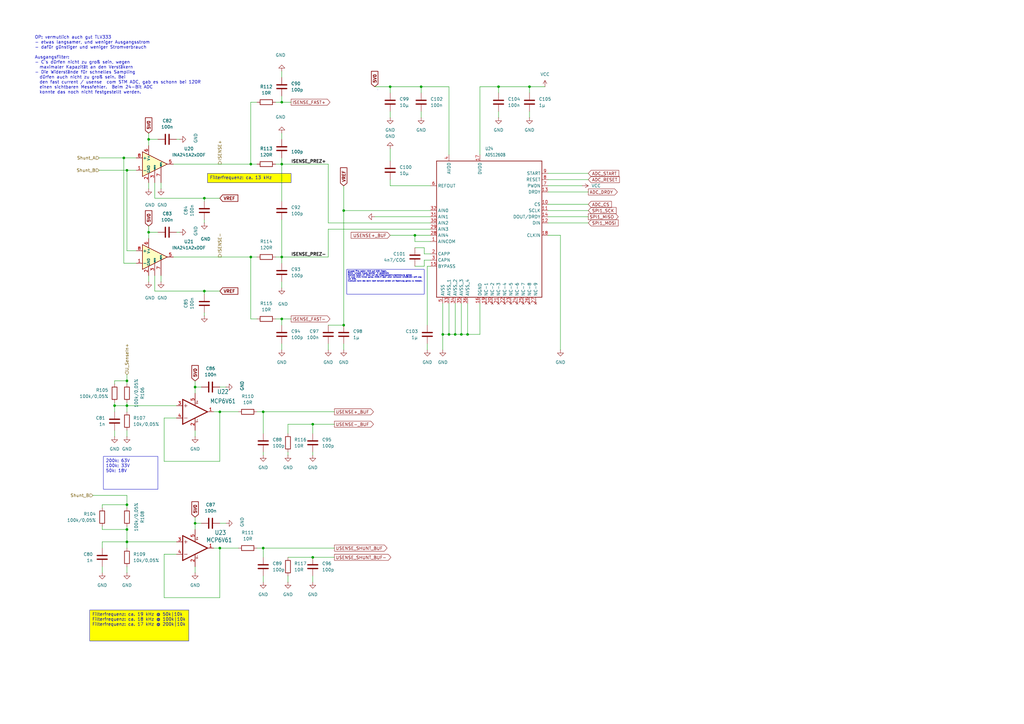
<source format=kicad_sch>
(kicad_sch
	(version 20250114)
	(generator "eeschema")
	(generator_version "9.0")
	(uuid "bcb646b7-5854-4e23-98f1-8942d41a735e")
	(paper "A3")
	(lib_symbols
		(symbol "Amplifier_Current:INA241A2xDDF"
			(pin_names
				(offset 0.127)
			)
			(exclude_from_sim no)
			(in_bom yes)
			(on_board yes)
			(property "Reference" "U"
				(at 3.81 3.81 0)
				(effects
					(font
						(size 1.27 1.27)
					)
					(justify left)
				)
			)
			(property "Value" "INA241A2xDDF"
				(at 3.81 -2.54 0)
				(effects
					(font
						(size 1.27 1.27)
					)
					(justify left)
				)
			)
			(property "Footprint" "Package_TO_SOT_SMD:SOT-23-8"
				(at 0 -16.51 0)
				(effects
					(font
						(size 1.27 1.27)
					)
					(hide yes)
				)
			)
			(property "Datasheet" "https://www.ti.com/lit/ds/symlink/ina241b.pdf"
				(at 3.81 3.81 0)
				(effects
					(font
						(size 1.27 1.27)
					)
					(hide yes)
				)
			)
			(property "Description" "High- and Low-Side, Bidirectional, Zero-Drift, Current-Sense Amplifier With Enhanced PWM Rejection, 20V/V, ±0.01% Gain Accuracy, ±10 μV Offset Voltage, SOT-23-8"
				(at 0 0 0)
				(effects
					(font
						(size 1.27 1.27)
					)
					(hide yes)
				)
			)
			(property "ki_keywords" "current monitor shunt sensor bidirectional high low"
				(at 0 0 0)
				(effects
					(font
						(size 1.27 1.27)
					)
					(hide yes)
				)
			)
			(property "ki_fp_filters" "SOT?23*"
				(at 0 0 0)
				(effects
					(font
						(size 1.27 1.27)
					)
					(hide yes)
				)
			)
			(symbol "INA241A2xDDF_0_1"
				(polyline
					(pts
						(xy 5.08 0) (xy -5.08 5.08) (xy -5.08 -5.08) (xy 5.08 0)
					)
					(stroke
						(width 0.254)
						(type default)
					)
					(fill
						(type background)
					)
				)
			)
			(symbol "INA241A2xDDF_1_1"
				(pin input line
					(at -7.62 2.54 0)
					(length 2.54)
					(name "+"
						(effects
							(font
								(size 1.27 1.27)
							)
						)
					)
					(number "8"
						(effects
							(font
								(size 1.27 1.27)
							)
						)
					)
				)
				(pin input line
					(at -7.62 -2.54 0)
					(length 2.54)
					(name "-"
						(effects
							(font
								(size 1.27 1.27)
							)
						)
					)
					(number "1"
						(effects
							(font
								(size 1.27 1.27)
							)
						)
					)
				)
				(pin power_in line
					(at -2.54 7.62 270)
					(length 3.81)
					(name "V+"
						(effects
							(font
								(size 1.016 1.016)
							)
						)
					)
					(number "6"
						(effects
							(font
								(size 1.27 1.27)
							)
						)
					)
				)
				(pin power_in line
					(at -2.54 -7.62 90)
					(length 3.81)
					(name "GND"
						(effects
							(font
								(size 1.016 1.016)
							)
						)
					)
					(number "2"
						(effects
							(font
								(size 1.27 1.27)
							)
						)
					)
				)
				(pin passive line
					(at -2.54 -7.62 90)
					(length 3.81)
					(hide yes)
					(name "GND"
						(effects
							(font
								(size 1.016 1.016)
							)
						)
					)
					(number "4"
						(effects
							(font
								(size 1.27 1.27)
							)
						)
					)
				)
				(pin passive line
					(at 0 -7.62 90)
					(length 5.08)
					(name "REF2"
						(effects
							(font
								(size 0.508 0.508)
							)
						)
					)
					(number "3"
						(effects
							(font
								(size 1.27 1.27)
							)
						)
					)
				)
				(pin passive line
					(at 2.54 -7.62 90)
					(length 6.35)
					(name "REF1"
						(effects
							(font
								(size 0.508 0.508)
							)
						)
					)
					(number "7"
						(effects
							(font
								(size 1.27 1.27)
							)
						)
					)
				)
				(pin output line
					(at 7.62 0 180)
					(length 2.54)
					(name "~"
						(effects
							(font
								(size 1.27 1.27)
							)
						)
					)
					(number "5"
						(effects
							(font
								(size 1.27 1.27)
							)
						)
					)
				)
			)
			(embedded_fonts no)
		)
		(symbol "Device:C"
			(pin_numbers
				(hide yes)
			)
			(pin_names
				(offset 0.254)
			)
			(exclude_from_sim no)
			(in_bom yes)
			(on_board yes)
			(property "Reference" "C"
				(at 0.635 2.54 0)
				(effects
					(font
						(size 1.27 1.27)
					)
					(justify left)
				)
			)
			(property "Value" "C"
				(at 0.635 -2.54 0)
				(effects
					(font
						(size 1.27 1.27)
					)
					(justify left)
				)
			)
			(property "Footprint" ""
				(at 0.9652 -3.81 0)
				(effects
					(font
						(size 1.27 1.27)
					)
					(hide yes)
				)
			)
			(property "Datasheet" "~"
				(at 0 0 0)
				(effects
					(font
						(size 1.27 1.27)
					)
					(hide yes)
				)
			)
			(property "Description" "Unpolarized capacitor"
				(at 0 0 0)
				(effects
					(font
						(size 1.27 1.27)
					)
					(hide yes)
				)
			)
			(property "ki_keywords" "cap capacitor"
				(at 0 0 0)
				(effects
					(font
						(size 1.27 1.27)
					)
					(hide yes)
				)
			)
			(property "ki_fp_filters" "C_*"
				(at 0 0 0)
				(effects
					(font
						(size 1.27 1.27)
					)
					(hide yes)
				)
			)
			(symbol "C_0_1"
				(polyline
					(pts
						(xy -2.032 0.762) (xy 2.032 0.762)
					)
					(stroke
						(width 0.508)
						(type default)
					)
					(fill
						(type none)
					)
				)
				(polyline
					(pts
						(xy -2.032 -0.762) (xy 2.032 -0.762)
					)
					(stroke
						(width 0.508)
						(type default)
					)
					(fill
						(type none)
					)
				)
			)
			(symbol "C_1_1"
				(pin passive line
					(at 0 3.81 270)
					(length 2.794)
					(name "~"
						(effects
							(font
								(size 1.27 1.27)
							)
						)
					)
					(number "1"
						(effects
							(font
								(size 1.27 1.27)
							)
						)
					)
				)
				(pin passive line
					(at 0 -3.81 90)
					(length 2.794)
					(name "~"
						(effects
							(font
								(size 1.27 1.27)
							)
						)
					)
					(number "2"
						(effects
							(font
								(size 1.27 1.27)
							)
						)
					)
				)
			)
			(embedded_fonts no)
		)
		(symbol "Device:R"
			(pin_numbers
				(hide yes)
			)
			(pin_names
				(offset 0)
			)
			(exclude_from_sim no)
			(in_bom yes)
			(on_board yes)
			(property "Reference" "R"
				(at 2.032 0 90)
				(effects
					(font
						(size 1.27 1.27)
					)
				)
			)
			(property "Value" "R"
				(at 0 0 90)
				(effects
					(font
						(size 1.27 1.27)
					)
				)
			)
			(property "Footprint" ""
				(at -1.778 0 90)
				(effects
					(font
						(size 1.27 1.27)
					)
					(hide yes)
				)
			)
			(property "Datasheet" "~"
				(at 0 0 0)
				(effects
					(font
						(size 1.27 1.27)
					)
					(hide yes)
				)
			)
			(property "Description" "Resistor"
				(at 0 0 0)
				(effects
					(font
						(size 1.27 1.27)
					)
					(hide yes)
				)
			)
			(property "ki_keywords" "R res resistor"
				(at 0 0 0)
				(effects
					(font
						(size 1.27 1.27)
					)
					(hide yes)
				)
			)
			(property "ki_fp_filters" "R_*"
				(at 0 0 0)
				(effects
					(font
						(size 1.27 1.27)
					)
					(hide yes)
				)
			)
			(symbol "R_0_1"
				(rectangle
					(start -1.016 -2.54)
					(end 1.016 2.54)
					(stroke
						(width 0.254)
						(type default)
					)
					(fill
						(type none)
					)
				)
			)
			(symbol "R_1_1"
				(pin passive line
					(at 0 3.81 270)
					(length 1.27)
					(name "~"
						(effects
							(font
								(size 1.27 1.27)
							)
						)
					)
					(number "1"
						(effects
							(font
								(size 1.27 1.27)
							)
						)
					)
				)
				(pin passive line
					(at 0 -3.81 90)
					(length 1.27)
					(name "~"
						(effects
							(font
								(size 1.27 1.27)
							)
						)
					)
					(number "2"
						(effects
							(font
								(size 1.27 1.27)
							)
						)
					)
				)
			)
			(embedded_fonts no)
		)
		(symbol "myADC:ADS1260"
			(exclude_from_sim no)
			(in_bom yes)
			(on_board yes)
			(property "Reference" "U22"
				(at 7.2741 25.4 0)
				(effects
					(font
						(size 1.27 1.0795)
					)
					(justify left)
				)
			)
			(property "Value" "ADS1260B"
				(at 7.2741 22.86 0)
				(effects
					(font
						(size 1.27 1.0795)
					)
					(justify left)
				)
			)
			(property "Footprint" "greenMeter_v3:ADS1260_VQFN-32"
				(at 0 0 0)
				(effects
					(font
						(size 1.27 1.27)
					)
					(hide yes)
				)
			)
			(property "Datasheet" "https://www.ti.com/lit/ds/symlink/ads1260.pdf?ts=1736592347563"
				(at 0 0 0)
				(effects
					(font
						(size 1.27 1.27)
					)
					(hide yes)
				)
			)
			(property "Description" "ADS1260BIRHBT A/D WANDLER 5-CH 24bit 40 kS/s 2.7V to 5.25V VQFN-32 SMD"
				(at 0 0 0)
				(effects
					(font
						(size 1.27 1.27)
					)
					(hide yes)
				)
			)
			(property "ECS Art#" "IC289"
				(at 0 0 0)
				(effects
					(font
						(size 1.27 1.27)
					)
					(hide yes)
				)
			)
			(property "HAN" "ADS1260BIRHBT"
				(at 0 0 0)
				(effects
					(font
						(size 1.27 1.27)
					)
					(hide yes)
				)
			)
			(property "Voltage" ""
				(at 0 0 0)
				(effects
					(font
						(size 1.27 1.27)
					)
					(hide yes)
				)
			)
			(property "Toleranz" ""
				(at 0 0 0)
				(effects
					(font
						(size 1.27 1.27)
					)
					(hide yes)
				)
			)
			(property "Hersteller" "TI"
				(at 0 0 0)
				(effects
					(font
						(size 1.27 1.27)
					)
					(hide yes)
				)
			)
			(property "Field-1" ""
				(at 0 0 0)
				(effects
					(font
						(size 1.27 1.27)
					)
					(hide yes)
				)
			)
			(property "Sim.Device" ""
				(at 0 0 0)
				(effects
					(font
						(size 1.27 1.27)
					)
					(hide yes)
				)
			)
			(property "Sim.Pins" ""
				(at 0 0 0)
				(effects
					(font
						(size 1.27 1.27)
					)
					(hide yes)
				)
			)
			(property "ki_locked" ""
				(at 0 0 0)
				(effects
					(font
						(size 1.27 1.27)
					)
				)
			)
			(symbol "ADS1260_1_0"
				(polyline
					(pts
						(xy -12.7 20.32) (xy -12.7 -35.56)
					)
					(stroke
						(width 0.254)
						(type solid)
					)
					(fill
						(type none)
					)
				)
				(polyline
					(pts
						(xy -12.7 -35.56) (xy 30.48 -35.56)
					)
					(stroke
						(width 0.254)
						(type solid)
					)
					(fill
						(type none)
					)
				)
				(polyline
					(pts
						(xy 30.48 20.32) (xy -12.7 20.32)
					)
					(stroke
						(width 0.254)
						(type solid)
					)
					(fill
						(type none)
					)
				)
				(polyline
					(pts
						(xy 30.48 -35.56) (xy 30.48 20.32)
					)
					(stroke
						(width 0.254)
						(type solid)
					)
					(fill
						(type none)
					)
				)
				(pin power_out line
					(at -15.24 10.16 0)
					(length 2.54)
					(name "REFOUT"
						(effects
							(font
								(size 1.27 1.27)
							)
						)
					)
					(number "6"
						(effects
							(font
								(size 1.27 1.27)
							)
						)
					)
				)
				(pin input line
					(at -15.24 0 0)
					(length 2.54)
					(name "AIN0"
						(effects
							(font
								(size 1.27 1.27)
							)
						)
					)
					(number "32"
						(effects
							(font
								(size 1.27 1.27)
							)
						)
					)
				)
				(pin input line
					(at -15.24 -2.54 0)
					(length 2.54)
					(name "AIN1"
						(effects
							(font
								(size 1.27 1.27)
							)
						)
					)
					(number "31"
						(effects
							(font
								(size 1.27 1.27)
							)
						)
					)
				)
				(pin input line
					(at -15.24 -5.08 0)
					(length 2.54)
					(name "AIN2"
						(effects
							(font
								(size 1.27 1.27)
							)
						)
					)
					(number "30"
						(effects
							(font
								(size 1.27 1.27)
							)
						)
					)
				)
				(pin input line
					(at -15.24 -7.62 0)
					(length 2.54)
					(name "AIN3"
						(effects
							(font
								(size 1.27 1.27)
							)
						)
					)
					(number "29"
						(effects
							(font
								(size 1.27 1.27)
							)
						)
					)
				)
				(pin input line
					(at -15.24 -10.16 0)
					(length 2.54)
					(name "AIN4"
						(effects
							(font
								(size 1.27 1.27)
							)
						)
					)
					(number "28"
						(effects
							(font
								(size 1.27 1.27)
							)
						)
					)
				)
				(pin input line
					(at -15.24 -12.7 0)
					(length 2.54)
					(name "AINCOM"
						(effects
							(font
								(size 1.27 1.27)
							)
						)
					)
					(number "1"
						(effects
							(font
								(size 1.27 1.27)
							)
						)
					)
				)
				(pin passive line
					(at -15.24 -17.78 0)
					(length 2.54)
					(name "CAPP"
						(effects
							(font
								(size 1.27 1.27)
							)
						)
					)
					(number "2"
						(effects
							(font
								(size 1.27 1.27)
							)
						)
					)
				)
				(pin passive line
					(at -15.24 -20.32 0)
					(length 2.54)
					(name "CAPN"
						(effects
							(font
								(size 1.27 1.27)
							)
						)
					)
					(number "3"
						(effects
							(font
								(size 1.27 1.27)
							)
						)
					)
				)
				(pin output line
					(at -15.24 -22.86 0)
					(length 2.54)
					(name "BYPASS"
						(effects
							(font
								(size 1.27 1.27)
							)
						)
					)
					(number "15"
						(effects
							(font
								(size 1.27 1.27)
							)
						)
					)
				)
				(pin power_in line
					(at -10.16 -38.1 90)
					(length 2.54)
					(name "AVSS"
						(effects
							(font
								(size 1.27 1.27)
							)
						)
					)
					(number "5"
						(effects
							(font
								(size 1.27 1.27)
							)
						)
					)
				)
				(pin power_in line
					(at -7.62 22.86 270)
					(length 2.54)
					(name "AVDD"
						(effects
							(font
								(size 1.27 1.27)
							)
						)
					)
					(number "4"
						(effects
							(font
								(size 1.27 1.27)
							)
						)
					)
				)
				(pin power_in line
					(at -7.62 -38.1 90)
					(length 2.54)
					(name "AVSS_1"
						(effects
							(font
								(size 1.27 1.27)
							)
						)
					)
					(number "33"
						(effects
							(font
								(size 1.27 1.27)
							)
						)
					)
				)
				(pin power_in line
					(at -5.08 -38.1 90)
					(length 2.54)
					(name "AVSS_2"
						(effects
							(font
								(size 1.27 1.27)
							)
						)
					)
					(number "34"
						(effects
							(font
								(size 1.27 1.27)
							)
						)
					)
				)
				(pin power_in line
					(at -2.54 -38.1 90)
					(length 2.54)
					(name "AVSS_3"
						(effects
							(font
								(size 1.27 1.27)
							)
						)
					)
					(number "35"
						(effects
							(font
								(size 1.27 1.27)
							)
						)
					)
				)
				(pin power_in line
					(at 0 -38.1 90)
					(length 2.54)
					(name "AVSS_4"
						(effects
							(font
								(size 1.27 1.27)
							)
						)
					)
					(number "36"
						(effects
							(font
								(size 1.27 1.27)
							)
						)
					)
				)
				(pin power_in line
					(at 5.08 22.86 270)
					(length 2.54)
					(name "DVDD"
						(effects
							(font
								(size 1.27 1.27)
							)
						)
					)
					(number "17"
						(effects
							(font
								(size 1.27 1.27)
							)
						)
					)
				)
				(pin power_in line
					(at 5.08 -38.1 90)
					(length 2.54)
					(name "DGND"
						(effects
							(font
								(size 1.27 1.27)
							)
						)
					)
					(number "16"
						(effects
							(font
								(size 1.27 1.27)
							)
						)
					)
				)
				(pin no_connect line
					(at 7.62 -38.1 90)
					(length 2.54)
					(name "NC-1"
						(effects
							(font
								(size 1.27 1.27)
							)
						)
					)
					(number "19"
						(effects
							(font
								(size 1.27 1.27)
							)
						)
					)
				)
				(pin no_connect line
					(at 10.16 -38.1 90)
					(length 2.54)
					(name "NC-2"
						(effects
							(font
								(size 1.27 1.27)
							)
						)
					)
					(number "20"
						(effects
							(font
								(size 1.27 1.27)
							)
						)
					)
				)
				(pin no_connect line
					(at 12.7 -38.1 90)
					(length 2.54)
					(name "NC-3"
						(effects
							(font
								(size 1.27 1.27)
							)
						)
					)
					(number "21"
						(effects
							(font
								(size 1.27 1.27)
							)
						)
					)
				)
				(pin no_connect line
					(at 15.24 -38.1 90)
					(length 2.54)
					(name "NC-4"
						(effects
							(font
								(size 1.27 1.27)
							)
						)
					)
					(number "22"
						(effects
							(font
								(size 1.27 1.27)
							)
						)
					)
				)
				(pin no_connect line
					(at 17.78 -38.1 90)
					(length 2.54)
					(name "NC-5"
						(effects
							(font
								(size 1.27 1.27)
							)
						)
					)
					(number "23"
						(effects
							(font
								(size 1.27 1.27)
							)
						)
					)
				)
				(pin no_connect line
					(at 20.32 -38.1 90)
					(length 2.54)
					(name "NC-6"
						(effects
							(font
								(size 1.27 1.27)
							)
						)
					)
					(number "24"
						(effects
							(font
								(size 1.27 1.27)
							)
						)
					)
				)
				(pin no_connect line
					(at 22.86 -38.1 90)
					(length 2.54)
					(name "NC-7"
						(effects
							(font
								(size 1.27 1.27)
							)
						)
					)
					(number "25"
						(effects
							(font
								(size 1.27 1.27)
							)
						)
					)
				)
				(pin no_connect line
					(at 25.4 -38.1 90)
					(length 2.54)
					(name "NC-8"
						(effects
							(font
								(size 1.27 1.27)
							)
						)
					)
					(number "26"
						(effects
							(font
								(size 1.27 1.27)
							)
						)
					)
				)
				(pin no_connect line
					(at 27.94 -38.1 90)
					(length 2.54)
					(name "NC-9"
						(effects
							(font
								(size 1.27 1.27)
							)
						)
					)
					(number "27"
						(effects
							(font
								(size 1.27 1.27)
							)
						)
					)
				)
				(pin input line
					(at 33.02 15.24 180)
					(length 2.54)
					(name "START"
						(effects
							(font
								(size 1.27 1.27)
							)
						)
					)
					(number "9"
						(effects
							(font
								(size 1.27 1.27)
							)
						)
					)
				)
				(pin input line
					(at 33.02 12.7 180)
					(length 2.54)
					(name "RESET"
						(effects
							(font
								(size 1.27 1.27)
							)
						)
					)
					(number "8"
						(effects
							(font
								(size 1.27 1.27)
							)
						)
					)
				)
				(pin input line
					(at 33.02 10.16 180)
					(length 2.54)
					(name "PWDN"
						(effects
							(font
								(size 1.27 1.27)
							)
						)
					)
					(number "7"
						(effects
							(font
								(size 1.27 1.27)
							)
						)
					)
				)
				(pin output line
					(at 33.02 7.62 180)
					(length 2.54)
					(name "DRDY"
						(effects
							(font
								(size 1.27 1.27)
							)
						)
					)
					(number "13"
						(effects
							(font
								(size 1.27 1.27)
							)
						)
					)
				)
				(pin input line
					(at 33.02 2.54 180)
					(length 2.54)
					(name "CS"
						(effects
							(font
								(size 1.27 1.27)
							)
						)
					)
					(number "10"
						(effects
							(font
								(size 1.27 1.27)
							)
						)
					)
				)
				(pin input line
					(at 33.02 0 180)
					(length 2.54)
					(name "SCLK"
						(effects
							(font
								(size 1.27 1.27)
							)
						)
					)
					(number "11"
						(effects
							(font
								(size 1.27 1.27)
							)
						)
					)
				)
				(pin output line
					(at 33.02 -2.54 180)
					(length 2.54)
					(name "DOUT/DRDY"
						(effects
							(font
								(size 1.27 1.27)
							)
						)
					)
					(number "14"
						(effects
							(font
								(size 1.27 1.27)
							)
						)
					)
				)
				(pin input line
					(at 33.02 -5.08 180)
					(length 2.54)
					(name "DIN"
						(effects
							(font
								(size 1.27 1.27)
							)
						)
					)
					(number "12"
						(effects
							(font
								(size 1.27 1.27)
							)
						)
					)
				)
				(pin input line
					(at 33.02 -10.16 180)
					(length 2.54)
					(name "CLKIN"
						(effects
							(font
								(size 1.27 1.27)
							)
						)
					)
					(number "18"
						(effects
							(font
								(size 1.27 1.27)
							)
						)
					)
				)
			)
			(embedded_fonts no)
		)
		(symbol "myGreenMeterLibInport:S08_MCP601OT"
			(exclude_from_sim no)
			(in_bom yes)
			(on_board yes)
			(property "Reference" "IC"
				(at 2.54 3.175 0)
				(effects
					(font
						(size 1.778 1.5113)
					)
					(justify left bottom)
				)
			)
			(property "Value" ""
				(at 2.54 -5.08 0)
				(effects
					(font
						(size 1.778 1.5113)
					)
					(justify left bottom)
				)
			)
			(property "Footprint" "greenMeter_v3:S08_SOT23-5"
				(at 0 0 0)
				(effects
					(font
						(size 1.27 1.27)
					)
					(hide yes)
				)
			)
			(property "Datasheet" ""
				(at 0 0 0)
				(effects
					(font
						(size 1.27 1.27)
					)
					(hide yes)
				)
			)
			(property "Description" "Single Op Amp 2.7V to 6.0V Single Supply CMOS\n\nSource: http://ww1.microchip.com/downloads/en/DeviceDoc/21314g.pdf"
				(at 0 0 0)
				(effects
					(font
						(size 1.27 1.27)
					)
					(hide yes)
				)
			)
			(property "ki_locked" ""
				(at 0 0 0)
				(effects
					(font
						(size 1.27 1.27)
					)
				)
			)
			(symbol "S08_MCP601OT_1_0"
				(polyline
					(pts
						(xy -5.08 5.08) (xy -5.08 -5.08)
					)
					(stroke
						(width 0.4064)
						(type solid)
					)
					(fill
						(type none)
					)
				)
				(polyline
					(pts
						(xy -5.08 -5.08) (xy 5.08 0)
					)
					(stroke
						(width 0.4064)
						(type solid)
					)
					(fill
						(type none)
					)
				)
				(polyline
					(pts
						(xy -4.445 2.54) (xy -3.175 2.54)
					)
					(stroke
						(width 0.1524)
						(type solid)
					)
					(fill
						(type none)
					)
				)
				(polyline
					(pts
						(xy -4.445 -2.54) (xy -3.175 -2.54)
					)
					(stroke
						(width 0.1524)
						(type solid)
					)
					(fill
						(type none)
					)
				)
				(polyline
					(pts
						(xy -3.81 3.175) (xy -3.81 1.905)
					)
					(stroke
						(width 0.1524)
						(type solid)
					)
					(fill
						(type none)
					)
				)
				(polyline
					(pts
						(xy 5.08 0) (xy -5.08 5.08)
					)
					(stroke
						(width 0.4064)
						(type solid)
					)
					(fill
						(type none)
					)
				)
				(text "V+"
					(at 1.27 3.175 900)
					(effects
						(font
							(size 0.8128 0.6908)
						)
						(justify left bottom)
					)
				)
				(text "V-"
					(at 1.27 -4.445 900)
					(effects
						(font
							(size 0.8128 0.6908)
						)
						(justify left bottom)
					)
				)
				(pin input line
					(at -7.62 2.54 0)
					(length 2.54)
					(name "+IN"
						(effects
							(font
								(size 0 0)
							)
						)
					)
					(number "3"
						(effects
							(font
								(size 1.27 1.27)
							)
						)
					)
				)
				(pin input line
					(at -7.62 -2.54 0)
					(length 2.54)
					(name "-IN"
						(effects
							(font
								(size 0 0)
							)
						)
					)
					(number "4"
						(effects
							(font
								(size 1.27 1.27)
							)
						)
					)
				)
				(pin power_in line
					(at 0 7.62 270)
					(length 5.08)
					(name "V+"
						(effects
							(font
								(size 0 0)
							)
						)
					)
					(number "5"
						(effects
							(font
								(size 1.27 1.27)
							)
						)
					)
				)
				(pin power_in line
					(at 0 -7.62 90)
					(length 5.08)
					(name "V-"
						(effects
							(font
								(size 0 0)
							)
						)
					)
					(number "2"
						(effects
							(font
								(size 1.27 1.27)
							)
						)
					)
				)
				(pin output line
					(at 7.62 0 180)
					(length 2.54)
					(name "OUT"
						(effects
							(font
								(size 0 0)
							)
						)
					)
					(number "1"
						(effects
							(font
								(size 1.27 1.27)
							)
						)
					)
				)
			)
			(embedded_fonts no)
		)
		(symbol "power:GND"
			(power)
			(pin_numbers
				(hide yes)
			)
			(pin_names
				(offset 0)
				(hide yes)
			)
			(exclude_from_sim no)
			(in_bom yes)
			(on_board yes)
			(property "Reference" "#PWR"
				(at 0 -6.35 0)
				(effects
					(font
						(size 1.27 1.27)
					)
					(hide yes)
				)
			)
			(property "Value" "GND"
				(at 0 -3.81 0)
				(effects
					(font
						(size 1.27 1.27)
					)
				)
			)
			(property "Footprint" ""
				(at 0 0 0)
				(effects
					(font
						(size 1.27 1.27)
					)
					(hide yes)
				)
			)
			(property "Datasheet" ""
				(at 0 0 0)
				(effects
					(font
						(size 1.27 1.27)
					)
					(hide yes)
				)
			)
			(property "Description" "Power symbol creates a global label with name \"GND\" , ground"
				(at 0 0 0)
				(effects
					(font
						(size 1.27 1.27)
					)
					(hide yes)
				)
			)
			(property "ki_keywords" "global power"
				(at 0 0 0)
				(effects
					(font
						(size 1.27 1.27)
					)
					(hide yes)
				)
			)
			(symbol "GND_0_1"
				(polyline
					(pts
						(xy 0 0) (xy 0 -1.27) (xy 1.27 -1.27) (xy 0 -2.54) (xy -1.27 -1.27) (xy 0 -1.27)
					)
					(stroke
						(width 0)
						(type default)
					)
					(fill
						(type none)
					)
				)
			)
			(symbol "GND_1_1"
				(pin power_in line
					(at 0 0 270)
					(length 0)
					(name "~"
						(effects
							(font
								(size 1.27 1.27)
							)
						)
					)
					(number "1"
						(effects
							(font
								(size 1.27 1.27)
							)
						)
					)
				)
			)
			(embedded_fonts no)
		)
		(symbol "power:VCC"
			(power)
			(pin_numbers
				(hide yes)
			)
			(pin_names
				(offset 0)
				(hide yes)
			)
			(exclude_from_sim no)
			(in_bom yes)
			(on_board yes)
			(property "Reference" "#PWR"
				(at 0 -3.81 0)
				(effects
					(font
						(size 1.27 1.27)
					)
					(hide yes)
				)
			)
			(property "Value" "VCC"
				(at 0 3.556 0)
				(effects
					(font
						(size 1.27 1.27)
					)
				)
			)
			(property "Footprint" ""
				(at 0 0 0)
				(effects
					(font
						(size 1.27 1.27)
					)
					(hide yes)
				)
			)
			(property "Datasheet" ""
				(at 0 0 0)
				(effects
					(font
						(size 1.27 1.27)
					)
					(hide yes)
				)
			)
			(property "Description" "Power symbol creates a global label with name \"VCC\""
				(at 0 0 0)
				(effects
					(font
						(size 1.27 1.27)
					)
					(hide yes)
				)
			)
			(property "ki_keywords" "global power"
				(at 0 0 0)
				(effects
					(font
						(size 1.27 1.27)
					)
					(hide yes)
				)
			)
			(symbol "VCC_0_1"
				(polyline
					(pts
						(xy -0.762 1.27) (xy 0 2.54)
					)
					(stroke
						(width 0)
						(type default)
					)
					(fill
						(type none)
					)
				)
				(polyline
					(pts
						(xy 0 2.54) (xy 0.762 1.27)
					)
					(stroke
						(width 0)
						(type default)
					)
					(fill
						(type none)
					)
				)
				(polyline
					(pts
						(xy 0 0) (xy 0 2.54)
					)
					(stroke
						(width 0)
						(type default)
					)
					(fill
						(type none)
					)
				)
			)
			(symbol "VCC_1_1"
				(pin power_in line
					(at 0 0 90)
					(length 0)
					(name "~"
						(effects
							(font
								(size 1.27 1.27)
							)
						)
					)
					(number "1"
						(effects
							(font
								(size 1.27 1.27)
							)
						)
					)
				)
			)
			(embedded_fonts no)
		)
	)
	(text "OP: vermutlich auch gut TLV333\n- etwas langsamer, und weniger Ausgangsstrom\n- dafür günstiger und weniger Stromverbrauch\n\nAusgangsfilter:\n- C's dürfen nicht zu groß sein, wegen\n  maximaler Kapazität an den Verstäkern\n- Die Widerstände für schnelles Sampling \n  dürfen auch nicht zu groß sein. Bei\n  den fast current / usense  com STM ADC, gab es schonn bei 120R\n  einen sichtbaren Messfehler.  Beim 24-Bit ADC\n  konnte das noch nicht festgestellt werden."
		(exclude_from_sim no)
		(at 14.224 26.67 0)
		(effects
			(font
				(size 1.27 1.27)
			)
			(justify left)
		)
		(uuid "742cde18-5406-44fd-96ca-d9ecf5525a50")
	)
	(text_box ""
		(exclude_from_sim no)
		(at 154.94 36.83 0)
		(size 0 0)
		(margins 0.9525 0.9525 0.9525 0.9525)
		(stroke
			(width 0)
			(type default)
		)
		(fill
			(type color)
			(color 255 255 0 1)
		)
		(effects
			(font
				(size 1.27 1.27)
				(thickness 0.254)
				(bold yes)
			)
			(justify left top)
		)
		(uuid "0d32e085-5910-4a5a-8a28-85f7d712e085")
	)
	(text_box "Filterfrequenz: ca. 19 kHz @ 50k|10k\nFilterfrequenz: ca. 18 kHz @ 100k|10k\nFilterfrequenz: ca. 17 kHz @ 200k|10k\n"
		(exclude_from_sim no)
		(at 36.83 250.19 0)
		(size 40.64 12.7)
		(margins 0.9525 0.9525 0.9525 0.9525)
		(stroke
			(width 0)
			(type default)
		)
		(fill
			(type color)
			(color 255 255 0 1)
		)
		(effects
			(font
				(size 1.27 1.27)
			)
			(justify left top)
		)
		(uuid "0ea09208-dd44-4716-bb26-7d61038b8bf2")
	)
	(text_box "200k: 63V\n100k: 33V\n50k: 18V"
		(exclude_from_sim no)
		(at 42.418 187.198 0)
		(size 22.352 13.462)
		(margins 0.9525 0.9525 0.9525 0.9525)
		(stroke
			(width 0)
			(type default)
		)
		(fill
			(type none)
		)
		(effects
			(font
				(size 1.27 1.27)
			)
			(justify left top)
		)
		(uuid "7ec831b6-fdcc-4cf8-ab39-e9f5606b9f5a")
	)
	(text_box "Unused Pins sollen nicht auf GND liegen.\nSiehe \"unused inputs section\" in datasheet.\nDeshalb haben wir diese auf die Eingangsspannungsmessung gelegt.\nIst zwar nicht immer genau AVDD/2 aber unter normalen Umständen weit weg von GND.\nEventuell kann das dann noch benutzt werden um Spannung genau zu messen."
		(exclude_from_sim no)
		(at 142.24 110.49 0)
		(size 31.75 10.16)
		(margins 0.375 0.375 0.375 0.375)
		(stroke
			(width 0)
			(type default)
		)
		(fill
			(type none)
		)
		(effects
			(font
				(size 0.5 0.5)
			)
			(justify left top)
		)
		(uuid "d6014a95-53e6-48b8-af9b-14fbedb9a084")
	)
	(text_box "Filterfrequenz: ca. 13 kHz\n"
		(exclude_from_sim no)
		(at 85.09 71.12 0)
		(size 34.29 3.81)
		(margins 0.9525 0.9525 0.9525 0.9525)
		(stroke
			(width 0)
			(type default)
		)
		(fill
			(type color)
			(color 255 255 0 1)
		)
		(effects
			(font
				(size 1.27 1.27)
			)
			(justify left top)
		)
		(uuid "e2a42b8a-9174-4255-b187-4c24488ac18f")
	)
	(junction
		(at 52.07 69.85)
		(diameter 0)
		(color 0 0 0 0)
		(uuid "0127ab17-3807-4209-b4e1-985918e46c14")
	)
	(junction
		(at 90.17 168.91)
		(diameter 0)
		(color 0 0 0 0)
		(uuid "1ebad396-9e1c-4410-9b9b-50a1ce1348e2")
	)
	(junction
		(at 115.57 41.91)
		(diameter 0)
		(color 0 0 0 0)
		(uuid "2fea6115-000f-4a51-9500-040b94d3fe88")
	)
	(junction
		(at 184.15 137.16)
		(diameter 0)
		(color 0 0 0 0)
		(uuid "3cdeb1cf-0418-4e66-b065-a5a8d1ddd047")
	)
	(junction
		(at 128.27 173.99)
		(diameter 0)
		(color 0 0 0 0)
		(uuid "3d213016-89c4-46e9-8e65-f14a2c4ab08e")
	)
	(junction
		(at 80.01 158.75)
		(diameter 0)
		(color 0 0 0 0)
		(uuid "420f9b79-1fcd-44f3-9f7d-c72cf625b8b7")
	)
	(junction
		(at 217.17 35.56)
		(diameter 0)
		(color 0 0 0 0)
		(uuid "4b5ff0fa-bd27-416c-8a16-afb19965a244")
	)
	(junction
		(at 80.01 214.63)
		(diameter 0)
		(color 0 0 0 0)
		(uuid "52d0693b-a48a-4c1b-9287-af639548741a")
	)
	(junction
		(at 107.95 168.91)
		(diameter 0)
		(color 0 0 0 0)
		(uuid "5d727574-84a8-4ba9-9325-8114728bcf41")
	)
	(junction
		(at 83.82 81.28)
		(diameter 0)
		(color 0 0 0 0)
		(uuid "5ef1d1d5-483e-4ce8-84fc-70997ff37118")
	)
	(junction
		(at 160.02 35.56)
		(diameter 0)
		(color 0 0 0 0)
		(uuid "5f0a248a-c2a6-4c3c-9f0f-2995356d8e08")
	)
	(junction
		(at 90.17 224.79)
		(diameter 0)
		(color 0 0 0 0)
		(uuid "62be326c-ab4d-4c90-a2f5-9e6cae3e9c8b")
	)
	(junction
		(at 46.99 166.37)
		(diameter 0)
		(color 0 0 0 0)
		(uuid "6ab569aa-950d-44d5-9fc1-2101ed45b649")
	)
	(junction
		(at 115.57 130.81)
		(diameter 0)
		(color 0 0 0 0)
		(uuid "6af49734-e63d-427b-bd2d-7030fa55d232")
	)
	(junction
		(at 83.82 119.38)
		(diameter 0)
		(color 0 0 0 0)
		(uuid "6c664845-5ec5-49b1-856a-403923d90eb0")
	)
	(junction
		(at 102.87 105.41)
		(diameter 0)
		(color 0 0 0 0)
		(uuid "6d6016ce-b911-4f6c-beda-fd56bd08b828")
	)
	(junction
		(at 60.96 95.25)
		(diameter 0)
		(color 0 0 0 0)
		(uuid "729565f3-8aa2-4249-91be-261c30091fba")
	)
	(junction
		(at 140.97 133.35)
		(diameter 0)
		(color 0 0 0 0)
		(uuid "75c5f5c6-daee-4a82-a8ce-bed6053d06aa")
	)
	(junction
		(at 115.57 67.31)
		(diameter 0)
		(color 0 0 0 0)
		(uuid "7fd1e8b2-b319-4b1f-b754-109c0c8b2df9")
	)
	(junction
		(at 107.95 224.79)
		(diameter 0)
		(color 0 0 0 0)
		(uuid "8067c1ec-a5a0-45bb-ad8f-86d31b551ba6")
	)
	(junction
		(at 60.96 57.15)
		(diameter 0)
		(color 0 0 0 0)
		(uuid "814649d2-e3d3-47c5-b398-914e567dcafc")
	)
	(junction
		(at 181.61 137.16)
		(diameter 0)
		(color 0 0 0 0)
		(uuid "86fd842d-17f9-47b1-a62a-28554f154277")
	)
	(junction
		(at 172.72 35.56)
		(diameter 0)
		(color 0 0 0 0)
		(uuid "8cb3d7b1-8872-441e-9698-bd8d29160d5c")
	)
	(junction
		(at 140.97 86.36)
		(diameter 0)
		(color 0 0 0 0)
		(uuid "8fdfd5c9-2e62-4d01-af79-b29a1e6cd41b")
	)
	(junction
		(at 191.77 137.16)
		(diameter 0)
		(color 0 0 0 0)
		(uuid "956ccdf9-c75f-44bf-863c-fb3cf12e6469")
	)
	(junction
		(at 128.27 228.6)
		(diameter 0)
		(color 0 0 0 0)
		(uuid "96115c1f-8615-4a7e-8a8f-d0b5c3ebfdc2")
	)
	(junction
		(at 52.07 166.37)
		(diameter 0)
		(color 0 0 0 0)
		(uuid "a61e4b1f-2ac4-407d-bc62-d7a7083ec93f")
	)
	(junction
		(at 50.8 64.77)
		(diameter 0)
		(color 0 0 0 0)
		(uuid "b2a82b3b-fea3-45bd-99ae-609910079711")
	)
	(junction
		(at 52.07 207.01)
		(diameter 0)
		(color 0 0 0 0)
		(uuid "bfa69cbe-eaf6-4216-b934-f82e7e6db92e")
	)
	(junction
		(at 52.07 156.21)
		(diameter 0)
		(color 0 0 0 0)
		(uuid "d2ae476e-d0e9-4b29-9557-4f909d238822")
	)
	(junction
		(at 186.69 137.16)
		(diameter 0)
		(color 0 0 0 0)
		(uuid "d8f91c22-6e53-46f7-9c9a-e7c931e07dd8")
	)
	(junction
		(at 52.07 217.17)
		(diameter 0)
		(color 0 0 0 0)
		(uuid "df41c165-06ae-4490-98b1-62bcbabb00ca")
	)
	(junction
		(at 189.23 137.16)
		(diameter 0)
		(color 0 0 0 0)
		(uuid "eb5bd575-6b93-4ef5-8136-fad4e1c8cd9c")
	)
	(junction
		(at 204.47 35.56)
		(diameter 0)
		(color 0 0 0 0)
		(uuid "ee4b809e-a842-47ce-ba39-d11d89bf6e1e")
	)
	(junction
		(at 115.57 105.41)
		(diameter 0)
		(color 0 0 0 0)
		(uuid "ee71230f-1cb9-430a-aa22-8a800905e8bf")
	)
	(junction
		(at 102.87 67.31)
		(diameter 0)
		(color 0 0 0 0)
		(uuid "ef6e76bb-b3bb-40b5-96a7-42fc7f36e633")
	)
	(junction
		(at 170.18 96.52)
		(diameter 0)
		(color 0 0 0 0)
		(uuid "f211709e-e207-482b-a293-591af96334b5")
	)
	(junction
		(at 52.07 222.25)
		(diameter 0)
		(color 0 0 0 0)
		(uuid "fbf137fe-3bf2-4213-9b6d-f3fec0949fd8")
	)
	(wire
		(pts
			(xy 46.99 176.53) (xy 46.99 179.07)
		)
		(stroke
			(width 0)
			(type default)
		)
		(uuid "0290bd92-9691-4f8a-b20f-2584c0ec19db")
	)
	(wire
		(pts
			(xy 173.99 106.68) (xy 176.53 106.68)
		)
		(stroke
			(width 0)
			(type default)
		)
		(uuid "04f7c860-ac6d-4e2e-9550-11325e8a6968")
	)
	(wire
		(pts
			(xy 113.03 67.31) (xy 115.57 67.31)
		)
		(stroke
			(width 0)
			(type default)
		)
		(uuid "056dfdea-0ac0-4fa6-a2de-a95d3de19889")
	)
	(wire
		(pts
			(xy 71.12 67.31) (xy 102.87 67.31)
		)
		(stroke
			(width 0)
			(type default)
		)
		(uuid "05c8e5fe-2c62-43ba-ae46-ecfc27d2705e")
	)
	(wire
		(pts
			(xy 115.57 29.21) (xy 115.57 31.75)
		)
		(stroke
			(width 0)
			(type default)
		)
		(uuid "05fc54a6-246c-423d-a264-0017ff1cec7d")
	)
	(wire
		(pts
			(xy 191.77 137.16) (xy 189.23 137.16)
		)
		(stroke
			(width 0)
			(type default)
		)
		(uuid "075a14d6-10c9-407b-b072-f0555b887976")
	)
	(wire
		(pts
			(xy 72.39 227.33) (xy 67.31 227.33)
		)
		(stroke
			(width 0)
			(type default)
		)
		(uuid "07657e2e-d61b-4e9a-b4e1-73fe1d7bc2a7")
	)
	(wire
		(pts
			(xy 67.31 189.23) (xy 90.17 189.23)
		)
		(stroke
			(width 0)
			(type default)
		)
		(uuid "077a56f8-7fe1-4a5e-bc56-e94a1e8ed0d6")
	)
	(wire
		(pts
			(xy 115.57 64.77) (xy 115.57 67.31)
		)
		(stroke
			(width 0)
			(type default)
		)
		(uuid "090f6353-5843-40e0-88ec-263a7367234b")
	)
	(wire
		(pts
			(xy 128.27 173.99) (xy 128.27 177.8)
		)
		(stroke
			(width 0)
			(type default)
		)
		(uuid "09830184-11a2-448f-97f8-b7e8b3caf227")
	)
	(wire
		(pts
			(xy 80.01 176.53) (xy 80.01 179.07)
		)
		(stroke
			(width 0)
			(type default)
		)
		(uuid "09dae73f-9999-486d-a2ed-146b17ef7614")
	)
	(wire
		(pts
			(xy 172.72 35.56) (xy 172.72 38.1)
		)
		(stroke
			(width 0)
			(type default)
		)
		(uuid "09f869a8-195c-41bc-bb21-4c88e07de16b")
	)
	(wire
		(pts
			(xy 83.82 81.28) (xy 83.82 82.55)
		)
		(stroke
			(width 0)
			(type default)
		)
		(uuid "0a54d8b9-3975-4c1d-8c9f-12a99b7f9874")
	)
	(wire
		(pts
			(xy 52.07 222.25) (xy 52.07 224.79)
		)
		(stroke
			(width 0)
			(type default)
		)
		(uuid "0acdb308-0ab7-4ddc-be35-0957b84afd5a")
	)
	(wire
		(pts
			(xy 52.07 203.2) (xy 52.07 207.01)
		)
		(stroke
			(width 0)
			(type default)
		)
		(uuid "0b74e708-c60b-460f-a9fe-57403de943e3")
	)
	(wire
		(pts
			(xy 50.8 64.77) (xy 55.88 64.77)
		)
		(stroke
			(width 0)
			(type default)
		)
		(uuid "0e95c412-f0e3-49a9-8d0b-ac9eba43e6e5")
	)
	(wire
		(pts
			(xy 140.97 86.36) (xy 176.53 86.36)
		)
		(stroke
			(width 0)
			(type default)
		)
		(uuid "103c929a-115c-49ad-b114-1e9d2f9ee311")
	)
	(wire
		(pts
			(xy 40.64 64.77) (xy 50.8 64.77)
		)
		(stroke
			(width 0)
			(type default)
		)
		(uuid "11380598-7313-4fa4-81a9-f6d68446ce62")
	)
	(wire
		(pts
			(xy 196.85 124.46) (xy 196.85 137.16)
		)
		(stroke
			(width 0)
			(type default)
		)
		(uuid "16f3ada9-8b85-45ed-80c6-7a9b5be25d55")
	)
	(wire
		(pts
			(xy 80.01 232.41) (xy 80.01 234.95)
		)
		(stroke
			(width 0)
			(type default)
		)
		(uuid "1abe071c-ee09-495a-84ca-a1ca72739961")
	)
	(wire
		(pts
			(xy 196.85 35.56) (xy 204.47 35.56)
		)
		(stroke
			(width 0)
			(type default)
		)
		(uuid "1b6b5243-c37a-4652-824f-7fe18176b79d")
	)
	(wire
		(pts
			(xy 90.17 214.63) (xy 92.71 214.63)
		)
		(stroke
			(width 0)
			(type default)
		)
		(uuid "1b990ffc-0631-4f05-b859-4e6755b321e7")
	)
	(wire
		(pts
			(xy 118.11 185.42) (xy 118.11 186.69)
		)
		(stroke
			(width 0)
			(type default)
		)
		(uuid "1bdc531f-3921-4226-8980-e44596c57ec5")
	)
	(wire
		(pts
			(xy 60.96 92.71) (xy 60.96 95.25)
		)
		(stroke
			(width 0)
			(type default)
		)
		(uuid "1cd92f62-8f7f-4655-82fd-020e57bee2ec")
	)
	(wire
		(pts
			(xy 224.79 71.12) (xy 241.3 71.12)
		)
		(stroke
			(width 0)
			(type default)
		)
		(uuid "1ce9892f-5e0c-451f-bc26-58386f20128f")
	)
	(wire
		(pts
			(xy 52.07 176.53) (xy 52.07 179.07)
		)
		(stroke
			(width 0)
			(type default)
		)
		(uuid "1e8583a5-afc3-408f-9733-68986b62eea6")
	)
	(wire
		(pts
			(xy 118.11 173.99) (xy 128.27 173.99)
		)
		(stroke
			(width 0)
			(type default)
		)
		(uuid "1effe6cf-c19f-4724-ae99-8cb1ca925fd9")
	)
	(wire
		(pts
			(xy 115.57 39.37) (xy 115.57 41.91)
		)
		(stroke
			(width 0)
			(type default)
		)
		(uuid "1f15df61-bac1-4d94-b69f-9cc0b42c4ce2")
	)
	(wire
		(pts
			(xy 83.82 128.27) (xy 83.82 129.54)
		)
		(stroke
			(width 0)
			(type default)
		)
		(uuid "203c793a-3f64-4408-8c28-aeb03ea3b701")
	)
	(wire
		(pts
			(xy 60.96 95.25) (xy 60.96 97.79)
		)
		(stroke
			(width 0)
			(type default)
		)
		(uuid "224a474d-1d4d-4535-9901-7c782943cf57")
	)
	(wire
		(pts
			(xy 229.87 96.52) (xy 229.87 143.51)
		)
		(stroke
			(width 0)
			(type default)
		)
		(uuid "22b7b238-f90f-49cc-b858-0da3c8ca6c9b")
	)
	(wire
		(pts
			(xy 172.72 35.56) (xy 184.15 35.56)
		)
		(stroke
			(width 0)
			(type default)
		)
		(uuid "2442ab36-bcbb-4762-a483-39c732a100bf")
	)
	(wire
		(pts
			(xy 160.02 96.52) (xy 170.18 96.52)
		)
		(stroke
			(width 0)
			(type default)
		)
		(uuid "261d5bd6-577a-469a-938c-823947ff2d07")
	)
	(wire
		(pts
			(xy 83.82 120.65) (xy 83.82 119.38)
		)
		(stroke
			(width 0)
			(type default)
		)
		(uuid "276be1bd-ab96-41e8-acc9-3c4d471bb782")
	)
	(wire
		(pts
			(xy 60.96 113.03) (xy 60.96 115.57)
		)
		(stroke
			(width 0)
			(type default)
		)
		(uuid "2a71d876-e3da-4ed0-b90e-c782987a8d5c")
	)
	(wire
		(pts
			(xy 67.31 245.11) (xy 90.17 245.11)
		)
		(stroke
			(width 0)
			(type default)
		)
		(uuid "2cba3031-0baa-459b-8db0-64506e604ee0")
	)
	(wire
		(pts
			(xy 60.96 57.15) (xy 60.96 59.69)
		)
		(stroke
			(width 0)
			(type default)
		)
		(uuid "2d0c2bee-070a-4cdb-a229-3fa2d7dca42a")
	)
	(wire
		(pts
			(xy 102.87 130.81) (xy 102.87 105.41)
		)
		(stroke
			(width 0)
			(type default)
		)
		(uuid "2d13a9b4-cadd-4d48-92df-5449be3ede14")
	)
	(wire
		(pts
			(xy 41.91 222.25) (xy 52.07 222.25)
		)
		(stroke
			(width 0)
			(type default)
		)
		(uuid "318a6bc0-f84b-42e9-a9e4-1f07e975de51")
	)
	(wire
		(pts
			(xy 175.26 109.22) (xy 175.26 133.35)
		)
		(stroke
			(width 0)
			(type default)
		)
		(uuid "33941041-10f0-474c-9fe6-d4ad691350db")
	)
	(wire
		(pts
			(xy 115.57 115.57) (xy 115.57 118.11)
		)
		(stroke
			(width 0)
			(type default)
		)
		(uuid "35a13f89-192c-4074-b1f5-d6a35751b680")
	)
	(wire
		(pts
			(xy 90.17 224.79) (xy 87.63 224.79)
		)
		(stroke
			(width 0)
			(type default)
		)
		(uuid "3678d0ce-0c95-45b2-90ec-edb525aad5cc")
	)
	(wire
		(pts
			(xy 66.04 74.93) (xy 66.04 77.47)
		)
		(stroke
			(width 0)
			(type default)
		)
		(uuid "37264a33-a187-4469-a0ce-338c5384d088")
	)
	(wire
		(pts
			(xy 40.64 69.85) (xy 52.07 69.85)
		)
		(stroke
			(width 0)
			(type default)
		)
		(uuid "380f2f6f-42cc-4e0e-92eb-6b1f81c7545b")
	)
	(wire
		(pts
			(xy 140.97 76.2) (xy 140.97 86.36)
		)
		(stroke
			(width 0)
			(type default)
		)
		(uuid "381e14b1-a528-42b7-905c-00d810fff045")
	)
	(wire
		(pts
			(xy 224.79 78.74) (xy 241.3 78.74)
		)
		(stroke
			(width 0)
			(type default)
		)
		(uuid "38cb3e56-b559-44fc-9d38-bbab16bb6cc8")
	)
	(wire
		(pts
			(xy 173.99 101.6) (xy 173.99 104.14)
		)
		(stroke
			(width 0)
			(type default)
		)
		(uuid "3ae223a6-35d9-4850-ab10-b3fb18e5ab57")
	)
	(wire
		(pts
			(xy 67.31 227.33) (xy 67.31 245.11)
		)
		(stroke
			(width 0)
			(type default)
		)
		(uuid "3dd925a5-5318-4273-9aca-d4df9c7ddc76")
	)
	(wire
		(pts
			(xy 83.82 81.28) (xy 90.17 81.28)
		)
		(stroke
			(width 0)
			(type default)
		)
		(uuid "3e141b87-9962-4db1-9484-e2dd083b3847")
	)
	(wire
		(pts
			(xy 52.07 165.1) (xy 52.07 166.37)
		)
		(stroke
			(width 0)
			(type default)
		)
		(uuid "410a90cd-c2c1-403f-b767-8539f60288ac")
	)
	(wire
		(pts
			(xy 176.53 109.22) (xy 175.26 109.22)
		)
		(stroke
			(width 0)
			(type default)
		)
		(uuid "417d4e71-bf01-4cd8-97e9-45f4ed3b6b31")
	)
	(wire
		(pts
			(xy 90.17 245.11) (xy 90.17 224.79)
		)
		(stroke
			(width 0)
			(type default)
		)
		(uuid "441a4d57-7b55-41e7-be21-15dc55747e4f")
	)
	(wire
		(pts
			(xy 52.07 156.21) (xy 52.07 157.48)
		)
		(stroke
			(width 0)
			(type default)
		)
		(uuid "45340b2d-4b29-46b4-b75f-f8864e163771")
	)
	(wire
		(pts
			(xy 52.07 232.41) (xy 52.07 234.95)
		)
		(stroke
			(width 0)
			(type default)
		)
		(uuid "453ad20d-5ce6-4301-8afa-40017b43f2fd")
	)
	(wire
		(pts
			(xy 181.61 124.46) (xy 181.61 137.16)
		)
		(stroke
			(width 0)
			(type default)
		)
		(uuid "467003c4-8907-41fc-89d6-94374773322a")
	)
	(wire
		(pts
			(xy 115.57 130.81) (xy 115.57 133.35)
		)
		(stroke
			(width 0)
			(type default)
		)
		(uuid "472dfd02-da17-4a1f-b237-785c9ee907d6")
	)
	(wire
		(pts
			(xy 41.91 215.9) (xy 41.91 217.17)
		)
		(stroke
			(width 0)
			(type default)
		)
		(uuid "47710b83-3cca-4c2b-95e4-284006cfc7c3")
	)
	(wire
		(pts
			(xy 160.02 45.72) (xy 160.02 48.26)
		)
		(stroke
			(width 0)
			(type default)
		)
		(uuid "483454c7-7bc7-46ca-a9bc-178d59b83153")
	)
	(wire
		(pts
			(xy 80.01 214.63) (xy 80.01 217.17)
		)
		(stroke
			(width 0)
			(type default)
		)
		(uuid "485ed25c-65b6-4120-870a-9f0fcaec4dc5")
	)
	(wire
		(pts
			(xy 153.67 35.56) (xy 160.02 35.56)
		)
		(stroke
			(width 0)
			(type default)
		)
		(uuid "48edbb16-86b5-468e-9c89-950480cba171")
	)
	(wire
		(pts
			(xy 134.62 93.98) (xy 134.62 105.41)
		)
		(stroke
			(width 0)
			(type default)
		)
		(uuid "492afa81-5e6e-4dc3-9048-8a4facf6ec3d")
	)
	(wire
		(pts
			(xy 105.41 168.91) (xy 107.95 168.91)
		)
		(stroke
			(width 0)
			(type default)
		)
		(uuid "4aa77f4c-6e36-4b95-aa5e-8ae0c759995c")
	)
	(wire
		(pts
			(xy 63.5 74.93) (xy 63.5 81.28)
		)
		(stroke
			(width 0)
			(type default)
		)
		(uuid "4aebdc5f-3bb0-4d13-9c01-587c57d77d3e")
	)
	(wire
		(pts
			(xy 60.96 74.93) (xy 60.96 77.47)
		)
		(stroke
			(width 0)
			(type default)
		)
		(uuid "5040cb65-7faa-480d-8605-954234de247e")
	)
	(wire
		(pts
			(xy 115.57 54.61) (xy 115.57 57.15)
		)
		(stroke
			(width 0)
			(type default)
		)
		(uuid "53ae5f0f-05cc-4f5b-a13e-0e15a29ee24c")
	)
	(wire
		(pts
			(xy 113.03 105.41) (xy 115.57 105.41)
		)
		(stroke
			(width 0)
			(type default)
		)
		(uuid "542f7673-ff59-4f1c-81f4-1bdedb3bc252")
	)
	(wire
		(pts
			(xy 160.02 60.96) (xy 160.02 66.04)
		)
		(stroke
			(width 0)
			(type default)
		)
		(uuid "54514287-122c-47b3-8dae-7681381eb7a9")
	)
	(wire
		(pts
			(xy 46.99 156.21) (xy 52.07 156.21)
		)
		(stroke
			(width 0)
			(type default)
		)
		(uuid "5717d480-56e4-4160-bf3c-32e10b34037a")
	)
	(wire
		(pts
			(xy 52.07 207.01) (xy 52.07 208.28)
		)
		(stroke
			(width 0)
			(type default)
		)
		(uuid "5919c765-bfef-40b9-a92e-021f3de687e2")
	)
	(wire
		(pts
			(xy 160.02 73.66) (xy 160.02 76.2)
		)
		(stroke
			(width 0)
			(type default)
		)
		(uuid "59531863-af37-4dcd-b360-ae60eeace5c6")
	)
	(wire
		(pts
			(xy 52.07 222.25) (xy 72.39 222.25)
		)
		(stroke
			(width 0)
			(type default)
		)
		(uuid "5acd8180-5e19-4b54-b9ea-c3cf45d7a599")
	)
	(wire
		(pts
			(xy 60.96 95.25) (xy 64.77 95.25)
		)
		(stroke
			(width 0)
			(type default)
		)
		(uuid "5bf5f822-e89a-4192-b00a-b5dbc9716f8a")
	)
	(wire
		(pts
			(xy 80.01 156.21) (xy 80.01 158.75)
		)
		(stroke
			(width 0)
			(type default)
		)
		(uuid "5c53906d-63a2-4721-82ad-a86c4c23dbeb")
	)
	(wire
		(pts
			(xy 115.57 41.91) (xy 119.38 41.91)
		)
		(stroke
			(width 0)
			(type default)
		)
		(uuid "5c56c6b1-0775-4f8f-a305-125dcb7776c3")
	)
	(wire
		(pts
			(xy 46.99 166.37) (xy 52.07 166.37)
		)
		(stroke
			(width 0)
			(type default)
		)
		(uuid "5caa4a58-6d6c-4d30-9362-4d9a17cfbe64")
	)
	(wire
		(pts
			(xy 224.79 73.66) (xy 241.3 73.66)
		)
		(stroke
			(width 0)
			(type default)
		)
		(uuid "5d5c7910-6e4f-463e-8344-da4246feb27c")
	)
	(wire
		(pts
			(xy 224.79 88.9) (xy 241.3 88.9)
		)
		(stroke
			(width 0)
			(type default)
		)
		(uuid "5e98da1a-d3f6-44e1-8777-d49f8bb06533")
	)
	(wire
		(pts
			(xy 196.85 137.16) (xy 191.77 137.16)
		)
		(stroke
			(width 0)
			(type default)
		)
		(uuid "5ee1d99b-d711-4f3e-ae31-6cd4159653ee")
	)
	(wire
		(pts
			(xy 90.17 168.91) (xy 97.79 168.91)
		)
		(stroke
			(width 0)
			(type default)
		)
		(uuid "5f9d60df-0e81-4ffc-9aee-3abb83df59ba")
	)
	(wire
		(pts
			(xy 60.96 57.15) (xy 64.77 57.15)
		)
		(stroke
			(width 0)
			(type default)
		)
		(uuid "605c6d5b-feb9-4318-82c8-c1fa00febae0")
	)
	(wire
		(pts
			(xy 52.07 166.37) (xy 72.39 166.37)
		)
		(stroke
			(width 0)
			(type default)
		)
		(uuid "612aa35f-d008-4d51-8c5e-dce0a8f0900f")
	)
	(wire
		(pts
			(xy 107.95 185.42) (xy 107.95 186.69)
		)
		(stroke
			(width 0)
			(type default)
		)
		(uuid "61f68765-cfae-4e40-86d7-309f330b2d8c")
	)
	(wire
		(pts
			(xy 41.91 207.01) (xy 52.07 207.01)
		)
		(stroke
			(width 0)
			(type default)
		)
		(uuid "639afd43-1b7d-4c9a-9d99-a834c731f49e")
	)
	(wire
		(pts
			(xy 115.57 105.41) (xy 134.62 105.41)
		)
		(stroke
			(width 0)
			(type default)
		)
		(uuid "64b878ca-597a-4718-8fd4-22eb063867c0")
	)
	(wire
		(pts
			(xy 72.39 57.15) (xy 73.66 57.15)
		)
		(stroke
			(width 0)
			(type default)
		)
		(uuid "6b4e6d3f-49f1-48b4-bbea-08d10805246c")
	)
	(wire
		(pts
			(xy 83.82 90.17) (xy 83.82 91.44)
		)
		(stroke
			(width 0)
			(type default)
		)
		(uuid "6b612122-fdd7-4c98-bda3-3dbaf4563768")
	)
	(wire
		(pts
			(xy 115.57 140.97) (xy 115.57 143.51)
		)
		(stroke
			(width 0)
			(type default)
		)
		(uuid "6bec77da-fbef-4fea-a761-38ee5d025cd0")
	)
	(wire
		(pts
			(xy 140.97 133.35) (xy 134.62 133.35)
		)
		(stroke
			(width 0)
			(type default)
		)
		(uuid "6d417527-9879-49b2-869e-01894d3433eb")
	)
	(wire
		(pts
			(xy 217.17 35.56) (xy 223.52 35.56)
		)
		(stroke
			(width 0)
			(type default)
		)
		(uuid "6d7bf357-a9f6-4689-9d41-37a702f05086")
	)
	(wire
		(pts
			(xy 217.17 35.56) (xy 217.17 38.1)
		)
		(stroke
			(width 0)
			(type default)
		)
		(uuid "6f243007-7658-4f7c-b37f-a012089be3af")
	)
	(wire
		(pts
			(xy 63.5 81.28) (xy 83.82 81.28)
		)
		(stroke
			(width 0)
			(type default)
		)
		(uuid "6f9c677e-a95c-48b3-b1b7-d59300acdbba")
	)
	(wire
		(pts
			(xy 63.5 113.03) (xy 63.5 119.38)
		)
		(stroke
			(width 0)
			(type default)
		)
		(uuid "73d2ad4a-4c91-4757-85ca-bd0ca16edb9b")
	)
	(wire
		(pts
			(xy 128.27 228.6) (xy 137.16 228.6)
		)
		(stroke
			(width 0)
			(type default)
		)
		(uuid "749fc9b1-c81c-4acb-a411-d6e9063efb0f")
	)
	(wire
		(pts
			(xy 102.87 67.31) (xy 105.41 67.31)
		)
		(stroke
			(width 0)
			(type default)
		)
		(uuid "7858867f-6ac4-4564-8cec-ad8107deb993")
	)
	(wire
		(pts
			(xy 90.17 158.75) (xy 92.71 158.75)
		)
		(stroke
			(width 0)
			(type default)
		)
		(uuid "7ae49326-6c20-44af-b4ae-312b47086c53")
	)
	(wire
		(pts
			(xy 80.01 212.09) (xy 80.01 214.63)
		)
		(stroke
			(width 0)
			(type default)
		)
		(uuid "7ae5af90-5755-41ae-b57e-3dbadc119a91")
	)
	(wire
		(pts
			(xy 217.17 45.72) (xy 217.17 48.26)
		)
		(stroke
			(width 0)
			(type default)
		)
		(uuid "7bcfb07f-c6e9-4e47-81ac-4c98bf2f1582")
	)
	(wire
		(pts
			(xy 83.82 119.38) (xy 90.17 119.38)
		)
		(stroke
			(width 0)
			(type default)
		)
		(uuid "7e6298e9-8d21-4a09-8f46-44fb1d37c4a3")
	)
	(wire
		(pts
			(xy 107.95 236.22) (xy 107.95 238.76)
		)
		(stroke
			(width 0)
			(type default)
		)
		(uuid "7eb68c5b-f8ef-47f1-b009-6254822a443f")
	)
	(wire
		(pts
			(xy 50.8 64.77) (xy 50.8 107.95)
		)
		(stroke
			(width 0)
			(type default)
		)
		(uuid "810e77f7-9e90-48f5-aad5-9e5bc2bf6756")
	)
	(wire
		(pts
			(xy 224.79 83.82) (xy 241.3 83.82)
		)
		(stroke
			(width 0)
			(type default)
		)
		(uuid "8503037f-4247-4d87-b5a2-2a24968bbe27")
	)
	(wire
		(pts
			(xy 224.79 91.44) (xy 241.3 91.44)
		)
		(stroke
			(width 0)
			(type default)
		)
		(uuid "853c3503-833e-4438-84a2-2fbc822dc262")
	)
	(wire
		(pts
			(xy 134.62 91.44) (xy 134.62 67.31)
		)
		(stroke
			(width 0)
			(type default)
		)
		(uuid "8586decd-c1a9-434b-943a-448a9d55009c")
	)
	(wire
		(pts
			(xy 170.18 109.22) (xy 173.99 109.22)
		)
		(stroke
			(width 0)
			(type default)
		)
		(uuid "86b8212a-c4b4-4fd7-b9eb-472370ae1726")
	)
	(wire
		(pts
			(xy 186.69 124.46) (xy 186.69 137.16)
		)
		(stroke
			(width 0)
			(type default)
		)
		(uuid "8930285d-4106-4535-aac3-a5c51a1caee3")
	)
	(wire
		(pts
			(xy 63.5 119.38) (xy 83.82 119.38)
		)
		(stroke
			(width 0)
			(type default)
		)
		(uuid "8bfe1cf8-babf-4745-bef2-e8746cb46bbc")
	)
	(wire
		(pts
			(xy 113.03 41.91) (xy 115.57 41.91)
		)
		(stroke
			(width 0)
			(type default)
		)
		(uuid "8d473ab6-2bd2-4554-849d-080436bb831a")
	)
	(wire
		(pts
			(xy 140.97 86.36) (xy 140.97 133.35)
		)
		(stroke
			(width 0)
			(type default)
		)
		(uuid "8e24d191-b3a5-47b4-af07-e89d56923008")
	)
	(wire
		(pts
			(xy 90.17 168.91) (xy 87.63 168.91)
		)
		(stroke
			(width 0)
			(type default)
		)
		(uuid "8e71ec9d-8f09-49da-91dc-f8ba6e8e9d4c")
	)
	(wire
		(pts
			(xy 196.85 63.5) (xy 196.85 35.56)
		)
		(stroke
			(width 0)
			(type default)
		)
		(uuid "91a2978f-154d-43ce-86ac-5cbe497194bd")
	)
	(wire
		(pts
			(xy 181.61 137.16) (xy 184.15 137.16)
		)
		(stroke
			(width 0)
			(type default)
		)
		(uuid "91b9ade2-792f-45c2-a0c5-53748d6702a8")
	)
	(wire
		(pts
			(xy 52.07 69.85) (xy 55.88 69.85)
		)
		(stroke
			(width 0)
			(type default)
		)
		(uuid "92ad8e62-339a-4e15-9432-768a602de250")
	)
	(wire
		(pts
			(xy 118.11 173.99) (xy 118.11 177.8)
		)
		(stroke
			(width 0)
			(type default)
		)
		(uuid "971f6586-d549-49c6-8c4f-4432ad82217f")
	)
	(wire
		(pts
			(xy 173.99 109.22) (xy 173.99 106.68)
		)
		(stroke
			(width 0)
			(type default)
		)
		(uuid "971f934b-81bd-4275-a78b-3ae361d8fe9b")
	)
	(wire
		(pts
			(xy 170.18 96.52) (xy 170.18 99.06)
		)
		(stroke
			(width 0)
			(type default)
		)
		(uuid "97466de8-dfee-4104-a271-ddf94d2a20a6")
	)
	(wire
		(pts
			(xy 115.57 105.41) (xy 115.57 107.95)
		)
		(stroke
			(width 0)
			(type default)
		)
		(uuid "9755237b-2465-4cde-afb0-f778ac2bfefe")
	)
	(wire
		(pts
			(xy 170.18 96.52) (xy 176.53 96.52)
		)
		(stroke
			(width 0)
			(type default)
		)
		(uuid "987837a8-4011-4465-9f02-061ebc299990")
	)
	(wire
		(pts
			(xy 102.87 41.91) (xy 102.87 67.31)
		)
		(stroke
			(width 0)
			(type default)
		)
		(uuid "9add4e00-c364-4ad2-aa69-e78a8dc83f38")
	)
	(wire
		(pts
			(xy 66.04 113.03) (xy 66.04 115.57)
		)
		(stroke
			(width 0)
			(type default)
		)
		(uuid "9bce098d-d1d9-492f-908b-2678dae71e19")
	)
	(wire
		(pts
			(xy 38.1 203.2) (xy 52.07 203.2)
		)
		(stroke
			(width 0)
			(type default)
		)
		(uuid "9c1ca084-e312-40ab-b4fc-5d24afb82fd5")
	)
	(wire
		(pts
			(xy 80.01 158.75) (xy 80.01 161.29)
		)
		(stroke
			(width 0)
			(type default)
		)
		(uuid "9cdcb33e-0372-4395-9044-7fa2a9b960ba")
	)
	(wire
		(pts
			(xy 191.77 124.46) (xy 191.77 137.16)
		)
		(stroke
			(width 0)
			(type default)
		)
		(uuid "9d7cf41a-7b8f-424a-aa88-94ec604f1a4a")
	)
	(wire
		(pts
			(xy 176.53 76.2) (xy 160.02 76.2)
		)
		(stroke
			(width 0)
			(type default)
		)
		(uuid "9dbe164a-d427-4fb7-b85b-4a3cb4cff1a6")
	)
	(wire
		(pts
			(xy 46.99 165.1) (xy 46.99 166.37)
		)
		(stroke
			(width 0)
			(type default)
		)
		(uuid "a01ee9e3-69cc-4d8a-8cdb-226c978ce022")
	)
	(wire
		(pts
			(xy 41.91 207.01) (xy 41.91 208.28)
		)
		(stroke
			(width 0)
			(type default)
		)
		(uuid "a0630bf1-28ff-4b29-b391-2df37817e5f1")
	)
	(wire
		(pts
			(xy 173.99 104.14) (xy 176.53 104.14)
		)
		(stroke
			(width 0)
			(type default)
		)
		(uuid "a1b87efa-0788-40e6-baa8-65e88635073e")
	)
	(wire
		(pts
			(xy 72.39 171.45) (xy 67.31 171.45)
		)
		(stroke
			(width 0)
			(type default)
		)
		(uuid "a202dc1b-081d-4744-a4e3-fca56dcc4c13")
	)
	(wire
		(pts
			(xy 224.79 86.36) (xy 241.3 86.36)
		)
		(stroke
			(width 0)
			(type default)
		)
		(uuid "a3df6557-ed02-4cad-a562-5426fabfeb51")
	)
	(wire
		(pts
			(xy 140.97 140.97) (xy 140.97 143.51)
		)
		(stroke
			(width 0)
			(type default)
		)
		(uuid "a5eff178-0b9c-4656-853c-6dfdc9306169")
	)
	(wire
		(pts
			(xy 170.18 99.06) (xy 176.53 99.06)
		)
		(stroke
			(width 0)
			(type default)
		)
		(uuid "a62d4fb0-4eea-47f5-aca0-9fffcbab4916")
	)
	(wire
		(pts
			(xy 52.07 215.9) (xy 52.07 217.17)
		)
		(stroke
			(width 0)
			(type default)
		)
		(uuid "a77de123-d522-4ee8-bc8c-f2a9e43d0c1b")
	)
	(wire
		(pts
			(xy 67.31 171.45) (xy 67.31 189.23)
		)
		(stroke
			(width 0)
			(type default)
		)
		(uuid "aa0dfe0c-3e2c-40f5-a964-9b394ad4462c")
	)
	(wire
		(pts
			(xy 107.95 168.91) (xy 107.95 177.8)
		)
		(stroke
			(width 0)
			(type default)
		)
		(uuid "ad962f08-b6e3-4877-b7ab-612914964868")
	)
	(wire
		(pts
			(xy 52.07 217.17) (xy 52.07 222.25)
		)
		(stroke
			(width 0)
			(type default)
		)
		(uuid "affa972b-a43a-4521-9721-db29af6e1c62")
	)
	(wire
		(pts
			(xy 184.15 35.56) (xy 184.15 63.5)
		)
		(stroke
			(width 0)
			(type default)
		)
		(uuid "b20fcf5f-bd96-4be3-96b3-9f3ab8cda8bd")
	)
	(wire
		(pts
			(xy 186.69 137.16) (xy 184.15 137.16)
		)
		(stroke
			(width 0)
			(type default)
		)
		(uuid "b2f51593-1164-45f0-9afe-b8dc378377aa")
	)
	(wire
		(pts
			(xy 107.95 224.79) (xy 137.16 224.79)
		)
		(stroke
			(width 0)
			(type default)
		)
		(uuid "b38f1cc6-0bde-499e-a6b2-47277b93bc40")
	)
	(wire
		(pts
			(xy 107.95 168.91) (xy 137.16 168.91)
		)
		(stroke
			(width 0)
			(type default)
		)
		(uuid "b3d47bea-9bfb-4840-93c1-3b85335a9e0f")
	)
	(wire
		(pts
			(xy 82.55 214.63) (xy 80.01 214.63)
		)
		(stroke
			(width 0)
			(type default)
		)
		(uuid "b4b4624b-413b-402f-b03e-e4b3282167e2")
	)
	(wire
		(pts
			(xy 176.53 93.98) (xy 134.62 93.98)
		)
		(stroke
			(width 0)
			(type default)
		)
		(uuid "b84b576a-9060-438f-b1ec-bb4945081b46")
	)
	(wire
		(pts
			(xy 50.8 107.95) (xy 55.88 107.95)
		)
		(stroke
			(width 0)
			(type default)
		)
		(uuid "bb4bf256-e335-452e-a4f2-ce449965c18e")
	)
	(wire
		(pts
			(xy 52.07 102.87) (xy 55.88 102.87)
		)
		(stroke
			(width 0)
			(type default)
		)
		(uuid "bcb53e4b-1954-48c6-9b6a-b3c069ee976a")
	)
	(wire
		(pts
			(xy 113.03 130.81) (xy 115.57 130.81)
		)
		(stroke
			(width 0)
			(type default)
		)
		(uuid "bf6a317b-2364-4cbf-a2ad-e7e1371704f7")
	)
	(wire
		(pts
			(xy 189.23 137.16) (xy 186.69 137.16)
		)
		(stroke
			(width 0)
			(type default)
		)
		(uuid "bfdd899a-2acf-420c-9edc-0463cb6f9bac")
	)
	(wire
		(pts
			(xy 90.17 189.23) (xy 90.17 168.91)
		)
		(stroke
			(width 0)
			(type default)
		)
		(uuid "c016f23a-6d97-49d7-ae26-297ae22d0ec5")
	)
	(wire
		(pts
			(xy 184.15 124.46) (xy 184.15 137.16)
		)
		(stroke
			(width 0)
			(type default)
		)
		(uuid "c13f1229-d5fb-46aa-b1ae-b0f20e2cc070")
	)
	(wire
		(pts
			(xy 134.62 140.97) (xy 134.62 143.51)
		)
		(stroke
			(width 0)
			(type default)
		)
		(uuid "c1441546-05e4-497f-ba0e-52d44c00f76c")
	)
	(wire
		(pts
			(xy 52.07 69.85) (xy 52.07 102.87)
		)
		(stroke
			(width 0)
			(type default)
		)
		(uuid "c42c79d7-d538-4221-8a92-cca9f71a0098")
	)
	(wire
		(pts
			(xy 80.01 158.75) (xy 82.55 158.75)
		)
		(stroke
			(width 0)
			(type default)
		)
		(uuid "c4631f42-9df4-4cd2-99e7-7f54148057c2")
	)
	(wire
		(pts
			(xy 105.41 41.91) (xy 102.87 41.91)
		)
		(stroke
			(width 0)
			(type default)
		)
		(uuid "c582f6c6-1bba-45ca-8460-6bb29655d011")
	)
	(wire
		(pts
			(xy 128.27 185.42) (xy 128.27 186.69)
		)
		(stroke
			(width 0)
			(type default)
		)
		(uuid "c8a81c09-cc22-44a4-b1ec-78bd20dd9534")
	)
	(wire
		(pts
			(xy 160.02 35.56) (xy 172.72 35.56)
		)
		(stroke
			(width 0)
			(type default)
		)
		(uuid "d0d6a43b-6088-4481-9e90-80a24cfaf9d5")
	)
	(wire
		(pts
			(xy 72.39 95.25) (xy 73.66 95.25)
		)
		(stroke
			(width 0)
			(type default)
		)
		(uuid "d20fd9de-fd56-45d0-8e8f-797791ffc40f")
	)
	(wire
		(pts
			(xy 60.96 54.61) (xy 60.96 57.15)
		)
		(stroke
			(width 0)
			(type default)
		)
		(uuid "d297f8e7-78f8-44d7-a7de-fe91b5bd7941")
	)
	(wire
		(pts
			(xy 115.57 90.17) (xy 115.57 105.41)
		)
		(stroke
			(width 0)
			(type default)
		)
		(uuid "d335d486-4a21-4e5a-ba75-3cea1361c19e")
	)
	(wire
		(pts
			(xy 204.47 45.72) (xy 204.47 48.26)
		)
		(stroke
			(width 0)
			(type default)
		)
		(uuid "d65b5e65-e5d5-4249-a886-07811a252023")
	)
	(wire
		(pts
			(xy 172.72 45.72) (xy 172.72 48.26)
		)
		(stroke
			(width 0)
			(type default)
		)
		(uuid "d87dc0e1-eb3d-4fbb-9cfd-0cef0b117bf4")
	)
	(wire
		(pts
			(xy 181.61 137.16) (xy 181.61 143.51)
		)
		(stroke
			(width 0)
			(type default)
		)
		(uuid "dad87ddc-f86a-469d-a0c3-c46d0fa672a6")
	)
	(wire
		(pts
			(xy 41.91 232.41) (xy 41.91 234.95)
		)
		(stroke
			(width 0)
			(type default)
		)
		(uuid "dc53090b-78c6-4057-a65b-b9e4f73c605c")
	)
	(wire
		(pts
			(xy 46.99 166.37) (xy 46.99 168.91)
		)
		(stroke
			(width 0)
			(type default)
		)
		(uuid "dcd11640-fc1b-4d99-9662-94e90ab3de59")
	)
	(wire
		(pts
			(xy 204.47 35.56) (xy 204.47 38.1)
		)
		(stroke
			(width 0)
			(type default)
		)
		(uuid "df6a1b0f-7e4a-4264-8af4-ecee1679db71")
	)
	(wire
		(pts
			(xy 115.57 130.81) (xy 119.38 130.81)
		)
		(stroke
			(width 0)
			(type default)
		)
		(uuid "e064d0b4-7171-418c-9c75-b37b530c90ff")
	)
	(wire
		(pts
			(xy 224.79 96.52) (xy 229.87 96.52)
		)
		(stroke
			(width 0)
			(type default)
		)
		(uuid "e13d2e9b-4a84-4634-9213-ef8f48102ad1")
	)
	(wire
		(pts
			(xy 128.27 173.99) (xy 137.16 173.99)
		)
		(stroke
			(width 0)
			(type default)
		)
		(uuid "e16a22a1-0680-41a8-93b2-d974f4b2a3bc")
	)
	(wire
		(pts
			(xy 107.95 224.79) (xy 107.95 228.6)
		)
		(stroke
			(width 0)
			(type default)
		)
		(uuid "e1b4f34e-01b7-41e7-958c-4bb1d3a7e62c")
	)
	(wire
		(pts
			(xy 128.27 236.22) (xy 128.27 238.76)
		)
		(stroke
			(width 0)
			(type default)
		)
		(uuid "e598400d-28d2-43f2-8474-2000ef62d2f5")
	)
	(wire
		(pts
			(xy 115.57 67.31) (xy 134.62 67.31)
		)
		(stroke
			(width 0)
			(type default)
		)
		(uuid "e6c1454e-c04d-4f70-b283-e63f78371912")
	)
	(wire
		(pts
			(xy 102.87 105.41) (xy 105.41 105.41)
		)
		(stroke
			(width 0)
			(type default)
		)
		(uuid "ea5141f1-6557-4294-959c-588a3480ddf1")
	)
	(wire
		(pts
			(xy 71.12 105.41) (xy 102.87 105.41)
		)
		(stroke
			(width 0)
			(type default)
		)
		(uuid "eaf204f2-3a4f-4fca-bf99-d1169910f9b8")
	)
	(wire
		(pts
			(xy 118.11 228.6) (xy 128.27 228.6)
		)
		(stroke
			(width 0)
			(type default)
		)
		(uuid "ebc1823e-e3cb-44a4-bcf5-8b6ebdb763a0")
	)
	(wire
		(pts
			(xy 176.53 91.44) (xy 134.62 91.44)
		)
		(stroke
			(width 0)
			(type default)
		)
		(uuid "ec3473e5-7686-455b-a48e-7f47b35c422c")
	)
	(wire
		(pts
			(xy 204.47 35.56) (xy 217.17 35.56)
		)
		(stroke
			(width 0)
			(type default)
		)
		(uuid "ec5a09c8-4e38-4ed4-8f74-0db2d7ce0e49")
	)
	(wire
		(pts
			(xy 52.07 166.37) (xy 52.07 168.91)
		)
		(stroke
			(width 0)
			(type default)
		)
		(uuid "ed03daf6-24eb-4776-90e3-707012927332")
	)
	(wire
		(pts
			(xy 105.41 130.81) (xy 102.87 130.81)
		)
		(stroke
			(width 0)
			(type default)
		)
		(uuid "eef937d9-28a7-468b-ad57-9c72c9105da2")
	)
	(wire
		(pts
			(xy 170.18 101.6) (xy 173.99 101.6)
		)
		(stroke
			(width 0)
			(type default)
		)
		(uuid "ef05d783-0423-409c-ac21-1457cd0ed673")
	)
	(wire
		(pts
			(xy 41.91 217.17) (xy 52.07 217.17)
		)
		(stroke
			(width 0)
			(type default)
		)
		(uuid "f045dfe2-eb7c-495d-80e4-3e214ff8d0eb")
	)
	(wire
		(pts
			(xy 175.26 140.97) (xy 175.26 143.51)
		)
		(stroke
			(width 0)
			(type default)
		)
		(uuid "f1502c31-c560-4eb4-8486-77568fa0fd14")
	)
	(wire
		(pts
			(xy 41.91 224.79) (xy 41.91 222.25)
		)
		(stroke
			(width 0)
			(type default)
		)
		(uuid "f198a288-2e80-4847-bf46-4eb803617e02")
	)
	(wire
		(pts
			(xy 118.11 236.22) (xy 118.11 238.76)
		)
		(stroke
			(width 0)
			(type default)
		)
		(uuid "f31f8fd5-334a-4f69-80f7-3817ca5df1e5")
	)
	(wire
		(pts
			(xy 176.53 88.9) (xy 153.67 88.9)
		)
		(stroke
			(width 0)
			(type default)
		)
		(uuid "f77add19-44bf-46df-a44f-01a865cca929")
	)
	(wire
		(pts
			(xy 115.57 67.31) (xy 115.57 82.55)
		)
		(stroke
			(width 0)
			(type default)
		)
		(uuid "f787483f-9dfc-4af0-adec-fc8981883eb9")
	)
	(wire
		(pts
			(xy 224.79 76.2) (xy 238.76 76.2)
		)
		(stroke
			(width 0)
			(type default)
		)
		(uuid "f848662c-0d32-4afa-ade7-fd78a88e440c")
	)
	(wire
		(pts
			(xy 189.23 124.46) (xy 189.23 137.16)
		)
		(stroke
			(width 0)
			(type default)
		)
		(uuid "f863c185-f55a-4e95-8ff0-92171b1514f3")
	)
	(wire
		(pts
			(xy 46.99 157.48) (xy 46.99 156.21)
		)
		(stroke
			(width 0)
			(type default)
		)
		(uuid "f8d6b26a-bf12-40de-921c-9d1227d1c185")
	)
	(wire
		(pts
			(xy 105.41 224.79) (xy 107.95 224.79)
		)
		(stroke
			(width 0)
			(type default)
		)
		(uuid "fbd654e9-d910-4452-86b0-6dab2e876981")
	)
	(wire
		(pts
			(xy 90.17 224.79) (xy 97.79 224.79)
		)
		(stroke
			(width 0)
			(type default)
		)
		(uuid "fbea848e-2ae1-4d99-9d27-c66e6d1b0c6d")
	)
	(wire
		(pts
			(xy 52.07 153.67) (xy 52.07 156.21)
		)
		(stroke
			(width 0)
			(type default)
		)
		(uuid "fd3fa8aa-578c-4b0e-a44c-57b78c1b63da")
	)
	(wire
		(pts
			(xy 160.02 38.1) (xy 160.02 35.56)
		)
		(stroke
			(width 0)
			(type default)
		)
		(uuid "ff2177a4-231b-47a4-be61-b5cb085ba1da")
	)
	(label "ISENSE_PREZ+"
		(at 119.38 67.31 0)
		(effects
			(font
				(size 1.27 1.27)
				(thickness 0.254)
				(bold yes)
			)
			(justify left bottom)
		)
		(uuid "781febc7-882f-448e-be5e-4ec7d6fe8a26")
	)
	(label "ISENSE_PREZ-"
		(at 119.38 105.41 0)
		(effects
			(font
				(size 1.27 1.27)
				(thickness 0.254)
				(bold yes)
			)
			(justify left bottom)
		)
		(uuid "b7551d47-4ca5-448f-b17c-e0dd407f198c")
	)
	(global_label "5V0"
		(shape input)
		(at 60.96 54.61 90)
		(fields_autoplaced yes)
		(effects
			(font
				(size 1.27 1.27)
				(thickness 0.254)
				(bold yes)
			)
			(justify left)
		)
		(uuid "03700d1c-881d-4777-89ee-9726a07a97d9")
		(property "Intersheetrefs" "${INTERSHEET_REFS}"
			(at 60.96 47.6412 90)
			(effects
				(font
					(size 1.27 1.27)
				)
				(justify left)
				(hide yes)
			)
		)
	)
	(global_label "ISENSE_FAST-"
		(shape output)
		(at 119.38 130.81 0)
		(fields_autoplaced yes)
		(effects
			(font
				(size 1.27 1.27)
			)
			(justify left)
		)
		(uuid "08ec8847-b314-4abc-aa04-9e3cd5d8c7c9")
		(property "Intersheetrefs" "${INTERSHEET_REFS}"
			(at 135.9118 130.81 0)
			(effects
				(font
					(size 1.27 1.27)
				)
				(justify left)
				(hide yes)
			)
		)
	)
	(global_label "ADC_START"
		(shape input)
		(at 241.3 71.12 0)
		(fields_autoplaced yes)
		(effects
			(font
				(size 1.27 1.27)
			)
			(justify left)
		)
		(uuid "11625e66-cbc9-4806-b8e8-89a0b862403b")
		(property "Intersheetrefs" "${INTERSHEET_REFS}"
			(at 254.3847 71.12 0)
			(effects
				(font
					(size 1.27 1.27)
				)
				(justify left)
				(hide yes)
			)
		)
	)
	(global_label "ADC_DRDY"
		(shape output)
		(at 241.3 78.74 0)
		(fields_autoplaced yes)
		(effects
			(font
				(size 1.27 1.27)
			)
			(justify left)
		)
		(uuid "19478626-c30a-4d0e-97e1-afd31749fff7")
		(property "Intersheetrefs" "${INTERSHEET_REFS}"
			(at 253.78 78.74 0)
			(effects
				(font
					(size 1.27 1.27)
				)
				(justify left)
				(hide yes)
			)
		)
	)
	(global_label "5V0"
		(shape input)
		(at 60.96 92.71 90)
		(fields_autoplaced yes)
		(effects
			(font
				(size 1.27 1.27)
				(thickness 0.254)
				(bold yes)
			)
			(justify left)
		)
		(uuid "1c2ed43d-7c4c-4d62-bb36-a596222d5727")
		(property "Intersheetrefs" "${INTERSHEET_REFS}"
			(at 60.96 85.7412 90)
			(effects
				(font
					(size 1.27 1.27)
				)
				(justify left)
				(hide yes)
			)
		)
	)
	(global_label "SPI1_MOSI"
		(shape input)
		(at 241.3 91.44 0)
		(fields_autoplaced yes)
		(effects
			(font
				(size 1.27 1.27)
			)
			(justify left)
		)
		(uuid "1dd53672-55a7-439b-bfde-f44ec26bb631")
		(property "Intersheetrefs" "${INTERSHEET_REFS}"
			(at 254.1428 91.44 0)
			(effects
				(font
					(size 1.27 1.27)
				)
				(justify left)
				(hide yes)
			)
		)
	)
	(global_label "5V0"
		(shape input)
		(at 153.67 35.56 90)
		(fields_autoplaced yes)
		(effects
			(font
				(size 1.27 1.27)
				(thickness 0.254)
				(bold yes)
			)
			(justify left)
		)
		(uuid "27257a63-21b2-41fa-a4d0-90e6275021f3")
		(property "Intersheetrefs" "${INTERSHEET_REFS}"
			(at 153.67 28.5912 90)
			(effects
				(font
					(size 1.27 1.27)
				)
				(justify left)
				(hide yes)
			)
		)
	)
	(global_label "USENSE+_BUF"
		(shape output)
		(at 137.16 168.91 0)
		(fields_autoplaced yes)
		(effects
			(font
				(size 1.27 1.27)
			)
			(justify left)
		)
		(uuid "3533ffc0-9c7c-40d9-88f2-cb8f575a9620")
		(property "Intersheetrefs" "${INTERSHEET_REFS}"
			(at 153.7523 168.91 0)
			(effects
				(font
					(size 1.27 1.27)
				)
				(justify left)
				(hide yes)
			)
		)
	)
	(global_label "VREF"
		(shape input)
		(at 140.97 76.2 90)
		(fields_autoplaced yes)
		(effects
			(font
				(size 1.27 1.27)
				(thickness 0.254)
				(bold yes)
			)
			(justify left)
		)
		(uuid "62353e27-231e-4bd4-8ec7-e48a4f0b206d")
		(property "Intersheetrefs" "${INTERSHEET_REFS}"
			(at 140.97 68.1426 90)
			(effects
				(font
					(size 1.27 1.27)
				)
				(justify left)
				(hide yes)
			)
		)
	)
	(global_label "ISENSE_FAST+"
		(shape output)
		(at 119.38 41.91 0)
		(fields_autoplaced yes)
		(effects
			(font
				(size 1.27 1.27)
			)
			(justify left)
		)
		(uuid "67c6b1b4-b0c6-46b6-828a-a4daedca435f")
		(property "Intersheetrefs" "${INTERSHEET_REFS}"
			(at 135.9118 41.91 0)
			(effects
				(font
					(size 1.27 1.27)
				)
				(justify left)
				(hide yes)
			)
		)
	)
	(global_label "SPI1_MISO"
		(shape output)
		(at 241.3 88.9 0)
		(fields_autoplaced yes)
		(effects
			(font
				(size 1.27 1.27)
			)
			(justify left)
		)
		(uuid "726ec016-4034-4cf6-b1a1-519c6e3c616b")
		(property "Intersheetrefs" "${INTERSHEET_REFS}"
			(at 254.1428 88.9 0)
			(effects
				(font
					(size 1.27 1.27)
				)
				(justify left)
				(hide yes)
			)
		)
	)
	(global_label "VREF"
		(shape input)
		(at 90.17 81.28 0)
		(fields_autoplaced yes)
		(effects
			(font
				(size 1.27 1.27)
				(thickness 0.254)
				(bold yes)
			)
			(justify left)
		)
		(uuid "7d7645f4-a7fe-4e71-859a-250651315a48")
		(property "Intersheetrefs" "${INTERSHEET_REFS}"
			(at 98.2274 81.28 0)
			(effects
				(font
					(size 1.27 1.27)
				)
				(justify left)
				(hide yes)
			)
		)
	)
	(global_label "USENSE+_BUF"
		(shape input)
		(at 160.02 96.52 180)
		(fields_autoplaced yes)
		(effects
			(font
				(size 1.27 1.27)
			)
			(justify right)
		)
		(uuid "a61217ac-a2f0-4f9e-89d0-8b7cee2aa08d")
		(property "Intersheetrefs" "${INTERSHEET_REFS}"
			(at 143.4277 96.52 0)
			(effects
				(font
					(size 1.27 1.27)
				)
				(justify right)
				(hide yes)
			)
		)
	)
	(global_label "USENSE_SHUNT_BUF-"
		(shape output)
		(at 137.16 228.6 0)
		(fields_autoplaced yes)
		(effects
			(font
				(size 1.27 1.27)
			)
			(justify left)
		)
		(uuid "ae16c91e-911a-4f95-a679-831d05962d15")
		(property "Intersheetrefs" "${INTERSHEET_REFS}"
			(at 160.8885 228.6 0)
			(effects
				(font
					(size 1.27 1.27)
				)
				(justify left)
				(hide yes)
			)
		)
	)
	(global_label "ADC_RESET"
		(shape input)
		(at 241.3 73.66 0)
		(fields_autoplaced yes)
		(effects
			(font
				(size 1.27 1.27)
			)
			(justify left)
		)
		(uuid "b2005853-e766-4a07-871a-935f07bf1956")
		(property "Intersheetrefs" "${INTERSHEET_REFS}"
			(at 254.6265 73.66 0)
			(effects
				(font
					(size 1.27 1.27)
				)
				(justify left)
				(hide yes)
			)
		)
	)
	(global_label "VREF"
		(shape input)
		(at 90.17 119.38 0)
		(fields_autoplaced yes)
		(effects
			(font
				(size 1.27 1.27)
				(thickness 0.254)
				(bold yes)
			)
			(justify left)
		)
		(uuid "b6932243-b928-43b8-b976-31ead6c2c307")
		(property "Intersheetrefs" "${INTERSHEET_REFS}"
			(at 98.2274 119.38 0)
			(effects
				(font
					(size 1.27 1.27)
				)
				(justify left)
				(hide yes)
			)
		)
	)
	(global_label "USENSE_SHUNT_BUF"
		(shape output)
		(at 137.16 224.79 0)
		(fields_autoplaced yes)
		(effects
			(font
				(size 1.27 1.27)
			)
			(justify left)
		)
		(uuid "be572fc3-a758-4222-8236-9995b6b19b4d")
		(property "Intersheetrefs" "${INTERSHEET_REFS}"
			(at 159.3161 224.79 0)
			(effects
				(font
					(size 1.27 1.27)
				)
				(justify left)
				(hide yes)
			)
		)
	)
	(global_label "5V0"
		(shape input)
		(at 80.01 156.21 90)
		(fields_autoplaced yes)
		(effects
			(font
				(size 1.27 1.27)
				(thickness 0.254)
				(bold yes)
			)
			(justify left)
		)
		(uuid "eb9b6130-2912-4a95-80cf-60dbd86523c9")
		(property "Intersheetrefs" "${INTERSHEET_REFS}"
			(at 80.01 149.2412 90)
			(effects
				(font
					(size 1.27 1.27)
				)
				(justify left)
				(hide yes)
			)
		)
	)
	(global_label "SPI1_SCK"
		(shape input)
		(at 241.3 86.36 0)
		(fields_autoplaced yes)
		(effects
			(font
				(size 1.27 1.27)
			)
			(justify left)
		)
		(uuid "ee379964-ba79-46b9-b279-7c0c604aae82")
		(property "Intersheetrefs" "${INTERSHEET_REFS}"
			(at 253.2961 86.36 0)
			(effects
				(font
					(size 1.27 1.27)
				)
				(justify left)
				(hide yes)
			)
		)
	)
	(global_label "USENSE-_BUF"
		(shape output)
		(at 137.16 173.99 0)
		(fields_autoplaced yes)
		(effects
			(font
				(size 1.27 1.27)
			)
			(justify left)
		)
		(uuid "eeaf4cfa-fcb4-41bb-8edb-4d2fc1290da8")
		(property "Intersheetrefs" "${INTERSHEET_REFS}"
			(at 153.7523 173.99 0)
			(effects
				(font
					(size 1.27 1.27)
				)
				(justify left)
				(hide yes)
			)
		)
	)
	(global_label "5V0"
		(shape input)
		(at 80.01 212.09 90)
		(fields_autoplaced yes)
		(effects
			(font
				(size 1.27 1.27)
				(thickness 0.254)
				(bold yes)
			)
			(justify left)
		)
		(uuid "efc878dc-ffa9-4d97-a70a-7f7d74345fbb")
		(property "Intersheetrefs" "${INTERSHEET_REFS}"
			(at 80.01 205.1212 90)
			(effects
				(font
					(size 1.27 1.27)
				)
				(justify left)
				(hide yes)
			)
		)
	)
	(global_label "ADC_CS"
		(shape input)
		(at 241.3 83.82 0)
		(fields_autoplaced yes)
		(effects
			(font
				(size 1.27 1.27)
			)
			(justify left)
		)
		(uuid "f994ad2b-d9c6-4d42-a7a5-2fa8697ce574")
		(property "Intersheetrefs" "${INTERSHEET_REFS}"
			(at 251.3609 83.82 0)
			(effects
				(font
					(size 1.27 1.27)
				)
				(justify left)
				(hide yes)
			)
		)
	)
	(hierarchical_label "Shunt_A"
		(shape input)
		(at 40.64 64.77 180)
		(effects
			(font
				(size 1.27 1.27)
			)
			(justify right)
		)
		(uuid "8dac1e40-9e45-49fd-8e52-f24baed7d1a6")
	)
	(hierarchical_label "ISENSE-"
		(shape output)
		(at 90.17 105.41 90)
		(effects
			(font
				(size 1.27 1.27)
			)
			(justify left)
		)
		(uuid "a51b2162-c08f-4268-a435-32889fcfaa68")
	)
	(hierarchical_label "Shunt_B"
		(shape input)
		(at 38.1 203.2 180)
		(effects
			(font
				(size 1.27 1.27)
			)
			(justify right)
		)
		(uuid "a9ad1d5c-5a33-4391-81e7-914703244d5c")
	)
	(hierarchical_label "ISENSE+"
		(shape output)
		(at 90.17 67.31 90)
		(effects
			(font
				(size 1.27 1.27)
			)
			(justify left)
		)
		(uuid "ad714d3e-b79f-46da-8392-56cf6785a221")
	)
	(hierarchical_label "Shunt_B"
		(shape input)
		(at 40.64 69.85 180)
		(effects
			(font
				(size 1.27 1.27)
			)
			(justify right)
		)
		(uuid "d1663e54-0c22-451d-a3bc-337e3e49628e")
	)
	(hierarchical_label "U_SenseIn+"
		(shape input)
		(at 52.07 153.67 90)
		(effects
			(font
				(size 1.27 1.27)
			)
			(justify left)
		)
		(uuid "efc5f89d-8137-4dc6-9be0-d0bf00d0e8b9")
	)
	(symbol
		(lib_id "power:GND")
		(at 128.27 238.76 0)
		(unit 1)
		(exclude_from_sim no)
		(in_bom yes)
		(on_board yes)
		(dnp no)
		(fields_autoplaced yes)
		(uuid "005d497e-a304-4ea4-adef-c6d57ada5fa5")
		(property "Reference" "#PWR0225"
			(at 128.27 245.11 0)
			(effects
				(font
					(size 1.27 1.27)
				)
				(hide yes)
			)
		)
		(property "Value" "GND"
			(at 128.27 243.84 0)
			(effects
				(font
					(size 1.27 1.27)
				)
			)
		)
		(property "Footprint" ""
			(at 128.27 238.76 0)
			(effects
				(font
					(size 1.27 1.27)
				)
				(hide yes)
			)
		)
		(property "Datasheet" ""
			(at 128.27 238.76 0)
			(effects
				(font
					(size 1.27 1.27)
				)
				(hide yes)
			)
		)
		(property "Description" "Power symbol creates a global label with name \"GND\" , ground"
			(at 128.27 238.76 0)
			(effects
				(font
					(size 1.27 1.27)
				)
				(hide yes)
			)
		)
		(pin "1"
			(uuid "4f9d1754-e3bd-4652-8391-c9935a61444b")
		)
		(instances
			(project "smartPro"
				(path "/bf1f8167-8e29-49cc-a467-dd9cc2c77246/5f7aa91e-db5c-4ccf-ae9c-b17085bd88f3"
					(reference "#PWR0225")
					(unit 1)
				)
			)
		)
	)
	(symbol
		(lib_id "power:VCC")
		(at 223.52 35.56 0)
		(unit 1)
		(exclude_from_sim no)
		(in_bom yes)
		(on_board yes)
		(dnp no)
		(fields_autoplaced yes)
		(uuid "0a94f51b-3bc2-4e93-b50c-f65dd1b58e2e")
		(property "Reference" "#PWR0236"
			(at 223.52 39.37 0)
			(effects
				(font
					(size 1.27 1.27)
				)
				(hide yes)
			)
		)
		(property "Value" "VCC"
			(at 223.52 30.48 0)
			(effects
				(font
					(size 1.27 1.27)
				)
			)
		)
		(property "Footprint" ""
			(at 223.52 35.56 0)
			(effects
				(font
					(size 1.27 1.27)
				)
				(hide yes)
			)
		)
		(property "Datasheet" ""
			(at 223.52 35.56 0)
			(effects
				(font
					(size 1.27 1.27)
				)
				(hide yes)
			)
		)
		(property "Description" "Power symbol creates a global label with name \"VCC\""
			(at 223.52 35.56 0)
			(effects
				(font
					(size 1.27 1.27)
				)
				(hide yes)
			)
		)
		(pin "1"
			(uuid "5a12854e-d9f7-4819-adfe-ef44ee217991")
		)
		(instances
			(project "smartPro"
				(path "/bf1f8167-8e29-49cc-a467-dd9cc2c77246/5f7aa91e-db5c-4ccf-ae9c-b17085bd88f3"
					(reference "#PWR0236")
					(unit 1)
				)
			)
		)
	)
	(symbol
		(lib_id "Device:C")
		(at 217.17 41.91 0)
		(unit 1)
		(exclude_from_sim no)
		(in_bom yes)
		(on_board yes)
		(dnp no)
		(fields_autoplaced yes)
		(uuid "0ae6ef1a-e3af-4a74-bbbb-3cac76b1516d")
		(property "Reference" "C105"
			(at 220.98 40.6399 0)
			(effects
				(font
					(size 1.27 1.27)
				)
				(justify left)
			)
		)
		(property "Value" "1µ"
			(at 220.98 43.1799 0)
			(effects
				(font
					(size 1.27 1.27)
				)
				(justify left)
			)
		)
		(property "Footprint" "Capacitor_SMD:C_0603_1608Metric"
			(at 218.1352 45.72 0)
			(effects
				(font
					(size 1.27 1.27)
				)
				(hide yes)
			)
		)
		(property "Datasheet" "~"
			(at 217.17 41.91 0)
			(effects
				(font
					(size 1.27 1.27)
				)
				(hide yes)
			)
		)
		(property "Description" "1µ00 10% 16V X5R 0603 SMD"
			(at 217.17 41.91 0)
			(effects
				(font
					(size 1.27 1.27)
				)
				(hide yes)
			)
		)
		(property "ECS Art#" "C079"
			(at 217.17 41.91 0)
			(effects
				(font
					(size 1.27 1.27)
				)
				(hide yes)
			)
		)
		(property "Field-1" ""
			(at 217.17 41.91 0)
			(effects
				(font
					(size 1.27 1.27)
				)
				(hide yes)
			)
		)
		(property "HAN" "CL10A105KO8NNNC"
			(at 217.17 41.91 0)
			(effects
				(font
					(size 1.27 1.27)
				)
				(hide yes)
			)
		)
		(property "Hersteller" "SAMSUNG"
			(at 217.17 41.91 0)
			(effects
				(font
					(size 1.27 1.27)
				)
				(hide yes)
			)
		)
		(property "Voltage" "16V"
			(at 217.17 41.91 0)
			(effects
				(font
					(size 1.27 1.27)
				)
				(hide yes)
			)
		)
		(property "Sim.Device" ""
			(at 217.17 41.91 0)
			(effects
				(font
					(size 1.27 1.27)
				)
				(hide yes)
			)
		)
		(property "Sim.Pins" ""
			(at 217.17 41.91 0)
			(effects
				(font
					(size 1.27 1.27)
				)
				(hide yes)
			)
		)
		(pin "1"
			(uuid "815fe49d-6cdc-441a-a164-f607623c55fa")
		)
		(pin "2"
			(uuid "eab35c16-9ff0-4fff-b7af-5c2911203d94")
		)
		(instances
			(project "smartPro"
				(path "/bf1f8167-8e29-49cc-a467-dd9cc2c77246/5f7aa91e-db5c-4ccf-ae9c-b17085bd88f3"
					(reference "C105")
					(unit 1)
				)
			)
		)
	)
	(symbol
		(lib_id "Device:C")
		(at 170.18 105.41 0)
		(unit 1)
		(exclude_from_sim no)
		(in_bom yes)
		(on_board yes)
		(dnp no)
		(fields_autoplaced yes)
		(uuid "0fd30944-c564-4220-8a28-55a961bf6721")
		(property "Reference" "C101"
			(at 166.37 104.1399 0)
			(effects
				(font
					(size 1.27 1.27)
				)
				(justify right)
			)
		)
		(property "Value" "4n7/COG"
			(at 166.37 106.6799 0)
			(effects
				(font
					(size 1.27 1.27)
				)
				(justify right)
			)
		)
		(property "Footprint" "Capacitor_SMD:C_0603_1608Metric"
			(at 171.1452 109.22 0)
			(effects
				(font
					(size 1.27 1.27)
				)
				(hide yes)
			)
		)
		(property "Datasheet" "~"
			(at 170.18 105.41 0)
			(effects
				(font
					(size 1.27 1.27)
				)
				(hide yes)
			)
		)
		(property "Description" "4n70 5% 50V COG 0603 SMD"
			(at 170.18 105.41 0)
			(effects
				(font
					(size 1.27 1.27)
				)
				(hide yes)
			)
		)
		(property "Field-1" ""
			(at 170.18 105.41 0)
			(effects
				(font
					(size 1.27 1.27)
				)
				(hide yes)
			)
		)
		(property "ECS Art#" "C279"
			(at 170.18 105.41 0)
			(effects
				(font
					(size 1.27 1.27)
				)
				(hide yes)
			)
		)
		(property "HAN" "C1608C0G2A472J080AE "
			(at 170.18 105.41 0)
			(effects
				(font
					(size 1.27 1.27)
				)
				(hide yes)
			)
		)
		(property "Hersteller" "TDK"
			(at 170.18 105.41 0)
			(effects
				(font
					(size 1.27 1.27)
				)
				(hide yes)
			)
		)
		(property "Voltage" "50V"
			(at 170.18 105.41 0)
			(effects
				(font
					(size 1.27 1.27)
				)
				(hide yes)
			)
		)
		(property "Sim.Device" ""
			(at 170.18 105.41 0)
			(effects
				(font
					(size 1.27 1.27)
				)
				(hide yes)
			)
		)
		(property "Sim.Pins" ""
			(at 170.18 105.41 0)
			(effects
				(font
					(size 1.27 1.27)
				)
				(hide yes)
			)
		)
		(pin "1"
			(uuid "b4407707-002d-4618-9e9e-2fff1d6440f5")
		)
		(pin "2"
			(uuid "b167e3eb-0a4e-45bb-8f63-ef34657a49bc")
		)
		(instances
			(project "smartPro"
				(path "/bf1f8167-8e29-49cc-a467-dd9cc2c77246/5f7aa91e-db5c-4ccf-ae9c-b17085bd88f3"
					(reference "C101")
					(unit 1)
				)
			)
		)
	)
	(symbol
		(lib_id "Device:C")
		(at 46.99 172.72 180)
		(unit 1)
		(exclude_from_sim no)
		(in_bom yes)
		(on_board yes)
		(dnp no)
		(fields_autoplaced yes)
		(uuid "10516185-6f74-4574-8c80-ac4f12635ee7")
		(property "Reference" "C81"
			(at 43.18 171.4499 0)
			(effects
				(font
					(size 1.27 1.27)
				)
				(justify left)
			)
		)
		(property "Value" "1n"
			(at 43.18 173.9899 0)
			(effects
				(font
					(size 1.27 1.27)
				)
				(justify left)
			)
		)
		(property "Footprint" "Capacitor_SMD:C_0603_1608Metric"
			(at 46.0248 168.91 0)
			(effects
				(font
					(size 1.27 1.27)
				)
				(hide yes)
			)
		)
		(property "Datasheet" "~"
			(at 46.99 172.72 0)
			(effects
				(font
					(size 1.27 1.27)
				)
				(hide yes)
			)
		)
		(property "Description" "1n00 10% 50V X7R 0603 SMD"
			(at 46.99 172.72 0)
			(effects
				(font
					(size 1.27 1.27)
				)
				(hide yes)
			)
		)
		(property "ECS Art#" "C043"
			(at 46.99 172.72 0)
			(effects
				(font
					(size 1.27 1.27)
				)
				(hide yes)
			)
		)
		(property "Field-1" ""
			(at 46.99 172.72 0)
			(effects
				(font
					(size 1.27 1.27)
				)
				(hide yes)
			)
		)
		(property "HAN" "CL10B102KB8NNNC"
			(at 46.99 172.72 0)
			(effects
				(font
					(size 1.27 1.27)
				)
				(hide yes)
			)
		)
		(property "Hersteller" "SAMSUNG"
			(at 46.99 172.72 0)
			(effects
				(font
					(size 1.27 1.27)
				)
				(hide yes)
			)
		)
		(property "Voltage" "50V"
			(at 46.99 172.72 0)
			(effects
				(font
					(size 1.27 1.27)
				)
				(hide yes)
			)
		)
		(property "Sim.Device" ""
			(at 46.99 172.72 0)
			(effects
				(font
					(size 1.27 1.27)
				)
				(hide yes)
			)
		)
		(property "Sim.Pins" ""
			(at 46.99 172.72 0)
			(effects
				(font
					(size 1.27 1.27)
				)
				(hide yes)
			)
		)
		(pin "1"
			(uuid "58235b22-7abf-492c-aed9-7bab93ac18ac")
		)
		(pin "2"
			(uuid "e981c288-1e32-4618-a3a3-f6fede1d800a")
		)
		(instances
			(project "smartPro"
				(path "/bf1f8167-8e29-49cc-a467-dd9cc2c77246/5f7aa91e-db5c-4ccf-ae9c-b17085bd88f3"
					(reference "C81")
					(unit 1)
				)
			)
		)
	)
	(symbol
		(lib_id "myGreenMeterLibInport:S08_MCP601OT")
		(at 80.01 168.91 0)
		(unit 1)
		(exclude_from_sim no)
		(in_bom yes)
		(on_board yes)
		(dnp no)
		(fields_autoplaced yes)
		(uuid "179021af-53aa-41a6-a28a-a0f184b01eb0")
		(property "Reference" "U22"
			(at 91.44 160.6865 0)
			(effects
				(font
					(size 1.778 1.5113)
				)
			)
		)
		(property "Value" "MCP6V61"
			(at 91.44 164.4965 0)
			(effects
				(font
					(size 1.778 1.5113)
				)
			)
		)
		(property "Footprint" "Package_TO_SOT_SMD:SOT-23-5"
			(at 80.01 168.91 0)
			(effects
				(font
					(size 1.27 1.27)
				)
				(hide yes)
			)
		)
		(property "Datasheet" "https://ww1.microchip.com/downloads/aemDocuments/documents/OTH/ProductDocuments/DataSheets/20005367B.pdf"
			(at 80.01 168.91 0)
			(effects
				(font
					(size 1.27 1.27)
				)
				(hide yes)
			)
		)
		(property "Description" "MCP6V61 OP-VERSTÄRKER 80µA 1Mhz Zero-Drift 1,8 bis 5,5V OFFSET_MAX=0,008mV SOT23-5"
			(at 80.01 168.91 0)
			(effects
				(font
					(size 1.27 1.27)
				)
				(hide yes)
			)
		)
		(property "ECS Art#" "IC389"
			(at 80.01 168.91 0)
			(effects
				(font
					(size 1.27 1.27)
				)
				(hide yes)
			)
		)
		(property "HAN" "MCP6V61T-E/OT"
			(at 80.01 168.91 0)
			(effects
				(font
					(size 1.27 1.27)
				)
				(hide yes)
			)
		)
		(property "Voltage" ""
			(at 80.01 168.91 0)
			(effects
				(font
					(size 1.27 1.27)
				)
				(hide yes)
			)
		)
		(property "Toleranz" ""
			(at 80.01 168.91 0)
			(effects
				(font
					(size 1.27 1.27)
				)
				(hide yes)
			)
		)
		(property "Hersteller" "MICROCHIP"
			(at 80.01 168.91 0)
			(effects
				(font
					(size 1.27 1.27)
				)
				(hide yes)
			)
		)
		(property "Field-1" ""
			(at 80.01 168.91 0)
			(effects
				(font
					(size 1.27 1.27)
				)
				(hide yes)
			)
		)
		(property "Sim.Device" ""
			(at 80.01 168.91 0)
			(effects
				(font
					(size 1.27 1.27)
				)
				(hide yes)
			)
		)
		(property "Sim.Pins" ""
			(at 80.01 168.91 0)
			(effects
				(font
					(size 1.27 1.27)
				)
				(hide yes)
			)
		)
		(pin "4"
			(uuid "71e0e99c-81ae-47f4-9894-f1115e1f8b49")
		)
		(pin "5"
			(uuid "4f7bea5b-ef84-4cfa-8aab-fab8074b1771")
		)
		(pin "2"
			(uuid "4b53229e-b863-490b-aa8b-155eb15e2835")
		)
		(pin "1"
			(uuid "3639fd84-c7b7-4471-9047-4674cd4e2a78")
		)
		(pin "3"
			(uuid "dbbfb67a-300d-4e6e-a34d-f7161ca84b96")
		)
		(instances
			(project "smartPro"
				(path "/bf1f8167-8e29-49cc-a467-dd9cc2c77246/5f7aa91e-db5c-4ccf-ae9c-b17085bd88f3"
					(reference "U22")
					(unit 1)
				)
			)
		)
	)
	(symbol
		(lib_id "Device:R")
		(at 46.99 161.29 180)
		(unit 1)
		(exclude_from_sim no)
		(in_bom yes)
		(on_board yes)
		(dnp no)
		(fields_autoplaced yes)
		(uuid "1b6351e6-9497-4f8a-a032-d2d0caa2036c")
		(property "Reference" "R105"
			(at 44.45 160.0199 0)
			(effects
				(font
					(size 1.27 1.27)
				)
				(justify left)
			)
		)
		(property "Value" "100k/0,05%"
			(at 44.45 162.5599 0)
			(effects
				(font
					(size 1.27 1.27)
				)
				(justify left)
			)
		)
		(property "Footprint" "Resistor_SMD:R_0603_1608Metric"
			(at 48.768 161.29 90)
			(effects
				(font
					(size 1.27 1.27)
				)
				(hide yes)
			)
		)
		(property "Datasheet" "~"
			(at 46.99 161.29 0)
			(effects
				(font
					(size 1.27 1.27)
				)
				(hide yes)
			)
		)
		(property "Description" "0,1W 0,05% 10ppm 0603 SMD"
			(at 46.99 161.29 0)
			(effects
				(font
					(size 1.27 1.27)
				)
				(hide yes)
			)
		)
		(property "Sim.Device" ""
			(at 46.99 161.29 0)
			(effects
				(font
					(size 1.27 1.27)
				)
				(hide yes)
			)
		)
		(property "Sim.Pins" ""
			(at 46.99 161.29 0)
			(effects
				(font
					(size 1.27 1.27)
				)
				(hide yes)
			)
		)
		(property "ECS Art#" "R875"
			(at 46.99 161.29 0)
			(effects
				(font
					(size 1.27 1.27)
				)
				(hide yes)
			)
		)
		(property "HAN" "RG1608N-104-W-T1"
			(at 46.99 161.29 0)
			(effects
				(font
					(size 1.27 1.27)
				)
				(hide yes)
			)
		)
		(property "Hersteller" "Susumu"
			(at 46.99 161.29 0)
			(effects
				(font
					(size 1.27 1.27)
				)
				(hide yes)
			)
		)
		(property "Voltage" ""
			(at 46.99 161.29 0)
			(effects
				(font
					(size 1.27 1.27)
				)
				(hide yes)
			)
		)
		(property "Toleranz" ""
			(at 46.99 161.29 0)
			(effects
				(font
					(size 1.27 1.27)
				)
				(hide yes)
			)
		)
		(property "Var" "Voltage 12V(100k) 24V(DNP -!)  48V(DNP -!)"
			(at 46.99 161.29 0)
			(effects
				(font
					(size 1.27 1.27)
				)
				(hide yes)
			)
		)
		(pin "1"
			(uuid "59ef6080-9bc7-46fb-9232-16574530eacb")
		)
		(pin "2"
			(uuid "4138d837-9bdd-42b8-96d7-5c4bbd16975d")
		)
		(instances
			(project "smartPro"
				(path "/bf1f8167-8e29-49cc-a467-dd9cc2c77246/5f7aa91e-db5c-4ccf-ae9c-b17085bd88f3"
					(reference "R105")
					(unit 1)
				)
			)
		)
	)
	(symbol
		(lib_id "Device:C")
		(at 115.57 60.96 0)
		(unit 1)
		(exclude_from_sim no)
		(in_bom yes)
		(on_board yes)
		(dnp no)
		(uuid "1bef4ac3-9149-4f87-ba99-9bc8f304e355")
		(property "Reference" "C91"
			(at 119.38 59.69 0)
			(effects
				(font
					(size 1.27 1.27)
				)
				(justify left)
				(hide yes)
			)
		)
		(property "Value" "100p"
			(at 119.38 62.23 0)
			(effects
				(font
					(size 1.27 1.27)
				)
				(justify left)
			)
		)
		(property "Footprint" "Capacitor_SMD:C_0603_1608Metric"
			(at 116.5352 64.77 0)
			(effects
				(font
					(size 1.27 1.27)
				)
				(hide yes)
			)
		)
		(property "Datasheet" "https://product.samsungsem.com/mlcc/CL10B104KB8NNN.do"
			(at 115.57 60.96 0)
			(effects
				(font
					(size 1.27 1.27)
				)
				(hide yes)
			)
		)
		(property "Description" "100p 5% 50V NPO 0603 SMD"
			(at 115.57 60.96 0)
			(effects
				(font
					(size 1.27 1.27)
				)
				(hide yes)
			)
		)
		(property "Voltage" "50V"
			(at 115.57 60.96 0)
			(effects
				(font
					(size 1.27 1.27)
				)
				(hide yes)
			)
		)
		(property "ECS Art#" "C032"
			(at 115.57 60.96 0)
			(effects
				(font
					(size 1.27 1.27)
				)
				(hide yes)
			)
		)
		(property "HAN" "CL10C101JB8NNNC"
			(at 115.57 60.96 0)
			(effects
				(font
					(size 1.27 1.27)
				)
				(hide yes)
			)
		)
		(property "Hersteller" "SAMSUNG"
			(at 115.57 60.96 0)
			(effects
				(font
					(size 1.27 1.27)
				)
				(hide yes)
			)
		)
		(property "Toleranz" ""
			(at 115.57 60.96 0)
			(effects
				(font
					(size 1.27 1.27)
				)
				(hide yes)
			)
		)
		(property "Field-1" ""
			(at 115.57 60.96 0)
			(effects
				(font
					(size 1.27 1.27)
				)
				(hide yes)
			)
		)
		(property "Sim.Device" ""
			(at 115.57 60.96 0)
			(effects
				(font
					(size 1.27 1.27)
				)
				(hide yes)
			)
		)
		(property "Sim.Pins" ""
			(at 115.57 60.96 0)
			(effects
				(font
					(size 1.27 1.27)
				)
				(hide yes)
			)
		)
		(pin "1"
			(uuid "3e0ee1a4-dba0-4d88-95a3-b59982520987")
		)
		(pin "2"
			(uuid "3d174801-c724-4321-9492-db7cdfbe8633")
		)
		(instances
			(project "smartPro"
				(path "/bf1f8167-8e29-49cc-a467-dd9cc2c77246/5f7aa91e-db5c-4ccf-ae9c-b17085bd88f3"
					(reference "C91")
					(unit 1)
				)
			)
		)
	)
	(symbol
		(lib_id "Amplifier_Current:INA241A2xDDF")
		(at 63.5 105.41 0)
		(unit 1)
		(exclude_from_sim no)
		(in_bom yes)
		(on_board yes)
		(dnp no)
		(fields_autoplaced yes)
		(uuid "1fbee901-be1b-44a5-ad7e-77cb0770201f")
		(property "Reference" "U21"
			(at 77.47 99.0914 0)
			(effects
				(font
					(size 1.27 1.27)
				)
			)
		)
		(property "Value" "INA241A2xDDF"
			(at 77.47 101.6314 0)
			(effects
				(font
					(size 1.27 1.27)
				)
			)
		)
		(property "Footprint" "mySOT:SOT-23-8"
			(at 63.5 121.92 0)
			(effects
				(font
					(size 1.27 1.27)
				)
				(hide yes)
			)
		)
		(property "Datasheet" "https://www.ti.com/lit/ds/symlink/ina241b.pdf"
			(at 67.31 101.6 0)
			(effects
				(font
					(size 1.27 1.27)
				)
				(hide yes)
			)
		)
		(property "Description" "INA241A2IDDFR CURRENT SENSE AMPLIFIERS 1-CH −5 V to +110 V 20 V/V SOT-23 SMD"
			(at 63.5 105.41 0)
			(effects
				(font
					(size 1.27 1.27)
				)
				(hide yes)
			)
		)
		(property "Field-1" ""
			(at 63.5 105.41 0)
			(effects
				(font
					(size 1.27 1.27)
				)
				(hide yes)
			)
		)
		(property "Sim.Device" ""
			(at 63.5 105.41 0)
			(effects
				(font
					(size 1.27 1.27)
				)
				(hide yes)
			)
		)
		(property "Sim.Pins" ""
			(at 63.5 105.41 0)
			(effects
				(font
					(size 1.27 1.27)
				)
				(hide yes)
			)
		)
		(property "ECS Art#" "IC378"
			(at 63.5 105.41 0)
			(effects
				(font
					(size 1.27 1.27)
				)
				(hide yes)
			)
		)
		(property "HAN" "INA241A2IDDFR"
			(at 63.5 105.41 0)
			(effects
				(font
					(size 1.27 1.27)
				)
				(hide yes)
			)
		)
		(property "Hersteller" "TI"
			(at 63.5 105.41 0)
			(effects
				(font
					(size 1.27 1.27)
				)
				(hide yes)
			)
		)
		(property "Voltage" ""
			(at 63.5 105.41 0)
			(effects
				(font
					(size 1.27 1.27)
				)
				(hide yes)
			)
		)
		(property "Toleranz" ""
			(at 63.5 105.41 0)
			(effects
				(font
					(size 1.27 1.27)
				)
				(hide yes)
			)
		)
		(pin "7"
			(uuid "c09cf8e5-466c-46aa-8ba9-5644390c49f9")
		)
		(pin "8"
			(uuid "f6b3e862-fbc8-492e-a17c-a99202eb3217")
		)
		(pin "5"
			(uuid "cfe2b255-1574-4a02-bef0-6dd5d55a0e9b")
		)
		(pin "6"
			(uuid "866c6f43-0eaf-4950-8a6b-d1873deec2b2")
		)
		(pin "1"
			(uuid "3ca4060b-f41e-46c8-8e34-7b7df762e805")
		)
		(pin "4"
			(uuid "a1df0e4e-b1f7-406f-babe-f9f76c39dcc0")
		)
		(pin "3"
			(uuid "63179236-b196-4c57-a736-dbc29ff784aa")
		)
		(pin "2"
			(uuid "517d2a98-3c51-46aa-9fac-2bc8d84f7154")
		)
		(instances
			(project "smartPro"
				(path "/bf1f8167-8e29-49cc-a467-dd9cc2c77246/5f7aa91e-db5c-4ccf-ae9c-b17085bd88f3"
					(reference "U21")
					(unit 1)
				)
			)
		)
	)
	(symbol
		(lib_id "power:GND")
		(at 46.99 179.07 0)
		(unit 1)
		(exclude_from_sim no)
		(in_bom yes)
		(on_board yes)
		(dnp no)
		(fields_autoplaced yes)
		(uuid "276722b4-1841-46b2-89c2-e58730827459")
		(property "Reference" "#PWR0201"
			(at 46.99 185.42 0)
			(effects
				(font
					(size 1.27 1.27)
				)
				(hide yes)
			)
		)
		(property "Value" "GND"
			(at 46.99 184.15 0)
			(effects
				(font
					(size 1.27 1.27)
				)
			)
		)
		(property "Footprint" ""
			(at 46.99 179.07 0)
			(effects
				(font
					(size 1.27 1.27)
				)
				(hide yes)
			)
		)
		(property "Datasheet" ""
			(at 46.99 179.07 0)
			(effects
				(font
					(size 1.27 1.27)
				)
				(hide yes)
			)
		)
		(property "Description" "Power symbol creates a global label with name \"GND\" , ground"
			(at 46.99 179.07 0)
			(effects
				(font
					(size 1.27 1.27)
				)
				(hide yes)
			)
		)
		(pin "1"
			(uuid "f12c33bc-e618-434c-954c-5ff14968f91a")
		)
		(instances
			(project "smartPro"
				(path "/bf1f8167-8e29-49cc-a467-dd9cc2c77246/5f7aa91e-db5c-4ccf-ae9c-b17085bd88f3"
					(reference "#PWR0201")
					(unit 1)
				)
			)
		)
	)
	(symbol
		(lib_id "Device:C")
		(at 107.95 181.61 180)
		(unit 1)
		(exclude_from_sim no)
		(in_bom yes)
		(on_board yes)
		(dnp no)
		(fields_autoplaced yes)
		(uuid "2ab61a98-4f79-4704-a675-72379ef8cfa4")
		(property "Reference" "C88"
			(at 111.76 180.3399 0)
			(effects
				(font
					(size 1.27 1.27)
				)
				(justify right)
			)
		)
		(property "Value" "100p"
			(at 111.76 182.8799 0)
			(effects
				(font
					(size 1.27 1.27)
				)
				(justify right)
			)
		)
		(property "Footprint" "Capacitor_SMD:C_0603_1608Metric"
			(at 106.9848 177.8 0)
			(effects
				(font
					(size 1.27 1.27)
				)
				(hide yes)
			)
		)
		(property "Datasheet" "https://product.samsungsem.com/mlcc/CL10B104KB8NNN.do"
			(at 107.95 181.61 0)
			(effects
				(font
					(size 1.27 1.27)
				)
				(hide yes)
			)
		)
		(property "Description" "100p 5% 50V NPO 0603 SMD"
			(at 107.95 181.61 0)
			(effects
				(font
					(size 1.27 1.27)
				)
				(hide yes)
			)
		)
		(property "ECS Art#" "C032"
			(at 107.95 181.61 0)
			(effects
				(font
					(size 1.27 1.27)
				)
				(hide yes)
			)
		)
		(property "Field-1" ""
			(at 107.95 181.61 0)
			(effects
				(font
					(size 1.27 1.27)
				)
				(hide yes)
			)
		)
		(property "HAN" "CL10C101JB8NNNC"
			(at 107.95 181.61 0)
			(effects
				(font
					(size 1.27 1.27)
				)
				(hide yes)
			)
		)
		(property "Hersteller" "SAMSUNG"
			(at 107.95 181.61 0)
			(effects
				(font
					(size 1.27 1.27)
				)
				(hide yes)
			)
		)
		(property "Voltage" "50V"
			(at 107.95 181.61 0)
			(effects
				(font
					(size 1.27 1.27)
				)
				(hide yes)
			)
		)
		(property "Sim.Device" ""
			(at 107.95 181.61 0)
			(effects
				(font
					(size 1.27 1.27)
				)
				(hide yes)
			)
		)
		(property "Sim.Pins" ""
			(at 107.95 181.61 0)
			(effects
				(font
					(size 1.27 1.27)
				)
				(hide yes)
			)
		)
		(property "Toleranz" ""
			(at 107.95 181.61 0)
			(effects
				(font
					(size 1.27 1.27)
				)
				(hide yes)
			)
		)
		(pin "1"
			(uuid "cc0425f3-9820-4dc0-b3f6-55c72224cb37")
		)
		(pin "2"
			(uuid "42a02b7c-3cf0-4c74-a7ba-4918d02958c0")
		)
		(instances
			(project "smartPro"
				(path "/bf1f8167-8e29-49cc-a467-dd9cc2c77246/5f7aa91e-db5c-4ccf-ae9c-b17085bd88f3"
					(reference "C88")
					(unit 1)
				)
			)
		)
	)
	(symbol
		(lib_id "power:GND")
		(at 52.07 234.95 0)
		(unit 1)
		(exclude_from_sim no)
		(in_bom yes)
		(on_board yes)
		(dnp no)
		(fields_autoplaced yes)
		(uuid "2d7c8d66-ced7-4abd-b5b2-64a0dedf5923")
		(property "Reference" "#PWR0203"
			(at 52.07 241.3 0)
			(effects
				(font
					(size 1.27 1.27)
				)
				(hide yes)
			)
		)
		(property "Value" "GND"
			(at 52.07 240.03 0)
			(effects
				(font
					(size 1.27 1.27)
				)
			)
		)
		(property "Footprint" ""
			(at 52.07 234.95 0)
			(effects
				(font
					(size 1.27 1.27)
				)
				(hide yes)
			)
		)
		(property "Datasheet" ""
			(at 52.07 234.95 0)
			(effects
				(font
					(size 1.27 1.27)
				)
				(hide yes)
			)
		)
		(property "Description" "Power symbol creates a global label with name \"GND\" , ground"
			(at 52.07 234.95 0)
			(effects
				(font
					(size 1.27 1.27)
				)
				(hide yes)
			)
		)
		(pin "1"
			(uuid "c5c5ee25-8c1b-4929-9183-2817da5bcc1a")
		)
		(instances
			(project "smartPro"
				(path "/bf1f8167-8e29-49cc-a467-dd9cc2c77246/5f7aa91e-db5c-4ccf-ae9c-b17085bd88f3"
					(reference "#PWR0203")
					(unit 1)
				)
			)
		)
	)
	(symbol
		(lib_id "Device:R")
		(at 109.22 41.91 90)
		(unit 1)
		(exclude_from_sim no)
		(in_bom yes)
		(on_board yes)
		(dnp no)
		(fields_autoplaced yes)
		(uuid "2e007f2b-de22-4e98-9145-3db8bcd962ae")
		(property "Reference" "R112"
			(at 109.22 35.56 90)
			(effects
				(font
					(size 1.27 1.27)
				)
			)
		)
		(property "Value" "10R"
			(at 109.22 38.1 90)
			(effects
				(font
					(size 1.27 1.27)
				)
			)
		)
		(property "Footprint" "Resistor_SMD:R_0603_1608Metric"
			(at 109.22 43.688 90)
			(effects
				(font
					(size 1.27 1.27)
				)
				(hide yes)
			)
		)
		(property "Datasheet" "~"
			(at 109.22 41.91 0)
			(effects
				(font
					(size 1.27 1.27)
				)
				(hide yes)
			)
		)
		(property "Description" "10R0 0,1W 1% 0603 SMD"
			(at 109.22 41.91 0)
			(effects
				(font
					(size 1.27 1.27)
				)
				(hide yes)
			)
		)
		(property "ECS Art#" "R149"
			(at 109.22 41.91 0)
			(effects
				(font
					(size 1.27 1.27)
				)
				(hide yes)
			)
		)
		(property "HAN" "RC0603FR-0710RL"
			(at 109.22 41.91 0)
			(effects
				(font
					(size 1.27 1.27)
				)
				(hide yes)
			)
		)
		(property "Voltage" ""
			(at 109.22 41.91 0)
			(effects
				(font
					(size 1.27 1.27)
				)
				(hide yes)
			)
		)
		(property "Toleranz" ""
			(at 109.22 41.91 0)
			(effects
				(font
					(size 1.27 1.27)
				)
				(hide yes)
			)
		)
		(property "Hersteller" "YAGEO"
			(at 109.22 41.91 0)
			(effects
				(font
					(size 1.27 1.27)
				)
				(hide yes)
			)
		)
		(property "Field-1" ""
			(at 109.22 41.91 0)
			(effects
				(font
					(size 1.27 1.27)
				)
				(hide yes)
			)
		)
		(property "Sim.Device" ""
			(at 109.22 41.91 0)
			(effects
				(font
					(size 1.27 1.27)
				)
				(hide yes)
			)
		)
		(property "Sim.Pins" ""
			(at 109.22 41.91 0)
			(effects
				(font
					(size 1.27 1.27)
				)
				(hide yes)
			)
		)
		(pin "2"
			(uuid "77873972-0f9a-4399-8751-a2e67f03a7d6")
		)
		(pin "1"
			(uuid "f4a7cd4d-db0f-404f-89e2-52ea8dd1480a")
		)
		(instances
			(project "smartPro"
				(path "/bf1f8167-8e29-49cc-a467-dd9cc2c77246/5f7aa91e-db5c-4ccf-ae9c-b17085bd88f3"
					(reference "R112")
					(unit 1)
				)
			)
		)
	)
	(symbol
		(lib_id "power:GND")
		(at 115.57 143.51 0)
		(unit 1)
		(exclude_from_sim no)
		(in_bom yes)
		(on_board yes)
		(dnp no)
		(fields_autoplaced yes)
		(uuid "318e335d-9037-447e-82e0-d703197f892c")
		(property "Reference" "#PWR0221"
			(at 115.57 149.86 0)
			(effects
				(font
					(size 1.27 1.27)
				)
				(hide yes)
			)
		)
		(property "Value" "GND"
			(at 115.57 148.59 0)
			(effects
				(font
					(size 1.27 1.27)
				)
			)
		)
		(property "Footprint" ""
			(at 115.57 143.51 0)
			(effects
				(font
					(size 1.27 1.27)
				)
				(hide yes)
			)
		)
		(property "Datasheet" ""
			(at 115.57 143.51 0)
			(effects
				(font
					(size 1.27 1.27)
				)
				(hide yes)
			)
		)
		(property "Description" "Power symbol creates a global label with name \"GND\" , ground"
			(at 115.57 143.51 0)
			(effects
				(font
					(size 1.27 1.27)
				)
				(hide yes)
			)
		)
		(pin "1"
			(uuid "ed0c9fe3-0db2-41a2-bbfb-562eb4ba2f19")
		)
		(instances
			(project "smartPro"
				(path "/bf1f8167-8e29-49cc-a467-dd9cc2c77246/5f7aa91e-db5c-4ccf-ae9c-b17085bd88f3"
					(reference "#PWR0221")
					(unit 1)
				)
			)
		)
	)
	(symbol
		(lib_id "power:GND")
		(at 204.47 48.26 0)
		(unit 1)
		(exclude_from_sim no)
		(in_bom yes)
		(on_board yes)
		(dnp no)
		(fields_autoplaced yes)
		(uuid "33ef9b11-2fc0-4fc0-bbf1-ff7fe4a0b924")
		(property "Reference" "#PWR0234"
			(at 204.47 54.61 0)
			(effects
				(font
					(size 1.27 1.27)
				)
				(hide yes)
			)
		)
		(property "Value" "GND"
			(at 204.47 53.34 0)
			(effects
				(font
					(size 1.27 1.27)
				)
			)
		)
		(property "Footprint" ""
			(at 204.47 48.26 0)
			(effects
				(font
					(size 1.27 1.27)
				)
				(hide yes)
			)
		)
		(property "Datasheet" ""
			(at 204.47 48.26 0)
			(effects
				(font
					(size 1.27 1.27)
				)
				(hide yes)
			)
		)
		(property "Description" "Power symbol creates a global label with name \"GND\" , ground"
			(at 204.47 48.26 0)
			(effects
				(font
					(size 1.27 1.27)
				)
				(hide yes)
			)
		)
		(pin "1"
			(uuid "125a201f-7d61-4b84-aef5-905d4b93e537")
		)
		(instances
			(project "smartPro"
				(path "/bf1f8167-8e29-49cc-a467-dd9cc2c77246/5f7aa91e-db5c-4ccf-ae9c-b17085bd88f3"
					(reference "#PWR0234")
					(unit 1)
				)
			)
		)
	)
	(symbol
		(lib_id "Device:C")
		(at 128.27 181.61 180)
		(unit 1)
		(exclude_from_sim no)
		(in_bom yes)
		(on_board yes)
		(dnp no)
		(fields_autoplaced yes)
		(uuid "3a2e801c-77fe-415c-b923-e4e40274452f")
		(property "Reference" "C95"
			(at 132.08 180.3399 0)
			(effects
				(font
					(size 1.27 1.27)
				)
				(justify right)
			)
		)
		(property "Value" "100p"
			(at 132.08 182.8799 0)
			(effects
				(font
					(size 1.27 1.27)
				)
				(justify right)
			)
		)
		(property "Footprint" "Capacitor_SMD:C_0603_1608Metric"
			(at 127.3048 177.8 0)
			(effects
				(font
					(size 1.27 1.27)
				)
				(hide yes)
			)
		)
		(property "Datasheet" "https://product.samsungsem.com/mlcc/CL10B104KB8NNN.do"
			(at 128.27 181.61 0)
			(effects
				(font
					(size 1.27 1.27)
				)
				(hide yes)
			)
		)
		(property "Description" "100p 5% 50V NPO 0603 SMD"
			(at 128.27 181.61 0)
			(effects
				(font
					(size 1.27 1.27)
				)
				(hide yes)
			)
		)
		(property "ECS Art#" "C032"
			(at 128.27 181.61 0)
			(effects
				(font
					(size 1.27 1.27)
				)
				(hide yes)
			)
		)
		(property "Field-1" ""
			(at 128.27 181.61 0)
			(effects
				(font
					(size 1.27 1.27)
				)
				(hide yes)
			)
		)
		(property "HAN" "CL10C101JB8NNNC"
			(at 128.27 181.61 0)
			(effects
				(font
					(size 1.27 1.27)
				)
				(hide yes)
			)
		)
		(property "Hersteller" "SAMSUNG"
			(at 128.27 181.61 0)
			(effects
				(font
					(size 1.27 1.27)
				)
				(hide yes)
			)
		)
		(property "Voltage" "50V"
			(at 128.27 181.61 0)
			(effects
				(font
					(size 1.27 1.27)
				)
				(hide yes)
			)
		)
		(property "Sim.Device" ""
			(at 128.27 181.61 0)
			(effects
				(font
					(size 1.27 1.27)
				)
				(hide yes)
			)
		)
		(property "Sim.Pins" ""
			(at 128.27 181.61 0)
			(effects
				(font
					(size 1.27 1.27)
				)
				(hide yes)
			)
		)
		(property "Toleranz" ""
			(at 128.27 181.61 0)
			(effects
				(font
					(size 1.27 1.27)
				)
				(hide yes)
			)
		)
		(pin "1"
			(uuid "fe2bd56a-c632-407c-aa7b-08e2c80a2d9c")
		)
		(pin "2"
			(uuid "3def871c-c45c-426a-bffb-d52451e5b35b")
		)
		(instances
			(project "smartPro"
				(path "/bf1f8167-8e29-49cc-a467-dd9cc2c77246/5f7aa91e-db5c-4ccf-ae9c-b17085bd88f3"
					(reference "C95")
					(unit 1)
				)
			)
		)
	)
	(symbol
		(lib_id "Device:R")
		(at 109.22 130.81 90)
		(unit 1)
		(exclude_from_sim no)
		(in_bom yes)
		(on_board yes)
		(dnp no)
		(fields_autoplaced yes)
		(uuid "3dcd1584-0589-402f-b843-aa0a10164a38")
		(property "Reference" "R115"
			(at 109.22 124.46 90)
			(effects
				(font
					(size 1.27 1.27)
				)
			)
		)
		(property "Value" "10R"
			(at 109.22 127 90)
			(effects
				(font
					(size 1.27 1.27)
				)
			)
		)
		(property "Footprint" "Resistor_SMD:R_0603_1608Metric"
			(at 109.22 132.588 90)
			(effects
				(font
					(size 1.27 1.27)
				)
				(hide yes)
			)
		)
		(property "Datasheet" "~"
			(at 109.22 130.81 0)
			(effects
				(font
					(size 1.27 1.27)
				)
				(hide yes)
			)
		)
		(property "Description" "10R0 0,1W 1% 0603 SMD"
			(at 109.22 130.81 0)
			(effects
				(font
					(size 1.27 1.27)
				)
				(hide yes)
			)
		)
		(property "ECS Art#" "R149"
			(at 109.22 130.81 0)
			(effects
				(font
					(size 1.27 1.27)
				)
				(hide yes)
			)
		)
		(property "HAN" "RC0603FR-0710RL"
			(at 109.22 130.81 0)
			(effects
				(font
					(size 1.27 1.27)
				)
				(hide yes)
			)
		)
		(property "Voltage" ""
			(at 109.22 130.81 0)
			(effects
				(font
					(size 1.27 1.27)
				)
				(hide yes)
			)
		)
		(property "Toleranz" ""
			(at 109.22 130.81 0)
			(effects
				(font
					(size 1.27 1.27)
				)
				(hide yes)
			)
		)
		(property "Hersteller" "YAGEO"
			(at 109.22 130.81 0)
			(effects
				(font
					(size 1.27 1.27)
				)
				(hide yes)
			)
		)
		(property "Field-1" ""
			(at 109.22 130.81 0)
			(effects
				(font
					(size 1.27 1.27)
				)
				(hide yes)
			)
		)
		(property "Sim.Device" ""
			(at 109.22 130.81 0)
			(effects
				(font
					(size 1.27 1.27)
				)
				(hide yes)
			)
		)
		(property "Sim.Pins" ""
			(at 109.22 130.81 0)
			(effects
				(font
					(size 1.27 1.27)
				)
				(hide yes)
			)
		)
		(pin "2"
			(uuid "9217c818-d08d-42e3-aab1-46e2ad77ff09")
		)
		(pin "1"
			(uuid "1cfec0bb-b145-411b-89af-7f17fe775a43")
		)
		(instances
			(project "smartPro"
				(path "/bf1f8167-8e29-49cc-a467-dd9cc2c77246/5f7aa91e-db5c-4ccf-ae9c-b17085bd88f3"
					(reference "R115")
					(unit 1)
				)
			)
		)
	)
	(symbol
		(lib_id "Device:C")
		(at 204.47 41.91 0)
		(unit 1)
		(exclude_from_sim no)
		(in_bom yes)
		(on_board yes)
		(dnp no)
		(fields_autoplaced yes)
		(uuid "3f22e237-0be4-4bd2-b649-76c8d5b35d61")
		(property "Reference" "C104"
			(at 208.28 40.6399 0)
			(effects
				(font
					(size 1.27 1.27)
				)
				(justify left)
			)
		)
		(property "Value" "100n"
			(at 208.28 43.1799 0)
			(effects
				(font
					(size 1.27 1.27)
				)
				(justify left)
			)
		)
		(property "Footprint" "Capacitor_SMD:C_0603_1608Metric"
			(at 205.4352 45.72 0)
			(effects
				(font
					(size 1.27 1.27)
				)
				(hide yes)
			)
		)
		(property "Datasheet" "https://product.samsungsem.com/mlcc/CL10B104KB8NNN.do"
			(at 204.47 41.91 0)
			(effects
				(font
					(size 1.27 1.27)
				)
				(hide yes)
			)
		)
		(property "Description" "100n 10% 50V X7R 0603 SMD"
			(at 204.47 41.91 0)
			(effects
				(font
					(size 1.27 1.27)
				)
				(hide yes)
			)
		)
		(property "ECS Art#" "C067"
			(at 204.47 41.91 0)
			(effects
				(font
					(size 1.27 1.27)
				)
				(hide yes)
			)
		)
		(property "Field-1" ""
			(at 204.47 41.91 0)
			(effects
				(font
					(size 1.27 1.27)
				)
				(hide yes)
			)
		)
		(property "HAN" "CL10B104KB8NNNC"
			(at 204.47 41.91 0)
			(effects
				(font
					(size 1.27 1.27)
				)
				(hide yes)
			)
		)
		(property "Hersteller" "SAMSUNG"
			(at 204.47 41.91 0)
			(effects
				(font
					(size 1.27 1.27)
				)
				(hide yes)
			)
		)
		(property "Voltage" "50V"
			(at 204.47 41.91 0)
			(effects
				(font
					(size 1.27 1.27)
				)
				(hide yes)
			)
		)
		(property "Sim.Device" ""
			(at 204.47 41.91 0)
			(effects
				(font
					(size 1.27 1.27)
				)
				(hide yes)
			)
		)
		(property "Sim.Pins" ""
			(at 204.47 41.91 0)
			(effects
				(font
					(size 1.27 1.27)
				)
				(hide yes)
			)
		)
		(pin "1"
			(uuid "7bfdaf0f-f60a-4ae4-9b13-d032a232eba5")
		)
		(pin "2"
			(uuid "49959dcf-b00b-4ef8-9f0e-e6493bf8180b")
		)
		(instances
			(project "smartPro"
				(path "/bf1f8167-8e29-49cc-a467-dd9cc2c77246/5f7aa91e-db5c-4ccf-ae9c-b17085bd88f3"
					(reference "C104")
					(unit 1)
				)
			)
		)
	)
	(symbol
		(lib_id "power:GND")
		(at 160.02 48.26 0)
		(unit 1)
		(exclude_from_sim no)
		(in_bom yes)
		(on_board yes)
		(dnp no)
		(fields_autoplaced yes)
		(uuid "3fba11a6-73db-47f5-a253-ec7c91c68a9f")
		(property "Reference" "#PWR0229"
			(at 160.02 54.61 0)
			(effects
				(font
					(size 1.27 1.27)
				)
				(hide yes)
			)
		)
		(property "Value" "GND"
			(at 160.02 53.34 0)
			(effects
				(font
					(size 1.27 1.27)
				)
			)
		)
		(property "Footprint" ""
			(at 160.02 48.26 0)
			(effects
				(font
					(size 1.27 1.27)
				)
				(hide yes)
			)
		)
		(property "Datasheet" ""
			(at 160.02 48.26 0)
			(effects
				(font
					(size 1.27 1.27)
				)
				(hide yes)
			)
		)
		(property "Description" "Power symbol creates a global label with name \"GND\" , ground"
			(at 160.02 48.26 0)
			(effects
				(font
					(size 1.27 1.27)
				)
				(hide yes)
			)
		)
		(pin "1"
			(uuid "abdfcb84-61e5-4d2c-8afe-e897556dcb75")
		)
		(instances
			(project "smartPro"
				(path "/bf1f8167-8e29-49cc-a467-dd9cc2c77246/5f7aa91e-db5c-4ccf-ae9c-b17085bd88f3"
					(reference "#PWR0229")
					(unit 1)
				)
			)
		)
	)
	(symbol
		(lib_id "power:GND")
		(at 115.57 54.61 180)
		(unit 1)
		(exclude_from_sim no)
		(in_bom yes)
		(on_board yes)
		(dnp no)
		(uuid "41843a50-a203-4a30-889d-98556c307b85")
		(property "Reference" "#PWR0219"
			(at 115.57 48.26 0)
			(effects
				(font
					(size 1.27 1.27)
				)
				(hide yes)
			)
		)
		(property "Value" "GND"
			(at 115.062 48.006 0)
			(effects
				(font
					(size 1.27 1.27)
				)
			)
		)
		(property "Footprint" ""
			(at 115.57 54.61 0)
			(effects
				(font
					(size 1.27 1.27)
				)
				(hide yes)
			)
		)
		(property "Datasheet" ""
			(at 115.57 54.61 0)
			(effects
				(font
					(size 1.27 1.27)
				)
				(hide yes)
			)
		)
		(property "Description" "Power symbol creates a global label with name \"GND\" , ground"
			(at 115.57 54.61 0)
			(effects
				(font
					(size 1.27 1.27)
				)
				(hide yes)
			)
		)
		(pin "1"
			(uuid "a2d95023-15ba-43cd-be7a-5cd54de3baec")
		)
		(instances
			(project "smartPro"
				(path "/bf1f8167-8e29-49cc-a467-dd9cc2c77246/5f7aa91e-db5c-4ccf-ae9c-b17085bd88f3"
					(reference "#PWR0219")
					(unit 1)
				)
			)
		)
	)
	(symbol
		(lib_id "power:GND")
		(at 118.11 238.76 0)
		(unit 1)
		(exclude_from_sim no)
		(in_bom yes)
		(on_board yes)
		(dnp no)
		(fields_autoplaced yes)
		(uuid "42a3c62a-40f1-4889-a5d1-2e7f0f348f19")
		(property "Reference" "#PWR0223"
			(at 118.11 245.11 0)
			(effects
				(font
					(size 1.27 1.27)
				)
				(hide yes)
			)
		)
		(property "Value" "GND"
			(at 118.11 243.84 0)
			(effects
				(font
					(size 1.27 1.27)
				)
			)
		)
		(property "Footprint" ""
			(at 118.11 238.76 0)
			(effects
				(font
					(size 1.27 1.27)
				)
				(hide yes)
			)
		)
		(property "Datasheet" ""
			(at 118.11 238.76 0)
			(effects
				(font
					(size 1.27 1.27)
				)
				(hide yes)
			)
		)
		(property "Description" "Power symbol creates a global label with name \"GND\" , ground"
			(at 118.11 238.76 0)
			(effects
				(font
					(size 1.27 1.27)
				)
				(hide yes)
			)
		)
		(pin "1"
			(uuid "6016cfac-9b40-4575-90ee-c0ea5ff063b9")
		)
		(instances
			(project "smartPro"
				(path "/bf1f8167-8e29-49cc-a467-dd9cc2c77246/5f7aa91e-db5c-4ccf-ae9c-b17085bd88f3"
					(reference "#PWR0223")
					(unit 1)
				)
			)
		)
	)
	(symbol
		(lib_id "Device:C")
		(at 172.72 41.91 0)
		(unit 1)
		(exclude_from_sim no)
		(in_bom yes)
		(on_board yes)
		(dnp no)
		(fields_autoplaced yes)
		(uuid "44dab7be-1dc9-4208-90fc-9de3fe4e2232")
		(property "Reference" "C102"
			(at 176.53 40.6399 0)
			(effects
				(font
					(size 1.27 1.27)
				)
				(justify left)
			)
		)
		(property "Value" "100n"
			(at 176.53 43.1799 0)
			(effects
				(font
					(size 1.27 1.27)
				)
				(justify left)
			)
		)
		(property "Footprint" "Capacitor_SMD:C_0603_1608Metric"
			(at 173.6852 45.72 0)
			(effects
				(font
					(size 1.27 1.27)
				)
				(hide yes)
			)
		)
		(property "Datasheet" "https://product.samsungsem.com/mlcc/CL10B104KB8NNN.do"
			(at 172.72 41.91 0)
			(effects
				(font
					(size 1.27 1.27)
				)
				(hide yes)
			)
		)
		(property "Description" "100n 10% 50V X7R 0603 SMD"
			(at 172.72 41.91 0)
			(effects
				(font
					(size 1.27 1.27)
				)
				(hide yes)
			)
		)
		(property "ECS Art#" "C067"
			(at 172.72 41.91 0)
			(effects
				(font
					(size 1.27 1.27)
				)
				(hide yes)
			)
		)
		(property "Field-1" ""
			(at 172.72 41.91 0)
			(effects
				(font
					(size 1.27 1.27)
				)
				(hide yes)
			)
		)
		(property "HAN" "CL10B104KB8NNNC"
			(at 172.72 41.91 0)
			(effects
				(font
					(size 1.27 1.27)
				)
				(hide yes)
			)
		)
		(property "Hersteller" "SAMSUNG"
			(at 172.72 41.91 0)
			(effects
				(font
					(size 1.27 1.27)
				)
				(hide yes)
			)
		)
		(property "Voltage" "50V"
			(at 172.72 41.91 0)
			(effects
				(font
					(size 1.27 1.27)
				)
				(hide yes)
			)
		)
		(property "Sim.Device" ""
			(at 172.72 41.91 0)
			(effects
				(font
					(size 1.27 1.27)
				)
				(hide yes)
			)
		)
		(property "Sim.Pins" ""
			(at 172.72 41.91 0)
			(effects
				(font
					(size 1.27 1.27)
				)
				(hide yes)
			)
		)
		(pin "1"
			(uuid "f7850058-f03c-4972-9127-6e27c0a91b37")
		)
		(pin "2"
			(uuid "e2bc1d10-1530-46c1-a95f-e1a0c7a8ae61")
		)
		(instances
			(project "smartPro"
				(path "/bf1f8167-8e29-49cc-a467-dd9cc2c77246/5f7aa91e-db5c-4ccf-ae9c-b17085bd88f3"
					(reference "C102")
					(unit 1)
				)
			)
		)
	)
	(symbol
		(lib_id "power:GND")
		(at 107.95 238.76 0)
		(unit 1)
		(exclude_from_sim no)
		(in_bom yes)
		(on_board yes)
		(dnp no)
		(fields_autoplaced yes)
		(uuid "494f5cb6-d774-439a-9960-1ef2f685d419")
		(property "Reference" "#PWR0217"
			(at 107.95 245.11 0)
			(effects
				(font
					(size 1.27 1.27)
				)
				(hide yes)
			)
		)
		(property "Value" "GND"
			(at 107.95 243.84 0)
			(effects
				(font
					(size 1.27 1.27)
				)
			)
		)
		(property "Footprint" ""
			(at 107.95 238.76 0)
			(effects
				(font
					(size 1.27 1.27)
				)
				(hide yes)
			)
		)
		(property "Datasheet" ""
			(at 107.95 238.76 0)
			(effects
				(font
					(size 1.27 1.27)
				)
				(hide yes)
			)
		)
		(property "Description" "Power symbol creates a global label with name \"GND\" , ground"
			(at 107.95 238.76 0)
			(effects
				(font
					(size 1.27 1.27)
				)
				(hide yes)
			)
		)
		(pin "1"
			(uuid "b3281dad-3c8a-4747-abb3-e34c336e6d10")
		)
		(instances
			(project "smartPro"
				(path "/bf1f8167-8e29-49cc-a467-dd9cc2c77246/5f7aa91e-db5c-4ccf-ae9c-b17085bd88f3"
					(reference "#PWR0217")
					(unit 1)
				)
			)
		)
	)
	(symbol
		(lib_id "Device:C")
		(at 175.26 137.16 0)
		(unit 1)
		(exclude_from_sim no)
		(in_bom yes)
		(on_board yes)
		(dnp no)
		(fields_autoplaced yes)
		(uuid "4ffb3313-29e5-4a51-bc87-ef53a7e9a1b0")
		(property "Reference" "C103"
			(at 171.45 135.8899 0)
			(effects
				(font
					(size 1.27 1.27)
				)
				(justify right)
			)
		)
		(property "Value" "1µ"
			(at 171.45 138.4299 0)
			(effects
				(font
					(size 1.27 1.27)
				)
				(justify right)
			)
		)
		(property "Footprint" "Capacitor_SMD:C_0603_1608Metric"
			(at 176.2252 140.97 0)
			(effects
				(font
					(size 1.27 1.27)
				)
				(hide yes)
			)
		)
		(property "Datasheet" "~"
			(at 175.26 137.16 0)
			(effects
				(font
					(size 1.27 1.27)
				)
				(hide yes)
			)
		)
		(property "Description" "1µ00 10% 16V X5R 0603 SMD"
			(at 175.26 137.16 0)
			(effects
				(font
					(size 1.27 1.27)
				)
				(hide yes)
			)
		)
		(property "ECS Art#" "C079"
			(at 175.26 137.16 0)
			(effects
				(font
					(size 1.27 1.27)
				)
				(hide yes)
			)
		)
		(property "Field-1" ""
			(at 175.26 137.16 0)
			(effects
				(font
					(size 1.27 1.27)
				)
				(hide yes)
			)
		)
		(property "HAN" "CL10A105KO8NNNC"
			(at 175.26 137.16 0)
			(effects
				(font
					(size 1.27 1.27)
				)
				(hide yes)
			)
		)
		(property "Hersteller" "SAMSUNG"
			(at 175.26 137.16 0)
			(effects
				(font
					(size 1.27 1.27)
				)
				(hide yes)
			)
		)
		(property "Voltage" "16V"
			(at 175.26 137.16 0)
			(effects
				(font
					(size 1.27 1.27)
				)
				(hide yes)
			)
		)
		(property "Sim.Device" ""
			(at 175.26 137.16 0)
			(effects
				(font
					(size 1.27 1.27)
				)
				(hide yes)
			)
		)
		(property "Sim.Pins" ""
			(at 175.26 137.16 0)
			(effects
				(font
					(size 1.27 1.27)
				)
				(hide yes)
			)
		)
		(pin "1"
			(uuid "7848d1a4-b435-404a-9613-81df9acd2720")
		)
		(pin "2"
			(uuid "cd4214bc-263b-4ba4-a70d-5b3482e02b14")
		)
		(instances
			(project "smartPro"
				(path "/bf1f8167-8e29-49cc-a467-dd9cc2c77246/5f7aa91e-db5c-4ccf-ae9c-b17085bd88f3"
					(reference "C103")
					(unit 1)
				)
			)
		)
	)
	(symbol
		(lib_id "Device:C")
		(at 83.82 86.36 180)
		(unit 1)
		(exclude_from_sim no)
		(in_bom yes)
		(on_board yes)
		(dnp no)
		(uuid "53bc453b-1337-4b64-87d0-d735354eb32b")
		(property "Reference" "C84"
			(at 76.2 86.36 90)
			(effects
				(font
					(size 1.27 1.27)
				)
			)
		)
		(property "Value" "100n"
			(at 78.74 86.36 90)
			(effects
				(font
					(size 1.27 1.27)
				)
			)
		)
		(property "Footprint" "Capacitor_SMD:C_0603_1608Metric"
			(at 82.8548 82.55 0)
			(effects
				(font
					(size 1.27 1.27)
				)
				(hide yes)
			)
		)
		(property "Datasheet" "https://product.samsungsem.com/mlcc/CL10B104KB8NNN.do"
			(at 83.82 86.36 0)
			(effects
				(font
					(size 1.27 1.27)
				)
				(hide yes)
			)
		)
		(property "Description" "100n 10% 50V X7R 0603 SMD"
			(at 83.82 86.36 0)
			(effects
				(font
					(size 1.27 1.27)
				)
				(hide yes)
			)
		)
		(property "ECS Art#" "C067"
			(at 83.82 86.36 0)
			(effects
				(font
					(size 1.27 1.27)
				)
				(hide yes)
			)
		)
		(property "Field-1" ""
			(at 83.82 86.36 0)
			(effects
				(font
					(size 1.27 1.27)
				)
				(hide yes)
			)
		)
		(property "HAN" "CL10B104KB8NNNC"
			(at 83.82 86.36 0)
			(effects
				(font
					(size 1.27 1.27)
				)
				(hide yes)
			)
		)
		(property "Hersteller" "SAMSUNG"
			(at 83.82 86.36 0)
			(effects
				(font
					(size 1.27 1.27)
				)
				(hide yes)
			)
		)
		(property "Voltage" "50V"
			(at 83.82 86.36 0)
			(effects
				(font
					(size 1.27 1.27)
				)
				(hide yes)
			)
		)
		(property "Sim.Device" ""
			(at 83.82 86.36 0)
			(effects
				(font
					(size 1.27 1.27)
				)
				(hide yes)
			)
		)
		(property "Sim.Pins" ""
			(at 83.82 86.36 0)
			(effects
				(font
					(size 1.27 1.27)
				)
				(hide yes)
			)
		)
		(pin "2"
			(uuid "bb02688a-70be-4995-91eb-4d9a9e16cf15")
		)
		(pin "1"
			(uuid "148b3138-5b97-4c9c-8807-acdba159884b")
		)
		(instances
			(project "smartPro"
				(path "/bf1f8167-8e29-49cc-a467-dd9cc2c77246/5f7aa91e-db5c-4ccf-ae9c-b17085bd88f3"
					(reference "C84")
					(unit 1)
				)
			)
		)
	)
	(symbol
		(lib_id "power:GND")
		(at 229.87 143.51 0)
		(unit 1)
		(exclude_from_sim no)
		(in_bom yes)
		(on_board yes)
		(dnp no)
		(fields_autoplaced yes)
		(uuid "5c62b0c8-c9e3-421c-93b9-c9feee1e81c4")
		(property "Reference" "#PWR0237"
			(at 229.87 149.86 0)
			(effects
				(font
					(size 1.27 1.27)
				)
				(hide yes)
			)
		)
		(property "Value" "GND"
			(at 229.87 148.59 0)
			(effects
				(font
					(size 1.27 1.27)
				)
			)
		)
		(property "Footprint" ""
			(at 229.87 143.51 0)
			(effects
				(font
					(size 1.27 1.27)
				)
				(hide yes)
			)
		)
		(property "Datasheet" ""
			(at 229.87 143.51 0)
			(effects
				(font
					(size 1.27 1.27)
				)
				(hide yes)
			)
		)
		(property "Description" "Power symbol creates a global label with name \"GND\" , ground"
			(at 229.87 143.51 0)
			(effects
				(font
					(size 1.27 1.27)
				)
				(hide yes)
			)
		)
		(pin "1"
			(uuid "0de7265c-d50d-41d4-a19d-566f93967c9b")
		)
		(instances
			(project "smartPro"
				(path "/bf1f8167-8e29-49cc-a467-dd9cc2c77246/5f7aa91e-db5c-4ccf-ae9c-b17085bd88f3"
					(reference "#PWR0237")
					(unit 1)
				)
			)
		)
	)
	(symbol
		(lib_id "Device:C")
		(at 160.02 41.91 0)
		(unit 1)
		(exclude_from_sim no)
		(in_bom yes)
		(on_board yes)
		(dnp no)
		(fields_autoplaced yes)
		(uuid "5c789cb8-d0ad-48b7-8441-dc88d2bc08a5")
		(property "Reference" "C99"
			(at 163.83 40.6399 0)
			(effects
				(font
					(size 1.27 1.27)
				)
				(justify left)
			)
		)
		(property "Value" "10µ"
			(at 163.83 43.1799 0)
			(effects
				(font
					(size 1.27 1.27)
				)
				(justify left)
			)
		)
		(property "Footprint" "Capacitor_SMD:C_1206_3216Metric"
			(at 160.9852 45.72 0)
			(effects
				(font
					(size 1.27 1.27)
				)
				(hide yes)
			)
		)
		(property "Datasheet" "~"
			(at 160.02 41.91 0)
			(effects
				(font
					(size 1.27 1.27)
				)
				(hide yes)
			)
		)
		(property "Description" "10µ0 10% 16V X7R 1206 SMD"
			(at 160.02 41.91 0)
			(effects
				(font
					(size 1.27 1.27)
				)
				(hide yes)
			)
		)
		(property "ECS Art#" "C242"
			(at 160.02 41.91 0)
			(effects
				(font
					(size 1.27 1.27)
				)
				(hide yes)
			)
		)
		(property "HAN" "CL31B106KOHNNNE"
			(at 160.02 41.91 0)
			(effects
				(font
					(size 1.27 1.27)
				)
				(hide yes)
			)
		)
		(property "Voltage" "16V"
			(at 160.02 41.91 0)
			(effects
				(font
					(size 1.27 1.27)
				)
				(hide yes)
			)
		)
		(property "Toleranz" ""
			(at 160.02 41.91 0)
			(effects
				(font
					(size 1.27 1.27)
				)
				(hide yes)
			)
		)
		(property "Hersteller" "SAMSUNG"
			(at 160.02 41.91 0)
			(effects
				(font
					(size 1.27 1.27)
				)
				(hide yes)
			)
		)
		(property "Field-1" ""
			(at 160.02 41.91 0)
			(effects
				(font
					(size 1.27 1.27)
				)
				(hide yes)
			)
		)
		(property "Sim.Device" ""
			(at 160.02 41.91 0)
			(effects
				(font
					(size 1.27 1.27)
				)
				(hide yes)
			)
		)
		(property "Sim.Pins" ""
			(at 160.02 41.91 0)
			(effects
				(font
					(size 1.27 1.27)
				)
				(hide yes)
			)
		)
		(pin "1"
			(uuid "127479c8-e262-42ff-8e75-0c8b31836a21")
		)
		(pin "2"
			(uuid "734a4a76-54a4-4899-b51c-1f4f4d39183f")
		)
		(instances
			(project "smartPro"
				(path "/bf1f8167-8e29-49cc-a467-dd9cc2c77246/5f7aa91e-db5c-4ccf-ae9c-b17085bd88f3"
					(reference "C99")
					(unit 1)
				)
			)
		)
	)
	(symbol
		(lib_id "power:GND")
		(at 92.71 158.75 90)
		(unit 1)
		(exclude_from_sim no)
		(in_bom yes)
		(on_board yes)
		(dnp no)
		(uuid "60b010e8-5e09-4125-b02f-1382301d6f1c")
		(property "Reference" "#PWR0214"
			(at 99.06 158.75 0)
			(effects
				(font
					(size 1.27 1.27)
				)
				(hide yes)
			)
		)
		(property "Value" "GND"
			(at 99.314 158.242 0)
			(effects
				(font
					(size 1.27 1.27)
				)
			)
		)
		(property "Footprint" ""
			(at 92.71 158.75 0)
			(effects
				(font
					(size 1.27 1.27)
				)
				(hide yes)
			)
		)
		(property "Datasheet" ""
			(at 92.71 158.75 0)
			(effects
				(font
					(size 1.27 1.27)
				)
				(hide yes)
			)
		)
		(property "Description" "Power symbol creates a global label with name \"GND\" , ground"
			(at 92.71 158.75 0)
			(effects
				(font
					(size 1.27 1.27)
				)
				(hide yes)
			)
		)
		(pin "1"
			(uuid "3e11774f-679a-495c-8d00-ad27efde512a")
		)
		(instances
			(project "smartPro"
				(path "/bf1f8167-8e29-49cc-a467-dd9cc2c77246/5f7aa91e-db5c-4ccf-ae9c-b17085bd88f3"
					(reference "#PWR0214")
					(unit 1)
				)
			)
		)
	)
	(symbol
		(lib_id "power:GND")
		(at 107.95 186.69 0)
		(unit 1)
		(exclude_from_sim no)
		(in_bom yes)
		(on_board yes)
		(dnp no)
		(fields_autoplaced yes)
		(uuid "6111dbe6-f833-4286-8811-f698eb7d0077")
		(property "Reference" "#PWR0216"
			(at 107.95 193.04 0)
			(effects
				(font
					(size 1.27 1.27)
				)
				(hide yes)
			)
		)
		(property "Value" "GND"
			(at 107.95 191.77 0)
			(effects
				(font
					(size 1.27 1.27)
				)
			)
		)
		(property "Footprint" ""
			(at 107.95 186.69 0)
			(effects
				(font
					(size 1.27 1.27)
				)
				(hide yes)
			)
		)
		(property "Datasheet" ""
			(at 107.95 186.69 0)
			(effects
				(font
					(size 1.27 1.27)
				)
				(hide yes)
			)
		)
		(property "Description" "Power symbol creates a global label with name \"GND\" , ground"
			(at 107.95 186.69 0)
			(effects
				(font
					(size 1.27 1.27)
				)
				(hide yes)
			)
		)
		(pin "1"
			(uuid "deef104c-1f80-470e-8680-3c33af6330ad")
		)
		(instances
			(project "smartPro"
				(path "/bf1f8167-8e29-49cc-a467-dd9cc2c77246/5f7aa91e-db5c-4ccf-ae9c-b17085bd88f3"
					(reference "#PWR0216")
					(unit 1)
				)
			)
		)
	)
	(symbol
		(lib_id "Device:R")
		(at 118.11 181.61 180)
		(unit 1)
		(exclude_from_sim no)
		(in_bom yes)
		(on_board yes)
		(dnp no)
		(fields_autoplaced yes)
		(uuid "6194bd62-e214-461b-bed9-033d3326f38f")
		(property "Reference" "R116"
			(at 120.65 180.3399 0)
			(effects
				(font
					(size 1.27 1.27)
				)
				(justify right)
			)
		)
		(property "Value" "10R"
			(at 120.65 182.8799 0)
			(effects
				(font
					(size 1.27 1.27)
				)
				(justify right)
			)
		)
		(property "Footprint" "Resistor_SMD:R_0603_1608Metric"
			(at 119.888 181.61 90)
			(effects
				(font
					(size 1.27 1.27)
				)
				(hide yes)
			)
		)
		(property "Datasheet" "~"
			(at 118.11 181.61 0)
			(effects
				(font
					(size 1.27 1.27)
				)
				(hide yes)
			)
		)
		(property "Description" "10R0 0,1W 1% 0603 SMD"
			(at 118.11 181.61 0)
			(effects
				(font
					(size 1.27 1.27)
				)
				(hide yes)
			)
		)
		(property "ECS Art#" "R149"
			(at 118.11 181.61 0)
			(effects
				(font
					(size 1.27 1.27)
				)
				(hide yes)
			)
		)
		(property "HAN" "RC0603FR-0710RL"
			(at 118.11 181.61 0)
			(effects
				(font
					(size 1.27 1.27)
				)
				(hide yes)
			)
		)
		(property "Voltage" ""
			(at 118.11 181.61 0)
			(effects
				(font
					(size 1.27 1.27)
				)
				(hide yes)
			)
		)
		(property "Toleranz" ""
			(at 118.11 181.61 0)
			(effects
				(font
					(size 1.27 1.27)
				)
				(hide yes)
			)
		)
		(property "Hersteller" "YAGEO"
			(at 118.11 181.61 0)
			(effects
				(font
					(size 1.27 1.27)
				)
				(hide yes)
			)
		)
		(property "Field-1" ""
			(at 118.11 181.61 0)
			(effects
				(font
					(size 1.27 1.27)
				)
				(hide yes)
			)
		)
		(property "Sim.Device" ""
			(at 118.11 181.61 0)
			(effects
				(font
					(size 1.27 1.27)
				)
				(hide yes)
			)
		)
		(property "Sim.Pins" ""
			(at 118.11 181.61 0)
			(effects
				(font
					(size 1.27 1.27)
				)
				(hide yes)
			)
		)
		(pin "2"
			(uuid "30c3ed72-ad32-4e0a-bb4a-87b362d11ddd")
		)
		(pin "1"
			(uuid "ab36dac0-f00b-439c-ba3e-499d25fa718c")
		)
		(instances
			(project "smartPro"
				(path "/bf1f8167-8e29-49cc-a467-dd9cc2c77246/5f7aa91e-db5c-4ccf-ae9c-b17085bd88f3"
					(reference "R116")
					(unit 1)
				)
			)
		)
	)
	(symbol
		(lib_id "Device:C")
		(at 86.36 214.63 90)
		(unit 1)
		(exclude_from_sim no)
		(in_bom yes)
		(on_board yes)
		(dnp no)
		(fields_autoplaced yes)
		(uuid "672a2b5e-40f0-424d-aba1-92838086dcb8")
		(property "Reference" "C87"
			(at 86.36 207.01 90)
			(effects
				(font
					(size 1.27 1.27)
				)
			)
		)
		(property "Value" "100n"
			(at 86.36 209.55 90)
			(effects
				(font
					(size 1.27 1.27)
				)
			)
		)
		(property "Footprint" "Capacitor_SMD:C_0603_1608Metric"
			(at 90.17 213.6648 0)
			(effects
				(font
					(size 1.27 1.27)
				)
				(hide yes)
			)
		)
		(property "Datasheet" "https://product.samsungsem.com/mlcc/CL10B104KB8NNN.do"
			(at 86.36 214.63 0)
			(effects
				(font
					(size 1.27 1.27)
				)
				(hide yes)
			)
		)
		(property "Description" "100n 10% 50V X7R 0603 SMD"
			(at 86.36 214.63 0)
			(effects
				(font
					(size 1.27 1.27)
				)
				(hide yes)
			)
		)
		(property "ECS Art#" "C067"
			(at 86.36 214.63 0)
			(effects
				(font
					(size 1.27 1.27)
				)
				(hide yes)
			)
		)
		(property "Field-1" ""
			(at 86.36 214.63 0)
			(effects
				(font
					(size 1.27 1.27)
				)
				(hide yes)
			)
		)
		(property "HAN" "CL10B104KB8NNNC"
			(at 86.36 214.63 0)
			(effects
				(font
					(size 1.27 1.27)
				)
				(hide yes)
			)
		)
		(property "Hersteller" "SAMSUNG"
			(at 86.36 214.63 0)
			(effects
				(font
					(size 1.27 1.27)
				)
				(hide yes)
			)
		)
		(property "Voltage" "50V"
			(at 86.36 214.63 0)
			(effects
				(font
					(size 1.27 1.27)
				)
				(hide yes)
			)
		)
		(property "Sim.Device" ""
			(at 86.36 214.63 0)
			(effects
				(font
					(size 1.27 1.27)
				)
				(hide yes)
			)
		)
		(property "Sim.Pins" ""
			(at 86.36 214.63 0)
			(effects
				(font
					(size 1.27 1.27)
				)
				(hide yes)
			)
		)
		(pin "1"
			(uuid "1e06f110-105b-4b95-8da1-f301a3124fa5")
		)
		(pin "2"
			(uuid "af12efc0-64af-4dbf-8d4c-595a8f17c8c0")
		)
		(instances
			(project "smartPro"
				(path "/bf1f8167-8e29-49cc-a467-dd9cc2c77246/5f7aa91e-db5c-4ccf-ae9c-b17085bd88f3"
					(reference "C87")
					(unit 1)
				)
			)
		)
	)
	(symbol
		(lib_id "power:GND")
		(at 140.97 143.51 0)
		(unit 1)
		(exclude_from_sim no)
		(in_bom yes)
		(on_board yes)
		(dnp no)
		(fields_autoplaced yes)
		(uuid "6737dfda-6e3f-4aaf-8668-e1af54fbd468")
		(property "Reference" "#PWR0227"
			(at 140.97 149.86 0)
			(effects
				(font
					(size 1.27 1.27)
				)
				(hide yes)
			)
		)
		(property "Value" "GND"
			(at 140.97 148.59 0)
			(effects
				(font
					(size 1.27 1.27)
				)
			)
		)
		(property "Footprint" ""
			(at 140.97 143.51 0)
			(effects
				(font
					(size 1.27 1.27)
				)
				(hide yes)
			)
		)
		(property "Datasheet" ""
			(at 140.97 143.51 0)
			(effects
				(font
					(size 1.27 1.27)
				)
				(hide yes)
			)
		)
		(property "Description" "Power symbol creates a global label with name \"GND\" , ground"
			(at 140.97 143.51 0)
			(effects
				(font
					(size 1.27 1.27)
				)
				(hide yes)
			)
		)
		(pin "1"
			(uuid "041a938a-c739-43a7-a9c4-fc19baa353a5")
		)
		(instances
			(project "smartPro"
				(path "/bf1f8167-8e29-49cc-a467-dd9cc2c77246/5f7aa91e-db5c-4ccf-ae9c-b17085bd88f3"
					(reference "#PWR0227")
					(unit 1)
				)
			)
		)
	)
	(symbol
		(lib_id "power:GND")
		(at 118.11 186.69 0)
		(unit 1)
		(exclude_from_sim no)
		(in_bom yes)
		(on_board yes)
		(dnp no)
		(fields_autoplaced yes)
		(uuid "6c0e27e0-4162-4570-aa2a-cb666cf0029a")
		(property "Reference" "#PWR0222"
			(at 118.11 193.04 0)
			(effects
				(font
					(size 1.27 1.27)
				)
				(hide yes)
			)
		)
		(property "Value" "GND"
			(at 118.11 191.77 0)
			(effects
				(font
					(size 1.27 1.27)
				)
			)
		)
		(property "Footprint" ""
			(at 118.11 186.69 0)
			(effects
				(font
					(size 1.27 1.27)
				)
				(hide yes)
			)
		)
		(property "Datasheet" ""
			(at 118.11 186.69 0)
			(effects
				(font
					(size 1.27 1.27)
				)
				(hide yes)
			)
		)
		(property "Description" "Power symbol creates a global label with name \"GND\" , ground"
			(at 118.11 186.69 0)
			(effects
				(font
					(size 1.27 1.27)
				)
				(hide yes)
			)
		)
		(pin "1"
			(uuid "386a3f6d-149d-4ab5-8113-cc86a4c6c7d0")
		)
		(instances
			(project "smartPro"
				(path "/bf1f8167-8e29-49cc-a467-dd9cc2c77246/5f7aa91e-db5c-4ccf-ae9c-b17085bd88f3"
					(reference "#PWR0222")
					(unit 1)
				)
			)
		)
	)
	(symbol
		(lib_id "myADC:ADS1260")
		(at 191.77 86.36 0)
		(unit 1)
		(exclude_from_sim no)
		(in_bom yes)
		(on_board yes)
		(dnp no)
		(fields_autoplaced yes)
		(uuid "6d65bd44-7410-406c-a444-c79cb04679ef")
		(property "Reference" "U24"
			(at 198.9933 60.96 0)
			(effects
				(font
					(size 1.27 1.0795)
				)
				(justify left)
			)
		)
		(property "Value" "ADS1260B"
			(at 198.9933 63.5 0)
			(effects
				(font
					(size 1.27 1.0795)
				)
				(justify left)
			)
		)
		(property "Footprint" "myPackage_QFN:ADS1260_VQFN-32"
			(at 191.77 86.36 0)
			(effects
				(font
					(size 1.27 1.27)
				)
				(hide yes)
			)
		)
		(property "Datasheet" "https://www.ti.com/lit/ds/symlink/ads1260.pdf?ts=1736592347563"
			(at 191.77 86.36 0)
			(effects
				(font
					(size 1.27 1.27)
				)
				(hide yes)
			)
		)
		(property "Description" "ADS1260BIRHBT A/D WANDLER 5-CH 24bit 40 kS/s 2.7V to 5.25V VQFN-32 SMD"
			(at 191.77 86.36 0)
			(effects
				(font
					(size 1.27 1.27)
				)
				(hide yes)
			)
		)
		(property "ECS Art#" "IC289"
			(at 191.77 86.36 0)
			(effects
				(font
					(size 1.27 1.27)
				)
				(hide yes)
			)
		)
		(property "HAN" "ADS1260BIRHBT"
			(at 191.77 86.36 0)
			(effects
				(font
					(size 1.27 1.27)
				)
				(hide yes)
			)
		)
		(property "Voltage" ""
			(at 191.77 86.36 0)
			(effects
				(font
					(size 1.27 1.27)
				)
				(hide yes)
			)
		)
		(property "Toleranz" ""
			(at 191.77 86.36 0)
			(effects
				(font
					(size 1.27 1.27)
				)
				(hide yes)
			)
		)
		(property "Hersteller" "TI"
			(at 191.77 86.36 0)
			(effects
				(font
					(size 1.27 1.27)
				)
				(hide yes)
			)
		)
		(property "Field-1" ""
			(at 191.77 86.36 0)
			(effects
				(font
					(size 1.27 1.27)
				)
				(hide yes)
			)
		)
		(property "Sim.Device" ""
			(at 191.77 86.36 0)
			(effects
				(font
					(size 1.27 1.27)
				)
				(hide yes)
			)
		)
		(property "Sim.Pins" ""
			(at 191.77 86.36 0)
			(effects
				(font
					(size 1.27 1.27)
				)
				(hide yes)
			)
		)
		(pin "30"
			(uuid "2df88f8c-1ef8-4a79-b635-8cd9b24986d9")
		)
		(pin "22"
			(uuid "eb8248f3-3026-4d28-a773-2ffdbc0c014f")
		)
		(pin "27"
			(uuid "8aa9ff5d-9429-4122-9755-92dd4d933ffb")
		)
		(pin "11"
			(uuid "98f03fe0-5985-4d6b-beec-56b06c414a44")
		)
		(pin "4"
			(uuid "84d43fc8-002b-4828-9d17-1c9049f9df25")
		)
		(pin "7"
			(uuid "c68fe190-2597-49a9-b299-c5c15525e690")
		)
		(pin "21"
			(uuid "702ae5c6-746b-4e67-ade3-115bc3f26c12")
		)
		(pin "31"
			(uuid "a1f31e68-1677-4a52-9c7b-eb1edd0635d5")
		)
		(pin "1"
			(uuid "d3508fde-6fca-4aab-af17-c85970112f2e")
		)
		(pin "2"
			(uuid "2c4d6043-211b-474e-bdb6-60aadb13ffe2")
		)
		(pin "33"
			(uuid "336f2dc8-8c69-4255-a3cd-b82eb6cd3ab3")
		)
		(pin "23"
			(uuid "9e42af5d-9e9a-4835-ba38-e4b45928a3b7")
		)
		(pin "8"
			(uuid "ae6592bc-a2d8-4376-8609-b7240a7bf6ce")
		)
		(pin "25"
			(uuid "42cfb571-9744-4824-970e-598732a8e57b")
		)
		(pin "28"
			(uuid "6f269fd5-d8f4-4e8b-b91f-8e9b5f737762")
		)
		(pin "29"
			(uuid "fd52de96-957a-4fd1-9865-42fbbb540e19")
		)
		(pin "32"
			(uuid "75e3efc9-2ccf-4b96-8b58-85adfabb3806")
		)
		(pin "13"
			(uuid "965d456e-06ac-4a81-b11d-1d80e428c01c")
		)
		(pin "15"
			(uuid "80f39f49-1554-4fab-8a30-6d145fbd55f7")
		)
		(pin "12"
			(uuid "b4ec854b-cbd1-4123-96c6-aa942cc9851e")
		)
		(pin "18"
			(uuid "559e02de-ba90-420b-ae5b-1f1d4f28125d")
		)
		(pin "17"
			(uuid "ff129a41-03e5-4e25-8dd1-b5240ca79fdd")
		)
		(pin "10"
			(uuid "8c794677-a0c7-4475-9c0a-2c57079e2da7")
		)
		(pin "19"
			(uuid "0366a258-48de-42d5-a518-d762c58114f8")
		)
		(pin "3"
			(uuid "ae8ac648-026a-42a5-93ea-efe7ca2475fc")
		)
		(pin "14"
			(uuid "c9eb8f67-9486-45f7-ba08-f59eb84fc01f")
		)
		(pin "34"
			(uuid "168b5b59-6969-4f7a-8d9f-1ef228b47609")
		)
		(pin "5"
			(uuid "8d81ca12-c19c-404b-9128-8120c1c565c3")
		)
		(pin "16"
			(uuid "eeafb03d-612e-4a1d-aaa4-71ebce7221d6")
		)
		(pin "24"
			(uuid "de44b7b0-996c-487b-8d26-91f278c0befe")
		)
		(pin "9"
			(uuid "f2c56393-3c47-4ad1-a618-4a4a43767044")
		)
		(pin "26"
			(uuid "27548dd6-4e60-4b3e-836f-99a65cc11f22")
		)
		(pin "36"
			(uuid "c7729ec9-d6f5-4b86-b767-d9554d1fa431")
		)
		(pin "6"
			(uuid "b70add6d-6245-41c1-858c-f7d8bc5edebe")
		)
		(pin "20"
			(uuid "eaed15cb-b9b3-47aa-8f76-38b0859b43ce")
		)
		(pin "35"
			(uuid "dd88f2c0-d078-4ebc-8374-851288c4bae4")
		)
		(instances
			(project "smartPro"
				(path "/bf1f8167-8e29-49cc-a467-dd9cc2c77246/5f7aa91e-db5c-4ccf-ae9c-b17085bd88f3"
					(reference "U24")
					(unit 1)
				)
			)
		)
	)
	(symbol
		(lib_id "power:GND")
		(at 217.17 48.26 0)
		(unit 1)
		(exclude_from_sim no)
		(in_bom yes)
		(on_board yes)
		(dnp no)
		(fields_autoplaced yes)
		(uuid "74e0952d-41e9-4a47-8918-96e5c7318698")
		(property "Reference" "#PWR0235"
			(at 217.17 54.61 0)
			(effects
				(font
					(size 1.27 1.27)
				)
				(hide yes)
			)
		)
		(property "Value" "GND"
			(at 217.17 53.34 0)
			(effects
				(font
					(size 1.27 1.27)
				)
			)
		)
		(property "Footprint" ""
			(at 217.17 48.26 0)
			(effects
				(font
					(size 1.27 1.27)
				)
				(hide yes)
			)
		)
		(property "Datasheet" ""
			(at 217.17 48.26 0)
			(effects
				(font
					(size 1.27 1.27)
				)
				(hide yes)
			)
		)
		(property "Description" "Power symbol creates a global label with name \"GND\" , ground"
			(at 217.17 48.26 0)
			(effects
				(font
					(size 1.27 1.27)
				)
				(hide yes)
			)
		)
		(pin "1"
			(uuid "535e5256-75a8-4207-8de3-0250d6ba15dc")
		)
		(instances
			(project "smartPro"
				(path "/bf1f8167-8e29-49cc-a467-dd9cc2c77246/5f7aa91e-db5c-4ccf-ae9c-b17085bd88f3"
					(reference "#PWR0235")
					(unit 1)
				)
			)
		)
	)
	(symbol
		(lib_id "Device:C")
		(at 128.27 232.41 180)
		(unit 1)
		(exclude_from_sim no)
		(in_bom yes)
		(on_board yes)
		(dnp no)
		(fields_autoplaced yes)
		(uuid "79e37239-c2d3-4e94-9d22-916e59a73531")
		(property "Reference" "C96"
			(at 132.08 231.1399 0)
			(effects
				(font
					(size 1.27 1.27)
				)
				(justify right)
			)
		)
		(property "Value" "100p"
			(at 132.08 233.6799 0)
			(effects
				(font
					(size 1.27 1.27)
				)
				(justify right)
			)
		)
		(property "Footprint" "Capacitor_SMD:C_0603_1608Metric"
			(at 127.3048 228.6 0)
			(effects
				(font
					(size 1.27 1.27)
				)
				(hide yes)
			)
		)
		(property "Datasheet" ""
			(at 128.27 232.41 0)
			(effects
				(font
					(size 1.27 1.27)
				)
				(hide yes)
			)
		)
		(property "Description" "100p 5% 50V NPO 0603 SMD"
			(at 128.27 232.41 0)
			(effects
				(font
					(size 1.27 1.27)
				)
				(hide yes)
			)
		)
		(property "ECS Art#" "C032"
			(at 128.27 232.41 0)
			(effects
				(font
					(size 1.27 1.27)
				)
				(hide yes)
			)
		)
		(property "Field-1" ""
			(at 128.27 232.41 0)
			(effects
				(font
					(size 1.27 1.27)
				)
				(hide yes)
			)
		)
		(property "HAN" "CL10C101JB8NNNC"
			(at 128.27 232.41 0)
			(effects
				(font
					(size 1.27 1.27)
				)
				(hide yes)
			)
		)
		(property "Hersteller" "SAMSUNG"
			(at 128.27 232.41 0)
			(effects
				(font
					(size 1.27 1.27)
				)
				(hide yes)
			)
		)
		(property "Voltage" "50V"
			(at 128.27 232.41 0)
			(effects
				(font
					(size 1.27 1.27)
				)
				(hide yes)
			)
		)
		(property "Sim.Device" ""
			(at 128.27 232.41 0)
			(effects
				(font
					(size 1.27 1.27)
				)
				(hide yes)
			)
		)
		(property "Sim.Pins" ""
			(at 128.27 232.41 0)
			(effects
				(font
					(size 1.27 1.27)
				)
				(hide yes)
			)
		)
		(property "Toleranz" ""
			(at 128.27 232.41 0)
			(effects
				(font
					(size 1.27 1.27)
				)
				(hide yes)
			)
		)
		(pin "1"
			(uuid "d6b414e0-e00d-4968-b8ec-5ce69364b5a2")
		)
		(pin "2"
			(uuid "8763dbd3-5b3a-48e9-af05-4a6e0a78f3fc")
		)
		(instances
			(project "smartPro"
				(path "/bf1f8167-8e29-49cc-a467-dd9cc2c77246/5f7aa91e-db5c-4ccf-ae9c-b17085bd88f3"
					(reference "C96")
					(unit 1)
				)
			)
		)
	)
	(symbol
		(lib_id "power:GND")
		(at 83.82 129.54 0)
		(unit 1)
		(exclude_from_sim no)
		(in_bom yes)
		(on_board yes)
		(dnp no)
		(uuid "7afcac82-36e9-45f2-bba4-b01a5a5343c0")
		(property "Reference" "#PWR0213"
			(at 83.82 135.89 0)
			(effects
				(font
					(size 1.27 1.27)
				)
				(hide yes)
			)
		)
		(property "Value" "GND"
			(at 84.328 136.144 0)
			(effects
				(font
					(size 1.27 1.27)
				)
				(hide yes)
			)
		)
		(property "Footprint" ""
			(at 83.82 129.54 0)
			(effects
				(font
					(size 1.27 1.27)
				)
				(hide yes)
			)
		)
		(property "Datasheet" ""
			(at 83.82 129.54 0)
			(effects
				(font
					(size 1.27 1.27)
				)
				(hide yes)
			)
		)
		(property "Description" "Power symbol creates a global label with name \"GND\" , ground"
			(at 83.82 129.54 0)
			(effects
				(font
					(size 1.27 1.27)
				)
				(hide yes)
			)
		)
		(pin "1"
			(uuid "e15452ac-536e-44c2-bf4e-67684c69f4b6")
		)
		(instances
			(project "smartPro"
				(path "/bf1f8167-8e29-49cc-a467-dd9cc2c77246/5f7aa91e-db5c-4ccf-ae9c-b17085bd88f3"
					(reference "#PWR0213")
					(unit 1)
				)
			)
		)
	)
	(symbol
		(lib_id "Device:R")
		(at 109.22 67.31 90)
		(unit 1)
		(exclude_from_sim no)
		(in_bom yes)
		(on_board yes)
		(dnp no)
		(fields_autoplaced yes)
		(uuid "7c547a31-bba1-47e6-89dd-6c6aaa28c204")
		(property "Reference" "R113"
			(at 109.22 60.96 90)
			(effects
				(font
					(size 1.27 1.27)
				)
			)
		)
		(property "Value" "120R"
			(at 109.22 63.5 90)
			(effects
				(font
					(size 1.27 1.27)
				)
			)
		)
		(property "Footprint" "Resistor_SMD:R_0603_1608Metric"
			(at 109.22 69.088 90)
			(effects
				(font
					(size 1.27 1.27)
				)
				(hide yes)
			)
		)
		(property "Datasheet" "~"
			(at 109.22 67.31 0)
			(effects
				(font
					(size 1.27 1.27)
				)
				(hide yes)
			)
		)
		(property "Description" "120R0 0,1W 1% 0603 SMD"
			(at 109.22 67.31 0)
			(effects
				(font
					(size 1.27 1.27)
				)
				(hide yes)
			)
		)
		(property "ECS Art#" "R175"
			(at 109.22 67.31 0)
			(effects
				(font
					(size 1.27 1.27)
				)
				(hide yes)
			)
		)
		(property "HAN" "RC0603FR-07120RL"
			(at 109.22 67.31 0)
			(effects
				(font
					(size 1.27 1.27)
				)
				(hide yes)
			)
		)
		(property "Voltage" ""
			(at 109.22 67.31 0)
			(effects
				(font
					(size 1.27 1.27)
				)
				(hide yes)
			)
		)
		(property "Toleranz" ""
			(at 109.22 67.31 0)
			(effects
				(font
					(size 1.27 1.27)
				)
				(hide yes)
			)
		)
		(property "Hersteller" "YAGEO"
			(at 109.22 67.31 0)
			(effects
				(font
					(size 1.27 1.27)
				)
				(hide yes)
			)
		)
		(property "Field-1" ""
			(at 109.22 67.31 0)
			(effects
				(font
					(size 1.27 1.27)
				)
				(hide yes)
			)
		)
		(property "Sim.Device" ""
			(at 109.22 67.31 0)
			(effects
				(font
					(size 1.27 1.27)
				)
				(hide yes)
			)
		)
		(property "Sim.Pins" ""
			(at 109.22 67.31 0)
			(effects
				(font
					(size 1.27 1.27)
				)
				(hide yes)
			)
		)
		(pin "2"
			(uuid "03192acb-b9ef-4a6a-ab4b-0a20d56e5a59")
		)
		(pin "1"
			(uuid "96d17b5d-0d98-43c9-a47e-78c1715f3039")
		)
		(instances
			(project "smartPro"
				(path "/bf1f8167-8e29-49cc-a467-dd9cc2c77246/5f7aa91e-db5c-4ccf-ae9c-b17085bd88f3"
					(reference "R113")
					(unit 1)
				)
			)
		)
	)
	(symbol
		(lib_id "power:GND")
		(at 160.02 60.96 180)
		(unit 1)
		(exclude_from_sim no)
		(in_bom yes)
		(on_board yes)
		(dnp no)
		(fields_autoplaced yes)
		(uuid "7e1a3e45-121d-4058-a508-66ee6edbf04b")
		(property "Reference" "#PWR0230"
			(at 160.02 54.61 0)
			(effects
				(font
					(size 1.27 1.27)
				)
				(hide yes)
			)
		)
		(property "Value" "GND"
			(at 160.02 55.88 0)
			(effects
				(font
					(size 1.27 1.27)
				)
			)
		)
		(property "Footprint" ""
			(at 160.02 60.96 0)
			(effects
				(font
					(size 1.27 1.27)
				)
				(hide yes)
			)
		)
		(property "Datasheet" ""
			(at 160.02 60.96 0)
			(effects
				(font
					(size 1.27 1.27)
				)
				(hide yes)
			)
		)
		(property "Description" "Power symbol creates a global label with name \"GND\" , ground"
			(at 160.02 60.96 0)
			(effects
				(font
					(size 1.27 1.27)
				)
				(hide yes)
			)
		)
		(pin "1"
			(uuid "9b3cab7b-7366-4c22-8511-06a0bc04e18b")
		)
		(instances
			(project "smartPro"
				(path "/bf1f8167-8e29-49cc-a467-dd9cc2c77246/5f7aa91e-db5c-4ccf-ae9c-b17085bd88f3"
					(reference "#PWR0230")
					(unit 1)
				)
			)
		)
	)
	(symbol
		(lib_id "Device:R")
		(at 101.6 224.79 90)
		(unit 1)
		(exclude_from_sim no)
		(in_bom yes)
		(on_board yes)
		(dnp no)
		(fields_autoplaced yes)
		(uuid "811c31cc-4745-4050-b8d9-6dd013035ffb")
		(property "Reference" "R111"
			(at 101.6 218.44 90)
			(effects
				(font
					(size 1.27 1.27)
				)
			)
		)
		(property "Value" "10R"
			(at 101.6 220.98 90)
			(effects
				(font
					(size 1.27 1.27)
				)
			)
		)
		(property "Footprint" "Resistor_SMD:R_0603_1608Metric"
			(at 101.6 226.568 90)
			(effects
				(font
					(size 1.27 1.27)
				)
				(hide yes)
			)
		)
		(property "Datasheet" "~"
			(at 101.6 224.79 0)
			(effects
				(font
					(size 1.27 1.27)
				)
				(hide yes)
			)
		)
		(property "Description" "10R0 0,1W 1% 0603 SMD"
			(at 101.6 224.79 0)
			(effects
				(font
					(size 1.27 1.27)
				)
				(hide yes)
			)
		)
		(property "ECS Art#" "R149"
			(at 101.6 224.79 0)
			(effects
				(font
					(size 1.27 1.27)
				)
				(hide yes)
			)
		)
		(property "HAN" "RC0603FR-0710RL"
			(at 101.6 224.79 0)
			(effects
				(font
					(size 1.27 1.27)
				)
				(hide yes)
			)
		)
		(property "Voltage" ""
			(at 101.6 224.79 0)
			(effects
				(font
					(size 1.27 1.27)
				)
				(hide yes)
			)
		)
		(property "Toleranz" ""
			(at 101.6 224.79 0)
			(effects
				(font
					(size 1.27 1.27)
				)
				(hide yes)
			)
		)
		(property "Hersteller" "YAGEO"
			(at 101.6 224.79 0)
			(effects
				(font
					(size 1.27 1.27)
				)
				(hide yes)
			)
		)
		(property "Field-1" ""
			(at 101.6 224.79 0)
			(effects
				(font
					(size 1.27 1.27)
				)
				(hide yes)
			)
		)
		(property "Sim.Device" ""
			(at 101.6 224.79 0)
			(effects
				(font
					(size 1.27 1.27)
				)
				(hide yes)
			)
		)
		(property "Sim.Pins" ""
			(at 101.6 224.79 0)
			(effects
				(font
					(size 1.27 1.27)
				)
				(hide yes)
			)
		)
		(pin "2"
			(uuid "f3e92ad5-7e9f-461f-9cbf-b18411e000a9")
		)
		(pin "1"
			(uuid "23874294-6b17-4735-97c6-1d0691e27ebd")
		)
		(instances
			(project "smartPro"
				(path "/bf1f8167-8e29-49cc-a467-dd9cc2c77246/5f7aa91e-db5c-4ccf-ae9c-b17085bd88f3"
					(reference "R111")
					(unit 1)
				)
			)
		)
	)
	(symbol
		(lib_id "Device:R")
		(at 109.22 105.41 90)
		(unit 1)
		(exclude_from_sim no)
		(in_bom yes)
		(on_board yes)
		(dnp no)
		(fields_autoplaced yes)
		(uuid "825d0458-7408-4cd7-bc5b-75448303c9ae")
		(property "Reference" "R114"
			(at 109.22 99.06 90)
			(effects
				(font
					(size 1.27 1.27)
				)
			)
		)
		(property "Value" "120R"
			(at 109.22 101.6 90)
			(effects
				(font
					(size 1.27 1.27)
				)
			)
		)
		(property "Footprint" "Resistor_SMD:R_0603_1608Metric"
			(at 109.22 107.188 90)
			(effects
				(font
					(size 1.27 1.27)
				)
				(hide yes)
			)
		)
		(property "Datasheet" "~"
			(at 109.22 105.41 0)
			(effects
				(font
					(size 1.27 1.27)
				)
				(hide yes)
			)
		)
		(property "Description" "120R0 0,1W 1% 0603 SMD"
			(at 109.22 105.41 0)
			(effects
				(font
					(size 1.27 1.27)
				)
				(hide yes)
			)
		)
		(property "ECS Art#" "R175"
			(at 109.22 105.41 0)
			(effects
				(font
					(size 1.27 1.27)
				)
				(hide yes)
			)
		)
		(property "HAN" "RC0603FR-07120RL"
			(at 109.22 105.41 0)
			(effects
				(font
					(size 1.27 1.27)
				)
				(hide yes)
			)
		)
		(property "Voltage" ""
			(at 109.22 105.41 0)
			(effects
				(font
					(size 1.27 1.27)
				)
				(hide yes)
			)
		)
		(property "Toleranz" ""
			(at 109.22 105.41 0)
			(effects
				(font
					(size 1.27 1.27)
				)
				(hide yes)
			)
		)
		(property "Hersteller" "YAGEO"
			(at 109.22 105.41 0)
			(effects
				(font
					(size 1.27 1.27)
				)
				(hide yes)
			)
		)
		(property "Field-1" ""
			(at 109.22 105.41 0)
			(effects
				(font
					(size 1.27 1.27)
				)
				(hide yes)
			)
		)
		(property "Sim.Device" ""
			(at 109.22 105.41 0)
			(effects
				(font
					(size 1.27 1.27)
				)
				(hide yes)
			)
		)
		(property "Sim.Pins" ""
			(at 109.22 105.41 0)
			(effects
				(font
					(size 1.27 1.27)
				)
				(hide yes)
			)
		)
		(pin "2"
			(uuid "9259606a-566c-40cf-8317-12dc35921dff")
		)
		(pin "1"
			(uuid "ce419829-cee4-44f5-858d-57dda5b4f335")
		)
		(instances
			(project "smartPro"
				(path "/bf1f8167-8e29-49cc-a467-dd9cc2c77246/5f7aa91e-db5c-4ccf-ae9c-b17085bd88f3"
					(reference "R114")
					(unit 1)
				)
			)
		)
	)
	(symbol
		(lib_id "power:GND")
		(at 175.26 143.51 0)
		(unit 1)
		(exclude_from_sim no)
		(in_bom yes)
		(on_board yes)
		(dnp no)
		(fields_autoplaced yes)
		(uuid "882649ba-8557-4f0b-8981-bb398c838638")
		(property "Reference" "#PWR0232"
			(at 175.26 149.86 0)
			(effects
				(font
					(size 1.27 1.27)
				)
				(hide yes)
			)
		)
		(property "Value" "GND"
			(at 175.26 148.59 0)
			(effects
				(font
					(size 1.27 1.27)
				)
			)
		)
		(property "Footprint" ""
			(at 175.26 143.51 0)
			(effects
				(font
					(size 1.27 1.27)
				)
				(hide yes)
			)
		)
		(property "Datasheet" ""
			(at 175.26 143.51 0)
			(effects
				(font
					(size 1.27 1.27)
				)
				(hide yes)
			)
		)
		(property "Description" "Power symbol creates a global label with name \"GND\" , ground"
			(at 175.26 143.51 0)
			(effects
				(font
					(size 1.27 1.27)
				)
				(hide yes)
			)
		)
		(pin "1"
			(uuid "b960e015-57dc-45f4-b5f9-cbf2aaca3452")
		)
		(instances
			(project "smartPro"
				(path "/bf1f8167-8e29-49cc-a467-dd9cc2c77246/5f7aa91e-db5c-4ccf-ae9c-b17085bd88f3"
					(reference "#PWR0232")
					(unit 1)
				)
			)
		)
	)
	(symbol
		(lib_id "power:VCC")
		(at 238.76 76.2 270)
		(unit 1)
		(exclude_from_sim no)
		(in_bom yes)
		(on_board yes)
		(dnp no)
		(fields_autoplaced yes)
		(uuid "88cb930b-2f53-471a-99b0-3a1292a6eb62")
		(property "Reference" "#PWR0238"
			(at 234.95 76.2 0)
			(effects
				(font
					(size 1.27 1.27)
				)
				(hide yes)
			)
		)
		(property "Value" "VCC"
			(at 242.57 76.1999 90)
			(effects
				(font
					(size 1.27 1.27)
				)
				(justify left)
			)
		)
		(property "Footprint" ""
			(at 238.76 76.2 0)
			(effects
				(font
					(size 1.27 1.27)
				)
				(hide yes)
			)
		)
		(property "Datasheet" ""
			(at 238.76 76.2 0)
			(effects
				(font
					(size 1.27 1.27)
				)
				(hide yes)
			)
		)
		(property "Description" "Power symbol creates a global label with name \"VCC\""
			(at 238.76 76.2 0)
			(effects
				(font
					(size 1.27 1.27)
				)
				(hide yes)
			)
		)
		(pin "1"
			(uuid "c1a40abb-4d4d-4183-98f9-d93fc824bbde")
		)
		(instances
			(project "smartPro"
				(path "/bf1f8167-8e29-49cc-a467-dd9cc2c77246/5f7aa91e-db5c-4ccf-ae9c-b17085bd88f3"
					(reference "#PWR0238")
					(unit 1)
				)
			)
		)
	)
	(symbol
		(lib_id "power:GND")
		(at 80.01 179.07 0)
		(unit 1)
		(exclude_from_sim no)
		(in_bom yes)
		(on_board yes)
		(dnp no)
		(fields_autoplaced yes)
		(uuid "8ac2a4e3-758b-4981-aaea-a5b4e76b0194")
		(property "Reference" "#PWR0210"
			(at 80.01 185.42 0)
			(effects
				(font
					(size 1.27 1.27)
				)
				(hide yes)
			)
		)
		(property "Value" "GND"
			(at 80.01 184.15 0)
			(effects
				(font
					(size 1.27 1.27)
				)
			)
		)
		(property "Footprint" ""
			(at 80.01 179.07 0)
			(effects
				(font
					(size 1.27 1.27)
				)
				(hide yes)
			)
		)
		(property "Datasheet" ""
			(at 80.01 179.07 0)
			(effects
				(font
					(size 1.27 1.27)
				)
				(hide yes)
			)
		)
		(property "Description" "Power symbol creates a global label with name \"GND\" , ground"
			(at 80.01 179.07 0)
			(effects
				(font
					(size 1.27 1.27)
				)
				(hide yes)
			)
		)
		(pin "1"
			(uuid "eaee23f6-2a29-4361-8509-386ce80e471b")
		)
		(instances
			(project "smartPro"
				(path "/bf1f8167-8e29-49cc-a467-dd9cc2c77246/5f7aa91e-db5c-4ccf-ae9c-b17085bd88f3"
					(reference "#PWR0210")
					(unit 1)
				)
			)
		)
	)
	(symbol
		(lib_id "Device:R")
		(at 52.07 161.29 0)
		(unit 1)
		(exclude_from_sim no)
		(in_bom yes)
		(on_board yes)
		(dnp no)
		(fields_autoplaced yes)
		(uuid "8c53df92-02bb-4621-bcbc-7601f3839ff2")
		(property "Reference" "R106"
			(at 58.42 161.29 90)
			(effects
				(font
					(size 1.27 1.27)
				)
			)
		)
		(property "Value" "100k/0,05%"
			(at 55.88 161.29 90)
			(effects
				(font
					(size 1.27 1.27)
				)
			)
		)
		(property "Footprint" "Resistor_SMD:R_0603_1608Metric"
			(at 50.292 161.29 90)
			(effects
				(font
					(size 1.27 1.27)
				)
				(hide yes)
			)
		)
		(property "Datasheet" "~"
			(at 52.07 161.29 0)
			(effects
				(font
					(size 1.27 1.27)
				)
				(hide yes)
			)
		)
		(property "Description" "0,1W 0,05% 10ppm 0603 SMD"
			(at 52.07 161.29 0)
			(effects
				(font
					(size 1.27 1.27)
				)
				(hide yes)
			)
		)
		(property "Sim.Device" ""
			(at 52.07 161.29 0)
			(effects
				(font
					(size 1.27 1.27)
				)
				(hide yes)
			)
		)
		(property "Sim.Pins" ""
			(at 52.07 161.29 0)
			(effects
				(font
					(size 1.27 1.27)
				)
				(hide yes)
			)
		)
		(property "ECS Art#" "R875"
			(at 52.07 161.29 0)
			(effects
				(font
					(size 1.27 1.27)
				)
				(hide yes)
			)
		)
		(property "HAN" "RG1608N-104-W-T1"
			(at 52.07 161.29 0)
			(effects
				(font
					(size 1.27 1.27)
				)
				(hide yes)
			)
		)
		(property "Hersteller" "Susumu"
			(at 52.07 161.29 0)
			(effects
				(font
					(size 1.27 1.27)
				)
				(hide yes)
			)
		)
		(property "Voltage" ""
			(at 52.07 161.29 0)
			(effects
				(font
					(size 1.27 1.27)
				)
				(hide yes)
			)
		)
		(property "Toleranz" ""
			(at 52.07 161.29 0)
			(effects
				(font
					(size 1.27 1.27)
				)
				(hide yes)
			)
		)
		(property "Var" "Voltage 12V(100k) 24V(100k)  48V(200k)"
			(at 52.07 161.29 90)
			(effects
				(font
					(size 1.27 1.27)
				)
				(hide yes)
			)
		)
		(property "HAN.Var" "12V(RG1608N-104-W-T1) 24V(RG1608N-104-W-T1)  48V(RG1608N-204-W-T1)"
			(at 52.07 161.29 90)
			(effects
				(font
					(size 1.27 1.27)
				)
				(hide yes)
			)
		)
		(property "ECS Art#.Var" "12V(R875) 24V(R875)  48V(R868)"
			(at 52.07 161.29 90)
			(effects
				(font
					(size 1.27 1.27)
				)
				(hide yes)
			)
		)
		(pin "1"
			(uuid "970bde66-8de5-4e5b-a86e-5bc847279759")
		)
		(pin "2"
			(uuid "4744f46c-89d6-42ff-9a08-3ff00cecac00")
		)
		(instances
			(project "smartPro"
				(path "/bf1f8167-8e29-49cc-a467-dd9cc2c77246/5f7aa91e-db5c-4ccf-ae9c-b17085bd88f3"
					(reference "R106")
					(unit 1)
				)
			)
		)
	)
	(symbol
		(lib_id "Device:R")
		(at 52.07 212.09 0)
		(unit 1)
		(exclude_from_sim no)
		(in_bom yes)
		(on_board yes)
		(dnp no)
		(fields_autoplaced yes)
		(uuid "8e2a49b4-351b-425d-8f29-455aac5d8091")
		(property "Reference" "R108"
			(at 58.42 212.09 90)
			(effects
				(font
					(size 1.27 1.27)
				)
			)
		)
		(property "Value" "100k/0,05%"
			(at 55.88 212.09 90)
			(effects
				(font
					(size 1.27 1.27)
				)
			)
		)
		(property "Footprint" "Resistor_SMD:R_0603_1608Metric"
			(at 50.292 212.09 90)
			(effects
				(font
					(size 1.27 1.27)
				)
				(hide yes)
			)
		)
		(property "Datasheet" "~"
			(at 52.07 212.09 0)
			(effects
				(font
					(size 1.27 1.27)
				)
				(hide yes)
			)
		)
		(property "Description" "0,1W 0,05% 10ppm 0603 SMD"
			(at 52.07 212.09 0)
			(effects
				(font
					(size 1.27 1.27)
				)
				(hide yes)
			)
		)
		(property "Sim.Device" ""
			(at 52.07 212.09 0)
			(effects
				(font
					(size 1.27 1.27)
				)
				(hide yes)
			)
		)
		(property "Sim.Pins" ""
			(at 52.07 212.09 0)
			(effects
				(font
					(size 1.27 1.27)
				)
				(hide yes)
			)
		)
		(property "ECS Art#" "R875"
			(at 52.07 212.09 0)
			(effects
				(font
					(size 1.27 1.27)
				)
				(hide yes)
			)
		)
		(property "HAN" "RG1608N-104-W-T1"
			(at 52.07 212.09 0)
			(effects
				(font
					(size 1.27 1.27)
				)
				(hide yes)
			)
		)
		(property "Hersteller" "Susumu"
			(at 52.07 212.09 0)
			(effects
				(font
					(size 1.27 1.27)
				)
				(hide yes)
			)
		)
		(property "Voltage" ""
			(at 52.07 212.09 0)
			(effects
				(font
					(size 1.27 1.27)
				)
				(hide yes)
			)
		)
		(property "Toleranz" ""
			(at 52.07 212.09 0)
			(effects
				(font
					(size 1.27 1.27)
				)
				(hide yes)
			)
		)
		(property "Var" "Voltage 12V(100k) 24V(100k)  48V(200k)"
			(at 52.07 212.09 90)
			(effects
				(font
					(size 1.27 1.27)
				)
				(hide yes)
			)
		)
		(property "HAN.Var" "12V(RG1608N-104-W-T1) 24V(RG1608N-104-W-T1)  48V(RG1608N-204-W-T1)"
			(at 52.07 212.09 90)
			(effects
				(font
					(size 1.27 1.27)
				)
				(hide yes)
			)
		)
		(property "ECS Art#.Var" "12V(R875) 24V(R875)  48V(R868)"
			(at 52.07 212.09 90)
			(effects
				(font
					(size 1.27 1.27)
				)
				(hide yes)
			)
		)
		(pin "1"
			(uuid "06dee7e8-fb31-469b-a192-0afbfcba6ae9")
		)
		(pin "2"
			(uuid "ca94740b-1c7f-4839-a74b-bc23486d07c9")
		)
		(instances
			(project "smartPro"
				(path "/bf1f8167-8e29-49cc-a467-dd9cc2c77246/5f7aa91e-db5c-4ccf-ae9c-b17085bd88f3"
					(reference "R108")
					(unit 1)
				)
			)
		)
	)
	(symbol
		(lib_id "myGreenMeterLibInport:S08_MCP601OT")
		(at 80.01 224.79 0)
		(unit 1)
		(exclude_from_sim no)
		(in_bom yes)
		(on_board yes)
		(dnp no)
		(uuid "8fb176b7-5462-4ce4-9a9c-5132cb5b41d3")
		(property "Reference" "U23"
			(at 90.424 218.44 0)
			(effects
				(font
					(size 1.778 1.5113)
				)
			)
		)
		(property "Value" "MCP6V61"
			(at 89.916 221.488 0)
			(effects
				(font
					(size 1.778 1.5113)
				)
			)
		)
		(property "Footprint" "Package_TO_SOT_SMD:SOT-23-5"
			(at 80.01 224.79 0)
			(effects
				(font
					(size 1.27 1.27)
				)
				(hide yes)
			)
		)
		(property "Datasheet" "https://ww1.microchip.com/downloads/aemDocuments/documents/OTH/ProductDocuments/DataSheets/20005367B.pdf"
			(at 80.01 224.79 0)
			(effects
				(font
					(size 1.27 1.27)
				)
				(hide yes)
			)
		)
		(property "Description" "MCP6V61 OP-VERSTÄRKER 80µA 1Mhz Zero-Drift 1,8 bis 5,5V OFFSET_MAX=0,008mV SOT23-5"
			(at 80.01 224.79 0)
			(effects
				(font
					(size 1.27 1.27)
				)
				(hide yes)
			)
		)
		(property "ECS Art#" "IC389"
			(at 80.01 224.79 0)
			(effects
				(font
					(size 1.27 1.27)
				)
				(hide yes)
			)
		)
		(property "HAN" "MCP6V61T-E/OT"
			(at 80.01 224.79 0)
			(effects
				(font
					(size 1.27 1.27)
				)
				(hide yes)
			)
		)
		(property "Voltage" ""
			(at 80.01 224.79 0)
			(effects
				(font
					(size 1.27 1.27)
				)
				(hide yes)
			)
		)
		(property "Toleranz" ""
			(at 80.01 224.79 0)
			(effects
				(font
					(size 1.27 1.27)
				)
				(hide yes)
			)
		)
		(property "Hersteller" "MICROCHIP"
			(at 80.01 224.79 0)
			(effects
				(font
					(size 1.27 1.27)
				)
				(hide yes)
			)
		)
		(property "Field-1" ""
			(at 80.01 224.79 0)
			(effects
				(font
					(size 1.27 1.27)
				)
				(hide yes)
			)
		)
		(property "Sim.Device" ""
			(at 80.01 224.79 0)
			(effects
				(font
					(size 1.27 1.27)
				)
				(hide yes)
			)
		)
		(property "Sim.Pins" ""
			(at 80.01 224.79 0)
			(effects
				(font
					(size 1.27 1.27)
				)
				(hide yes)
			)
		)
		(pin "4"
			(uuid "fa2f544c-69ae-4b44-b615-371c74ca0293")
		)
		(pin "5"
			(uuid "63017758-5bd1-4b71-8fcb-5acf774c8ff1")
		)
		(pin "2"
			(uuid "1657b7b2-0637-4742-a5ef-32f23865ebbc")
		)
		(pin "1"
			(uuid "a49be0ef-c4f0-4725-b87b-745c1f53344f")
		)
		(pin "3"
			(uuid "bc3eb7a4-b039-4547-91ba-5043371831e4")
		)
		(instances
			(project "smartPro"
				(path "/bf1f8167-8e29-49cc-a467-dd9cc2c77246/5f7aa91e-db5c-4ccf-ae9c-b17085bd88f3"
					(reference "U23")
					(unit 1)
				)
			)
		)
	)
	(symbol
		(lib_id "Amplifier_Current:INA241A2xDDF")
		(at 63.5 67.31 0)
		(unit 1)
		(exclude_from_sim no)
		(in_bom yes)
		(on_board yes)
		(dnp no)
		(fields_autoplaced yes)
		(uuid "922366fc-8419-44e5-868d-6f016b7b6f2e")
		(property "Reference" "U20"
			(at 77.47 60.9914 0)
			(effects
				(font
					(size 1.27 1.27)
				)
			)
		)
		(property "Value" "INA241A2xDDF"
			(at 77.47 63.5314 0)
			(effects
				(font
					(size 1.27 1.27)
				)
			)
		)
		(property "Footprint" "mySOT:SOT-23-8"
			(at 63.5 83.82 0)
			(effects
				(font
					(size 1.27 1.27)
				)
				(hide yes)
			)
		)
		(property "Datasheet" "https://www.ti.com/lit/ds/symlink/ina241b.pdf"
			(at 67.31 63.5 0)
			(effects
				(font
					(size 1.27 1.27)
				)
				(hide yes)
			)
		)
		(property "Description" "INA241A2IDDFR CURRENT SENSE AMPLIFIERS 1-CH −5 V to +110 V 20 V/V SOT-23 SMD"
			(at 63.5 67.31 0)
			(effects
				(font
					(size 1.27 1.27)
				)
				(hide yes)
			)
		)
		(property "ECS Art#" "IC378"
			(at 63.5 67.31 0)
			(effects
				(font
					(size 1.27 1.27)
				)
				(hide yes)
			)
		)
		(property "HAN" "INA241A2IDDFR"
			(at 63.5 67.31 0)
			(effects
				(font
					(size 1.27 1.27)
				)
				(hide yes)
			)
		)
		(property "Voltage" ""
			(at 63.5 67.31 0)
			(effects
				(font
					(size 1.27 1.27)
				)
				(hide yes)
			)
		)
		(property "Toleranz" ""
			(at 63.5 67.31 0)
			(effects
				(font
					(size 1.27 1.27)
				)
				(hide yes)
			)
		)
		(property "Hersteller" "TI"
			(at 63.5 67.31 0)
			(effects
				(font
					(size 1.27 1.27)
				)
				(hide yes)
			)
		)
		(property "Field-1" ""
			(at 63.5 67.31 0)
			(effects
				(font
					(size 1.27 1.27)
				)
				(hide yes)
			)
		)
		(property "Sim.Device" ""
			(at 63.5 67.31 0)
			(effects
				(font
					(size 1.27 1.27)
				)
				(hide yes)
			)
		)
		(property "Sim.Pins" ""
			(at 63.5 67.31 0)
			(effects
				(font
					(size 1.27 1.27)
				)
				(hide yes)
			)
		)
		(pin "7"
			(uuid "e5d5714c-0bf4-4a49-86ff-6cce5389351d")
		)
		(pin "8"
			(uuid "9a0e06b0-7e41-4c7f-bce1-f863421b5fab")
		)
		(pin "5"
			(uuid "d44fbd72-a2ff-4b10-8c66-5fcee38f8040")
		)
		(pin "6"
			(uuid "ffdae97a-156b-48b6-ae32-24395c06884d")
		)
		(pin "1"
			(uuid "d8cd801a-c299-4a6d-b764-b846ca56f0d4")
		)
		(pin "4"
			(uuid "2b24d97f-0ad3-4dff-99bf-c93943f5343b")
		)
		(pin "3"
			(uuid "26e36f38-dfa2-4e2d-a8b3-212d3320135f")
		)
		(pin "2"
			(uuid "f70d19e2-9b64-43d1-8ab5-68f3afd98313")
		)
		(instances
			(project "smartPro"
				(path "/bf1f8167-8e29-49cc-a467-dd9cc2c77246/5f7aa91e-db5c-4ccf-ae9c-b17085bd88f3"
					(reference "U20")
					(unit 1)
				)
			)
		)
	)
	(symbol
		(lib_id "Device:C")
		(at 68.58 95.25 90)
		(unit 1)
		(exclude_from_sim no)
		(in_bom yes)
		(on_board yes)
		(dnp no)
		(uuid "949999e7-489f-425e-ab35-a87d6f1ce000")
		(property "Reference" "C83"
			(at 68.58 87.63 90)
			(effects
				(font
					(size 1.27 1.27)
				)
			)
		)
		(property "Value" "100n"
			(at 68.58 90.17 90)
			(effects
				(font
					(size 1.27 1.27)
				)
			)
		)
		(property "Footprint" "Capacitor_SMD:C_0603_1608Metric"
			(at 72.39 94.2848 0)
			(effects
				(font
					(size 1.27 1.27)
				)
				(hide yes)
			)
		)
		(property "Datasheet" "https://product.samsungsem.com/mlcc/CL10B104KB8NNN.do"
			(at 68.58 95.25 0)
			(effects
				(font
					(size 1.27 1.27)
				)
				(hide yes)
			)
		)
		(property "Description" "100n 10% 50V X7R 0603 SMD"
			(at 68.58 95.25 0)
			(effects
				(font
					(size 1.27 1.27)
				)
				(hide yes)
			)
		)
		(property "ECS Art#" "C067"
			(at 68.58 95.25 0)
			(effects
				(font
					(size 1.27 1.27)
				)
				(hide yes)
			)
		)
		(property "Field-1" ""
			(at 68.58 95.25 0)
			(effects
				(font
					(size 1.27 1.27)
				)
				(hide yes)
			)
		)
		(property "HAN" "CL10B104KB8NNNC"
			(at 68.58 95.25 0)
			(effects
				(font
					(size 1.27 1.27)
				)
				(hide yes)
			)
		)
		(property "Hersteller" "SAMSUNG"
			(at 68.58 95.25 0)
			(effects
				(font
					(size 1.27 1.27)
				)
				(hide yes)
			)
		)
		(property "Voltage" "50V"
			(at 68.58 95.25 0)
			(effects
				(font
					(size 1.27 1.27)
				)
				(hide yes)
			)
		)
		(property "Sim.Device" ""
			(at 68.58 95.25 0)
			(effects
				(font
					(size 1.27 1.27)
				)
				(hide yes)
			)
		)
		(property "Sim.Pins" ""
			(at 68.58 95.25 0)
			(effects
				(font
					(size 1.27 1.27)
				)
				(hide yes)
			)
		)
		(pin "2"
			(uuid "6337c692-f436-47b4-b874-1a3527b2e49e")
		)
		(pin "1"
			(uuid "ac9078e7-9a6c-48d6-9edb-23ef07b99e1b")
		)
		(instances
			(project "smartPro"
				(path "/bf1f8167-8e29-49cc-a467-dd9cc2c77246/5f7aa91e-db5c-4ccf-ae9c-b17085bd88f3"
					(reference "C83")
					(unit 1)
				)
			)
		)
	)
	(symbol
		(lib_id "power:GND")
		(at 60.96 77.47 0)
		(unit 1)
		(exclude_from_sim no)
		(in_bom yes)
		(on_board yes)
		(dnp no)
		(uuid "962021b8-fe58-41d5-878e-5b56451693b1")
		(property "Reference" "#PWR0204"
			(at 60.96 83.82 0)
			(effects
				(font
					(size 1.27 1.27)
				)
				(hide yes)
			)
		)
		(property "Value" "GND"
			(at 61.468 84.074 0)
			(effects
				(font
					(size 1.27 1.27)
				)
			)
		)
		(property "Footprint" ""
			(at 60.96 77.47 0)
			(effects
				(font
					(size 1.27 1.27)
				)
				(hide yes)
			)
		)
		(property "Datasheet" ""
			(at 60.96 77.47 0)
			(effects
				(font
					(size 1.27 1.27)
				)
				(hide yes)
			)
		)
		(property "Description" "Power symbol creates a global label with name \"GND\" , ground"
			(at 60.96 77.47 0)
			(effects
				(font
					(size 1.27 1.27)
				)
				(hide yes)
			)
		)
		(pin "1"
			(uuid "dbc37664-77e2-4046-aad0-98ad67e2a7e9")
		)
		(instances
			(project "smartPro"
				(path "/bf1f8167-8e29-49cc-a467-dd9cc2c77246/5f7aa91e-db5c-4ccf-ae9c-b17085bd88f3"
					(reference "#PWR0204")
					(unit 1)
				)
			)
		)
	)
	(symbol
		(lib_id "power:GND")
		(at 41.91 234.95 0)
		(unit 1)
		(exclude_from_sim no)
		(in_bom yes)
		(on_board yes)
		(dnp no)
		(fields_autoplaced yes)
		(uuid "9eb6389b-859f-42d4-97b3-32f433deb066")
		(property "Reference" "#PWR0200"
			(at 41.91 241.3 0)
			(effects
				(font
					(size 1.27 1.27)
				)
				(hide yes)
			)
		)
		(property "Value" "GND"
			(at 41.91 240.03 0)
			(effects
				(font
					(size 1.27 1.27)
				)
			)
		)
		(property "Footprint" ""
			(at 41.91 234.95 0)
			(effects
				(font
					(size 1.27 1.27)
				)
				(hide yes)
			)
		)
		(property "Datasheet" ""
			(at 41.91 234.95 0)
			(effects
				(font
					(size 1.27 1.27)
				)
				(hide yes)
			)
		)
		(property "Description" "Power symbol creates a global label with name \"GND\" , ground"
			(at 41.91 234.95 0)
			(effects
				(font
					(size 1.27 1.27)
				)
				(hide yes)
			)
		)
		(pin "1"
			(uuid "e16e89e3-38df-46db-9ea7-9c59b6a20767")
		)
		(instances
			(project "smartPro"
				(path "/bf1f8167-8e29-49cc-a467-dd9cc2c77246/5f7aa91e-db5c-4ccf-ae9c-b17085bd88f3"
					(reference "#PWR0200")
					(unit 1)
				)
			)
		)
	)
	(symbol
		(lib_id "power:GND")
		(at 128.27 186.69 0)
		(unit 1)
		(exclude_from_sim no)
		(in_bom yes)
		(on_board yes)
		(dnp no)
		(fields_autoplaced yes)
		(uuid "a8d15424-3c91-4c14-a189-3c3ad1a35625")
		(property "Reference" "#PWR0224"
			(at 128.27 193.04 0)
			(effects
				(font
					(size 1.27 1.27)
				)
				(hide yes)
			)
		)
		(property "Value" "GND"
			(at 128.27 191.77 0)
			(effects
				(font
					(size 1.27 1.27)
				)
			)
		)
		(property "Footprint" ""
			(at 128.27 186.69 0)
			(effects
				(font
					(size 1.27 1.27)
				)
				(hide yes)
			)
		)
		(property "Datasheet" ""
			(at 128.27 186.69 0)
			(effects
				(font
					(size 1.27 1.27)
				)
				(hide yes)
			)
		)
		(property "Description" "Power symbol creates a global label with name \"GND\" , ground"
			(at 128.27 186.69 0)
			(effects
				(font
					(size 1.27 1.27)
				)
				(hide yes)
			)
		)
		(pin "1"
			(uuid "de50d191-19fb-48dc-99a2-f6ab19579ace")
		)
		(instances
			(project "smartPro"
				(path "/bf1f8167-8e29-49cc-a467-dd9cc2c77246/5f7aa91e-db5c-4ccf-ae9c-b17085bd88f3"
					(reference "#PWR0224")
					(unit 1)
				)
			)
		)
	)
	(symbol
		(lib_id "power:GND")
		(at 172.72 48.26 0)
		(unit 1)
		(exclude_from_sim no)
		(in_bom yes)
		(on_board yes)
		(dnp no)
		(fields_autoplaced yes)
		(uuid "aa3a199a-1548-4ad1-8f17-7b7b259a6d7e")
		(property "Reference" "#PWR0231"
			(at 172.72 54.61 0)
			(effects
				(font
					(size 1.27 1.27)
				)
				(hide yes)
			)
		)
		(property "Value" "GND"
			(at 172.72 53.34 0)
			(effects
				(font
					(size 1.27 1.27)
				)
			)
		)
		(property "Footprint" ""
			(at 172.72 48.26 0)
			(effects
				(font
					(size 1.27 1.27)
				)
				(hide yes)
			)
		)
		(property "Datasheet" ""
			(at 172.72 48.26 0)
			(effects
				(font
					(size 1.27 1.27)
				)
				(hide yes)
			)
		)
		(property "Description" "Power symbol creates a global label with name \"GND\" , ground"
			(at 172.72 48.26 0)
			(effects
				(font
					(size 1.27 1.27)
				)
				(hide yes)
			)
		)
		(pin "1"
			(uuid "5e91c9ed-d9c2-497e-a39d-c79a4ea3f3a5")
		)
		(instances
			(project "smartPro"
				(path "/bf1f8167-8e29-49cc-a467-dd9cc2c77246/5f7aa91e-db5c-4ccf-ae9c-b17085bd88f3"
					(reference "#PWR0231")
					(unit 1)
				)
			)
		)
	)
	(symbol
		(lib_id "Device:C")
		(at 83.82 124.46 180)
		(unit 1)
		(exclude_from_sim no)
		(in_bom yes)
		(on_board yes)
		(dnp no)
		(uuid "af5143cb-2b08-43f1-bbb0-368b0d5e5903")
		(property "Reference" "C85"
			(at 76.2 124.46 90)
			(effects
				(font
					(size 1.27 1.27)
				)
			)
		)
		(property "Value" "100n"
			(at 78.74 124.46 90)
			(effects
				(font
					(size 1.27 1.27)
				)
			)
		)
		(property "Footprint" "Capacitor_SMD:C_0603_1608Metric"
			(at 82.8548 120.65 0)
			(effects
				(font
					(size 1.27 1.27)
				)
				(hide yes)
			)
		)
		(property "Datasheet" "https://product.samsungsem.com/mlcc/CL10B104KB8NNN.do"
			(at 83.82 124.46 0)
			(effects
				(font
					(size 1.27 1.27)
				)
				(hide yes)
			)
		)
		(property "Description" "100n 10% 50V X7R 0603 SMD"
			(at 83.82 124.46 0)
			(effects
				(font
					(size 1.27 1.27)
				)
				(hide yes)
			)
		)
		(property "ECS Art#" "C067"
			(at 83.82 124.46 0)
			(effects
				(font
					(size 1.27 1.27)
				)
				(hide yes)
			)
		)
		(property "Field-1" ""
			(at 83.82 124.46 0)
			(effects
				(font
					(size 1.27 1.27)
				)
				(hide yes)
			)
		)
		(property "HAN" "CL10B104KB8NNNC"
			(at 83.82 124.46 0)
			(effects
				(font
					(size 1.27 1.27)
				)
				(hide yes)
			)
		)
		(property "Hersteller" "SAMSUNG"
			(at 83.82 124.46 0)
			(effects
				(font
					(size 1.27 1.27)
				)
				(hide yes)
			)
		)
		(property "Voltage" "50V"
			(at 83.82 124.46 0)
			(effects
				(font
					(size 1.27 1.27)
				)
				(hide yes)
			)
		)
		(property "Sim.Device" ""
			(at 83.82 124.46 0)
			(effects
				(font
					(size 1.27 1.27)
				)
				(hide yes)
			)
		)
		(property "Sim.Pins" ""
			(at 83.82 124.46 0)
			(effects
				(font
					(size 1.27 1.27)
				)
				(hide yes)
			)
		)
		(pin "2"
			(uuid "42e136e1-81a7-44e4-b027-0234aaf5ef71")
		)
		(pin "1"
			(uuid "32799c2e-f761-4e73-8d95-18fd48fc0b94")
		)
		(instances
			(project "smartPro"
				(path "/bf1f8167-8e29-49cc-a467-dd9cc2c77246/5f7aa91e-db5c-4ccf-ae9c-b17085bd88f3"
					(reference "C85")
					(unit 1)
				)
			)
		)
	)
	(symbol
		(lib_id "power:GND")
		(at 115.57 118.11 0)
		(unit 1)
		(exclude_from_sim no)
		(in_bom yes)
		(on_board yes)
		(dnp no)
		(uuid "b1af5e7c-4d20-4d28-92de-3c5f833abafe")
		(property "Reference" "#PWR0220"
			(at 115.57 124.46 0)
			(effects
				(font
					(size 1.27 1.27)
				)
				(hide yes)
			)
		)
		(property "Value" "GND"
			(at 116.078 124.714 0)
			(effects
				(font
					(size 1.27 1.27)
				)
			)
		)
		(property "Footprint" ""
			(at 115.57 118.11 0)
			(effects
				(font
					(size 1.27 1.27)
				)
				(hide yes)
			)
		)
		(property "Datasheet" ""
			(at 115.57 118.11 0)
			(effects
				(font
					(size 1.27 1.27)
				)
				(hide yes)
			)
		)
		(property "Description" "Power symbol creates a global label with name \"GND\" , ground"
			(at 115.57 118.11 0)
			(effects
				(font
					(size 1.27 1.27)
				)
				(hide yes)
			)
		)
		(pin "1"
			(uuid "587acdba-35e7-4d8a-88bc-7f6f78633104")
		)
		(instances
			(project "smartPro"
				(path "/bf1f8167-8e29-49cc-a467-dd9cc2c77246/5f7aa91e-db5c-4ccf-ae9c-b17085bd88f3"
					(reference "#PWR0220")
					(unit 1)
				)
			)
		)
	)
	(symbol
		(lib_id "Device:C")
		(at 86.36 158.75 90)
		(unit 1)
		(exclude_from_sim no)
		(in_bom yes)
		(on_board yes)
		(dnp no)
		(fields_autoplaced yes)
		(uuid "b2873dd7-0545-4be5-b43f-fffda16cf625")
		(property "Reference" "C86"
			(at 86.36 151.13 90)
			(effects
				(font
					(size 1.27 1.27)
				)
			)
		)
		(property "Value" "100n"
			(at 86.36 153.67 90)
			(effects
				(font
					(size 1.27 1.27)
				)
			)
		)
		(property "Footprint" "Capacitor_SMD:C_0603_1608Metric"
			(at 90.17 157.7848 0)
			(effects
				(font
					(size 1.27 1.27)
				)
				(hide yes)
			)
		)
		(property "Datasheet" "https://product.samsungsem.com/mlcc/CL10B104KB8NNN.do"
			(at 86.36 158.75 0)
			(effects
				(font
					(size 1.27 1.27)
				)
				(hide yes)
			)
		)
		(property "Description" "100n 10% 50V X7R 0603 SMD"
			(at 86.36 158.75 0)
			(effects
				(font
					(size 1.27 1.27)
				)
				(hide yes)
			)
		)
		(property "ECS Art#" "C067"
			(at 86.36 158.75 0)
			(effects
				(font
					(size 1.27 1.27)
				)
				(hide yes)
			)
		)
		(property "Field-1" ""
			(at 86.36 158.75 0)
			(effects
				(font
					(size 1.27 1.27)
				)
				(hide yes)
			)
		)
		(property "HAN" "CL10B104KB8NNNC"
			(at 86.36 158.75 0)
			(effects
				(font
					(size 1.27 1.27)
				)
				(hide yes)
			)
		)
		(property "Hersteller" "SAMSUNG"
			(at 86.36 158.75 0)
			(effects
				(font
					(size 1.27 1.27)
				)
				(hide yes)
			)
		)
		(property "Voltage" "50V"
			(at 86.36 158.75 0)
			(effects
				(font
					(size 1.27 1.27)
				)
				(hide yes)
			)
		)
		(property "Sim.Device" ""
			(at 86.36 158.75 0)
			(effects
				(font
					(size 1.27 1.27)
				)
				(hide yes)
			)
		)
		(property "Sim.Pins" ""
			(at 86.36 158.75 0)
			(effects
				(font
					(size 1.27 1.27)
				)
				(hide yes)
			)
		)
		(pin "1"
			(uuid "4c2284b5-9114-4740-81c2-758925f76cbb")
		)
		(pin "2"
			(uuid "5c6a5e1d-15ef-4783-abc6-1f1f52d2f1f6")
		)
		(instances
			(project "smartPro"
				(path "/bf1f8167-8e29-49cc-a467-dd9cc2c77246/5f7aa91e-db5c-4ccf-ae9c-b17085bd88f3"
					(reference "C86")
					(unit 1)
				)
			)
		)
	)
	(symbol
		(lib_id "Device:C")
		(at 160.02 69.85 0)
		(unit 1)
		(exclude_from_sim no)
		(in_bom yes)
		(on_board yes)
		(dnp no)
		(fields_autoplaced yes)
		(uuid "b29d048b-b581-4a49-ad61-132fca134e09")
		(property "Reference" "C100"
			(at 163.83 68.5799 0)
			(effects
				(font
					(size 1.27 1.27)
				)
				(justify left)
			)
		)
		(property "Value" "10µ"
			(at 163.83 71.1199 0)
			(effects
				(font
					(size 1.27 1.27)
				)
				(justify left)
			)
		)
		(property "Footprint" "Capacitor_SMD:C_1206_3216Metric"
			(at 160.9852 73.66 0)
			(effects
				(font
					(size 1.27 1.27)
				)
				(hide yes)
			)
		)
		(property "Datasheet" "~"
			(at 160.02 69.85 0)
			(effects
				(font
					(size 1.27 1.27)
				)
				(hide yes)
			)
		)
		(property "Description" "10µ0 10% 16V X7R 1206 SMD"
			(at 160.02 69.85 0)
			(effects
				(font
					(size 1.27 1.27)
				)
				(hide yes)
			)
		)
		(property "ECS Art#" "C242"
			(at 160.02 69.85 0)
			(effects
				(font
					(size 1.27 1.27)
				)
				(hide yes)
			)
		)
		(property "HAN" "CL31B106KOHNNNE"
			(at 160.02 69.85 0)
			(effects
				(font
					(size 1.27 1.27)
				)
				(hide yes)
			)
		)
		(property "Voltage" "16V"
			(at 160.02 69.85 0)
			(effects
				(font
					(size 1.27 1.27)
				)
				(hide yes)
			)
		)
		(property "Toleranz" ""
			(at 160.02 69.85 0)
			(effects
				(font
					(size 1.27 1.27)
				)
				(hide yes)
			)
		)
		(property "Hersteller" "SAMSUNG"
			(at 160.02 69.85 0)
			(effects
				(font
					(size 1.27 1.27)
				)
				(hide yes)
			)
		)
		(property "Field-1" ""
			(at 160.02 69.85 0)
			(effects
				(font
					(size 1.27 1.27)
				)
				(hide yes)
			)
		)
		(property "Sim.Device" ""
			(at 160.02 69.85 0)
			(effects
				(font
					(size 1.27 1.27)
				)
				(hide yes)
			)
		)
		(property "Sim.Pins" ""
			(at 160.02 69.85 0)
			(effects
				(font
					(size 1.27 1.27)
				)
				(hide yes)
			)
		)
		(pin "1"
			(uuid "5026df29-bd41-4f30-ac25-75ebc34bb77a")
		)
		(pin "2"
			(uuid "ea6e994e-4b92-44e1-9add-cd4d7532a388")
		)
		(instances
			(project "smartPro"
				(path "/bf1f8167-8e29-49cc-a467-dd9cc2c77246/5f7aa91e-db5c-4ccf-ae9c-b17085bd88f3"
					(reference "C100")
					(unit 1)
				)
			)
		)
	)
	(symbol
		(lib_id "Device:C")
		(at 115.57 86.36 0)
		(unit 1)
		(exclude_from_sim no)
		(in_bom yes)
		(on_board yes)
		(dnp no)
		(uuid "b40c62c0-871f-4dc8-bcb8-48b3e0f7336a")
		(property "Reference" "C92"
			(at 119.38 85.09 0)
			(effects
				(font
					(size 1.27 1.27)
				)
				(justify left)
			)
		)
		(property "Value" "100p"
			(at 119.38 87.63 0)
			(effects
				(font
					(size 1.27 1.27)
				)
				(justify left)
			)
		)
		(property "Footprint" "Capacitor_SMD:C_0603_1608Metric"
			(at 116.5352 90.17 0)
			(effects
				(font
					(size 1.27 1.27)
				)
				(hide yes)
			)
		)
		(property "Datasheet" "https://product.samsungsem.com/mlcc/CL10B104KB8NNN.do"
			(at 115.57 86.36 0)
			(effects
				(font
					(size 1.27 1.27)
				)
				(hide yes)
			)
		)
		(property "Description" "100p 5% 50V NPO 0603 SMD"
			(at 115.57 86.36 0)
			(effects
				(font
					(size 1.27 1.27)
				)
				(hide yes)
			)
		)
		(property "Voltage" "50V"
			(at 115.57 86.36 0)
			(effects
				(font
					(size 1.27 1.27)
				)
				(hide yes)
			)
		)
		(property "ECS Art#" "C032"
			(at 115.57 86.36 0)
			(effects
				(font
					(size 1.27 1.27)
				)
				(hide yes)
			)
		)
		(property "HAN" "CL10C101JB8NNNC"
			(at 115.57 86.36 0)
			(effects
				(font
					(size 1.27 1.27)
				)
				(hide yes)
			)
		)
		(property "Hersteller" "SAMSUNG"
			(at 115.57 86.36 0)
			(effects
				(font
					(size 1.27 1.27)
				)
				(hide yes)
			)
		)
		(property "Toleranz" ""
			(at 115.57 86.36 0)
			(effects
				(font
					(size 1.27 1.27)
				)
				(hide yes)
			)
		)
		(property "Field-1" ""
			(at 115.57 86.36 0)
			(effects
				(font
					(size 1.27 1.27)
				)
				(hide yes)
			)
		)
		(property "Sim.Device" ""
			(at 115.57 86.36 0)
			(effects
				(font
					(size 1.27 1.27)
				)
				(hide yes)
			)
		)
		(property "Sim.Pins" ""
			(at 115.57 86.36 0)
			(effects
				(font
					(size 1.27 1.27)
				)
				(hide yes)
			)
		)
		(pin "1"
			(uuid "b448124d-8376-4909-916e-98548aa41e74")
		)
		(pin "2"
			(uuid "099a4a57-86c3-4109-a107-7a9d3b5107e5")
		)
		(instances
			(project "smartPro"
				(path "/bf1f8167-8e29-49cc-a467-dd9cc2c77246/5f7aa91e-db5c-4ccf-ae9c-b17085bd88f3"
					(reference "C92")
					(unit 1)
				)
			)
		)
	)
	(symbol
		(lib_id "Device:R")
		(at 52.07 228.6 180)
		(unit 1)
		(exclude_from_sim no)
		(in_bom yes)
		(on_board yes)
		(dnp no)
		(fields_autoplaced yes)
		(uuid "b5c669da-de79-42d6-bccb-73a2888d3692")
		(property "Reference" "R109"
			(at 54.61 227.3299 0)
			(effects
				(font
					(size 1.27 1.27)
				)
				(justify right)
			)
		)
		(property "Value" "10k/0,05%"
			(at 54.61 229.8699 0)
			(effects
				(font
					(size 1.27 1.27)
				)
				(justify right)
			)
		)
		(property "Footprint" "Resistor_SMD:R_0603_1608Metric"
			(at 53.848 228.6 90)
			(effects
				(font
					(size 1.27 1.27)
				)
				(hide yes)
			)
		)
		(property "Datasheet" "~"
			(at 52.07 228.6 0)
			(effects
				(font
					(size 1.27 1.27)
				)
				(hide yes)
			)
		)
		(property "Description" "10K0 0,1W 0,05% 10ppm 0603 SMD"
			(at 52.07 228.6 0)
			(effects
				(font
					(size 1.27 1.27)
				)
				(hide yes)
			)
		)
		(property "Field-1" ""
			(at 52.07 228.6 0)
			(effects
				(font
					(size 1.27 1.27)
				)
				(hide yes)
			)
		)
		(property "Sim.Device" ""
			(at 52.07 228.6 0)
			(effects
				(font
					(size 1.27 1.27)
				)
				(hide yes)
			)
		)
		(property "Sim.Pins" ""
			(at 52.07 228.6 0)
			(effects
				(font
					(size 1.27 1.27)
				)
				(hide yes)
			)
		)
		(property "ECS Art#" "R869"
			(at 52.07 228.6 0)
			(effects
				(font
					(size 1.27 1.27)
				)
				(hide yes)
			)
		)
		(property "HAN" "RG1608N-103-W-T1 "
			(at 52.07 228.6 0)
			(effects
				(font
					(size 1.27 1.27)
				)
				(hide yes)
			)
		)
		(property "Hersteller" "Susumu"
			(at 52.07 228.6 0)
			(effects
				(font
					(size 1.27 1.27)
				)
				(hide yes)
			)
		)
		(pin "1"
			(uuid "15c1bb03-ce3b-492f-b409-c4ee64399864")
		)
		(pin "2"
			(uuid "f99a8268-b6d6-4c1e-ae2d-4b71191f1bf0")
		)
		(instances
			(project "smartPro"
				(path "/bf1f8167-8e29-49cc-a467-dd9cc2c77246/5f7aa91e-db5c-4ccf-ae9c-b17085bd88f3"
					(reference "R109")
					(unit 1)
				)
			)
		)
	)
	(symbol
		(lib_id "Device:C")
		(at 134.62 137.16 0)
		(unit 1)
		(exclude_from_sim no)
		(in_bom yes)
		(on_board yes)
		(dnp no)
		(fields_autoplaced yes)
		(uuid "bb83baed-762a-42ab-89f4-bf4a4f6ac29e")
		(property "Reference" "C97"
			(at 130.81 135.8899 0)
			(effects
				(font
					(size 1.27 1.27)
				)
				(justify right)
			)
		)
		(property "Value" "100n"
			(at 130.81 138.4299 0)
			(effects
				(font
					(size 1.27 1.27)
				)
				(justify right)
			)
		)
		(property "Footprint" "Capacitor_SMD:C_0603_1608Metric"
			(at 135.5852 140.97 0)
			(effects
				(font
					(size 1.27 1.27)
				)
				(hide yes)
			)
		)
		(property "Datasheet" "https://product.samsungsem.com/mlcc/CL10B104KB8NNN.do"
			(at 134.62 137.16 0)
			(effects
				(font
					(size 1.27 1.27)
				)
				(hide yes)
			)
		)
		(property "Description" "100n 10% 50V X7R 0603 SMD"
			(at 134.62 137.16 0)
			(effects
				(font
					(size 1.27 1.27)
				)
				(hide yes)
			)
		)
		(property "ECS Art#" "C067"
			(at 134.62 137.16 0)
			(effects
				(font
					(size 1.27 1.27)
				)
				(hide yes)
			)
		)
		(property "Field-1" ""
			(at 134.62 137.16 0)
			(effects
				(font
					(size 1.27 1.27)
				)
				(hide yes)
			)
		)
		(property "HAN" "CL10B104KB8NNNC"
			(at 134.62 137.16 0)
			(effects
				(font
					(size 1.27 1.27)
				)
				(hide yes)
			)
		)
		(property "Hersteller" "SAMSUNG"
			(at 134.62 137.16 0)
			(effects
				(font
					(size 1.27 1.27)
				)
				(hide yes)
			)
		)
		(property "Voltage" "50V"
			(at 134.62 137.16 0)
			(effects
				(font
					(size 1.27 1.27)
				)
				(hide yes)
			)
		)
		(property "Sim.Device" ""
			(at 134.62 137.16 0)
			(effects
				(font
					(size 1.27 1.27)
				)
				(hide yes)
			)
		)
		(property "Sim.Pins" ""
			(at 134.62 137.16 0)
			(effects
				(font
					(size 1.27 1.27)
				)
				(hide yes)
			)
		)
		(pin "1"
			(uuid "dbcdd2fc-1761-4151-9d04-9f5d68253bb5")
		)
		(pin "2"
			(uuid "eaf305e0-a17e-46a2-97d3-8f454d531fb2")
		)
		(instances
			(project "smartPro"
				(path "/bf1f8167-8e29-49cc-a467-dd9cc2c77246/5f7aa91e-db5c-4ccf-ae9c-b17085bd88f3"
					(reference "C97")
					(unit 1)
				)
			)
		)
	)
	(symbol
		(lib_id "Device:R")
		(at 118.11 232.41 180)
		(unit 1)
		(exclude_from_sim no)
		(in_bom yes)
		(on_board yes)
		(dnp no)
		(fields_autoplaced yes)
		(uuid "c03481d5-8336-4f0a-94ed-c48660af7de9")
		(property "Reference" "R117"
			(at 120.65 231.1399 0)
			(effects
				(font
					(size 1.27 1.27)
				)
				(justify right)
			)
		)
		(property "Value" "10R"
			(at 120.65 233.6799 0)
			(effects
				(font
					(size 1.27 1.27)
				)
				(justify right)
			)
		)
		(property "Footprint" "Resistor_SMD:R_0603_1608Metric"
			(at 119.888 232.41 90)
			(effects
				(font
					(size 1.27 1.27)
				)
				(hide yes)
			)
		)
		(property "Datasheet" "~"
			(at 118.11 232.41 0)
			(effects
				(font
					(size 1.27 1.27)
				)
				(hide yes)
			)
		)
		(property "Description" "10R0 0,1W 1% 0603 SMD"
			(at 118.11 232.41 0)
			(effects
				(font
					(size 1.27 1.27)
				)
				(hide yes)
			)
		)
		(property "ECS Art#" "R149"
			(at 118.11 232.41 0)
			(effects
				(font
					(size 1.27 1.27)
				)
				(hide yes)
			)
		)
		(property "HAN" "RC0603FR-0710RL"
			(at 118.11 232.41 0)
			(effects
				(font
					(size 1.27 1.27)
				)
				(hide yes)
			)
		)
		(property "Voltage" ""
			(at 118.11 232.41 0)
			(effects
				(font
					(size 1.27 1.27)
				)
				(hide yes)
			)
		)
		(property "Toleranz" ""
			(at 118.11 232.41 0)
			(effects
				(font
					(size 1.27 1.27)
				)
				(hide yes)
			)
		)
		(property "Hersteller" "YAGEO"
			(at 118.11 232.41 0)
			(effects
				(font
					(size 1.27 1.27)
				)
				(hide yes)
			)
		)
		(property "Field-1" ""
			(at 118.11 232.41 0)
			(effects
				(font
					(size 1.27 1.27)
				)
				(hide yes)
			)
		)
		(property "Sim.Device" ""
			(at 118.11 232.41 0)
			(effects
				(font
					(size 1.27 1.27)
				)
				(hide yes)
			)
		)
		(property "Sim.Pins" ""
			(at 118.11 232.41 0)
			(effects
				(font
					(size 1.27 1.27)
				)
				(hide yes)
			)
		)
		(pin "2"
			(uuid "f49e58bc-2409-4b8b-9def-d48685b41f19")
		)
		(pin "1"
			(uuid "c02e262b-7a73-46f0-aaff-5d226422d233")
		)
		(instances
			(project "smartPro"
				(path "/bf1f8167-8e29-49cc-a467-dd9cc2c77246/5f7aa91e-db5c-4ccf-ae9c-b17085bd88f3"
					(reference "R117")
					(unit 1)
				)
			)
		)
	)
	(symbol
		(lib_id "power:GND")
		(at 153.67 88.9 270)
		(unit 1)
		(exclude_from_sim no)
		(in_bom yes)
		(on_board yes)
		(dnp no)
		(uuid "c091642b-3ce5-42a3-adf6-2b06fafd244a")
		(property "Reference" "#PWR0228"
			(at 147.32 88.9 0)
			(effects
				(font
					(size 1.27 1.27)
				)
				(hide yes)
			)
		)
		(property "Value" "GND"
			(at 147.066 89.408 0)
			(effects
				(font
					(size 1.27 1.27)
				)
				(hide yes)
			)
		)
		(property "Footprint" ""
			(at 153.67 88.9 0)
			(effects
				(font
					(size 1.27 1.27)
				)
				(hide yes)
			)
		)
		(property "Datasheet" ""
			(at 153.67 88.9 0)
			(effects
				(font
					(size 1.27 1.27)
				)
				(hide yes)
			)
		)
		(property "Description" "Power symbol creates a global label with name \"GND\" , ground"
			(at 153.67 88.9 0)
			(effects
				(font
					(size 1.27 1.27)
				)
				(hide yes)
			)
		)
		(pin "1"
			(uuid "3809c002-6412-4182-8131-d019d1e50b59")
		)
		(instances
			(project "smartPro"
				(path "/bf1f8167-8e29-49cc-a467-dd9cc2c77246/5f7aa91e-db5c-4ccf-ae9c-b17085bd88f3"
					(reference "#PWR0228")
					(unit 1)
				)
			)
		)
	)
	(symbol
		(lib_id "Device:C")
		(at 68.58 57.15 90)
		(unit 1)
		(exclude_from_sim no)
		(in_bom yes)
		(on_board yes)
		(dnp no)
		(uuid "c35b770e-3894-4e94-a25d-76b94a9cea45")
		(property "Reference" "C82"
			(at 68.58 49.53 90)
			(effects
				(font
					(size 1.27 1.27)
				)
			)
		)
		(property "Value" "100n"
			(at 68.58 52.07 90)
			(effects
				(font
					(size 1.27 1.27)
				)
			)
		)
		(property "Footprint" "Capacitor_SMD:C_0603_1608Metric"
			(at 72.39 56.1848 0)
			(effects
				(font
					(size 1.27 1.27)
				)
				(hide yes)
			)
		)
		(property "Datasheet" "https://product.samsungsem.com/mlcc/CL10B104KB8NNN.do"
			(at 68.58 57.15 0)
			(effects
				(font
					(size 1.27 1.27)
				)
				(hide yes)
			)
		)
		(property "Description" "100n 10% 50V X7R 0603 SMD"
			(at 68.58 57.15 0)
			(effects
				(font
					(size 1.27 1.27)
				)
				(hide yes)
			)
		)
		(property "ECS Art#" "C067"
			(at 68.58 57.15 0)
			(effects
				(font
					(size 1.27 1.27)
				)
				(hide yes)
			)
		)
		(property "Field-1" ""
			(at 68.58 57.15 0)
			(effects
				(font
					(size 1.27 1.27)
				)
				(hide yes)
			)
		)
		(property "HAN" "CL10B104KB8NNNC"
			(at 68.58 57.15 0)
			(effects
				(font
					(size 1.27 1.27)
				)
				(hide yes)
			)
		)
		(property "Hersteller" "SAMSUNG"
			(at 68.58 57.15 0)
			(effects
				(font
					(size 1.27 1.27)
				)
				(hide yes)
			)
		)
		(property "Voltage" "50V"
			(at 68.58 57.15 0)
			(effects
				(font
					(size 1.27 1.27)
				)
				(hide yes)
			)
		)
		(property "Sim.Device" ""
			(at 68.58 57.15 0)
			(effects
				(font
					(size 1.27 1.27)
				)
				(hide yes)
			)
		)
		(property "Sim.Pins" ""
			(at 68.58 57.15 0)
			(effects
				(font
					(size 1.27 1.27)
				)
				(hide yes)
			)
		)
		(pin "2"
			(uuid "48aab965-440c-496c-bd84-269641d346a3")
		)
		(pin "1"
			(uuid "38a69d9a-102d-4e60-aee0-1b44a1bbbc61")
		)
		(instances
			(project "smartPro"
				(path "/bf1f8167-8e29-49cc-a467-dd9cc2c77246/5f7aa91e-db5c-4ccf-ae9c-b17085bd88f3"
					(reference "C82")
					(unit 1)
				)
			)
		)
	)
	(symbol
		(lib_id "Device:C")
		(at 115.57 111.76 0)
		(unit 1)
		(exclude_from_sim no)
		(in_bom yes)
		(on_board yes)
		(dnp no)
		(uuid "c80f1485-4535-44ac-97a9-a06aae25a71a")
		(property "Reference" "C93"
			(at 119.38 110.49 0)
			(effects
				(font
					(size 1.27 1.27)
				)
				(justify left)
			)
		)
		(property "Value" "100p"
			(at 119.38 113.03 0)
			(effects
				(font
					(size 1.27 1.27)
				)
				(justify left)
			)
		)
		(property "Footprint" "Capacitor_SMD:C_0603_1608Metric"
			(at 116.5352 115.57 0)
			(effects
				(font
					(size 1.27 1.27)
				)
				(hide yes)
			)
		)
		(property "Datasheet" "https://product.samsungsem.com/mlcc/CL10B104KB8NNN.do"
			(at 115.57 111.76 0)
			(effects
				(font
					(size 1.27 1.27)
				)
				(hide yes)
			)
		)
		(property "Description" "100p 5% 50V NPO 0603 SMD"
			(at 115.57 111.76 0)
			(effects
				(font
					(size 1.27 1.27)
				)
				(hide yes)
			)
		)
		(property "Voltage" "50V"
			(at 115.57 111.76 0)
			(effects
				(font
					(size 1.27 1.27)
				)
				(hide yes)
			)
		)
		(property "ECS Art#" "C032"
			(at 115.57 111.76 0)
			(effects
				(font
					(size 1.27 1.27)
				)
				(hide yes)
			)
		)
		(property "HAN" "CL10C101JB8NNNC"
			(at 115.57 111.76 0)
			(effects
				(font
					(size 1.27 1.27)
				)
				(hide yes)
			)
		)
		(property "Hersteller" "SAMSUNG"
			(at 115.57 111.76 0)
			(effects
				(font
					(size 1.27 1.27)
				)
				(hide yes)
			)
		)
		(property "Toleranz" ""
			(at 115.57 111.76 0)
			(effects
				(font
					(size 1.27 1.27)
				)
				(hide yes)
			)
		)
		(property "Field-1" ""
			(at 115.57 111.76 0)
			(effects
				(font
					(size 1.27 1.27)
				)
				(hide yes)
			)
		)
		(property "Sim.Device" ""
			(at 115.57 111.76 0)
			(effects
				(font
					(size 1.27 1.27)
				)
				(hide yes)
			)
		)
		(property "Sim.Pins" ""
			(at 115.57 111.76 0)
			(effects
				(font
					(size 1.27 1.27)
				)
				(hide yes)
			)
		)
		(pin "1"
			(uuid "aa020cbf-e271-4832-8580-1794730f3433")
		)
		(pin "2"
			(uuid "b241b6fe-5050-40f9-9a45-d99510475852")
		)
		(instances
			(project "smartPro"
				(path "/bf1f8167-8e29-49cc-a467-dd9cc2c77246/5f7aa91e-db5c-4ccf-ae9c-b17085bd88f3"
					(reference "C93")
			
... [32905 chars truncated]
</source>
